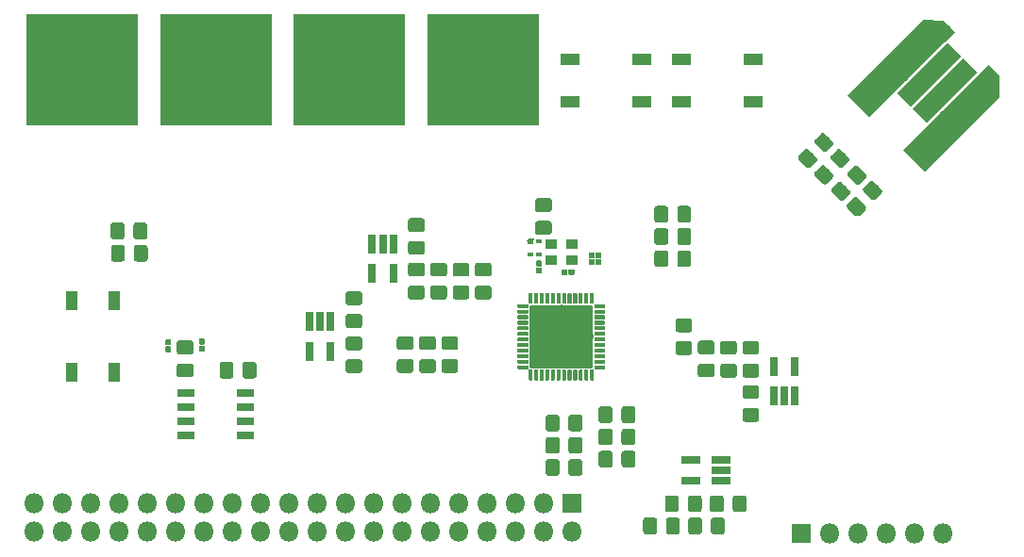
<source format=gts>
G04 #@! TF.GenerationSoftware,KiCad,Pcbnew,(5.0.0)*
G04 #@! TF.CreationDate,2018-11-02T20:35:23+08:00*
G04 #@! TF.ProjectId,tomu-fpga,746F6D752D667067612E6B696361645F,rev?*
G04 #@! TF.SameCoordinates,Original*
G04 #@! TF.FileFunction,Soldermask,Top*
G04 #@! TF.FilePolarity,Negative*
%FSLAX46Y46*%
G04 Gerber Fmt 4.6, Leading zero omitted, Abs format (unit mm)*
G04 Created by KiCad (PCBNEW (5.0.0)) date 11/02/18 20:35:23*
%MOMM*%
%LPD*%
G01*
G04 APERTURE LIST*
%ADD10R,1.801600X1.801600*%
%ADD11O,1.801600X1.801600*%
%ADD12C,2.750002*%
%ADD13C,0.100000*%
%ADD14C,1.750002*%
%ADD15C,0.945004*%
%ADD16C,1.300002*%
%ADD17R,1.740000X1.140000*%
%ADD18R,1.001600X0.901600*%
%ADD19C,1.251600*%
%ADD20R,0.501600X0.501600*%
%ADD21R,0.601600X0.401600*%
%ADD22R,0.601600X0.451600*%
%ADD23C,0.193876*%
%ADD24R,0.471600X0.231600*%
%ADD25C,5.701600*%
%ADD26C,0.351600*%
%ADD27C,0.501600*%
%ADD28R,1.601600X0.701600*%
%ADD29R,0.751600X1.661600*%
%ADD30R,1.661600X0.751600*%
%ADD31R,1.140000X1.740000*%
%ADD32R,10.101600X10.101600*%
G04 APERTURE END LIST*
D10*
G04 #@! TO.C,J3*
X95560000Y-77700000D03*
D11*
X98100000Y-77700000D03*
X100640000Y-77700000D03*
X103180000Y-77700000D03*
X105720000Y-77700000D03*
X108260000Y-77700000D03*
G04 #@! TD*
D12*
G04 #@! TO.C,U9*
X109000000Y-40850000D03*
D13*
G36*
X104668970Y-43236485D02*
X111386485Y-36518970D01*
X113331030Y-38463515D01*
X106613515Y-45181030D01*
X104668970Y-43236485D01*
X104668970Y-43236485D01*
G37*
D12*
X104050252Y-35900252D03*
D13*
G36*
X99719222Y-38286737D02*
X106436737Y-31569222D01*
X108381282Y-33513767D01*
X101663767Y-40231282D01*
X99719222Y-38286737D01*
X99719222Y-38286737D01*
G37*
D14*
X107020101Y-36465938D03*
D13*
G36*
X104135104Y-38113497D02*
X108667660Y-33580941D01*
X109905098Y-34818379D01*
X105372542Y-39350935D01*
X104135104Y-38113497D01*
X104135104Y-38113497D01*
G37*
D14*
X108434314Y-37880151D03*
D13*
G36*
X105549317Y-39527710D02*
X110081873Y-34995154D01*
X111319311Y-36232592D01*
X106786755Y-40765148D01*
X105549317Y-39527710D01*
X105549317Y-39527710D01*
G37*
D15*
X112818376Y-37031623D03*
D13*
G36*
X111386836Y-36519323D02*
X113277643Y-36571649D01*
X113278350Y-36572356D01*
X113330676Y-38463163D01*
X111386836Y-36519323D01*
X111386836Y-36519323D01*
G37*
D16*
X112330472Y-36543720D03*
D13*
G36*
X111384715Y-36517203D02*
X112303955Y-35597963D01*
X113276229Y-36570237D01*
X112356989Y-37489477D01*
X111384715Y-36517203D01*
X111384715Y-36517203D01*
G37*
D16*
X108363603Y-32576851D03*
D13*
G36*
X107417846Y-32550334D02*
X108337086Y-31631094D01*
X109309360Y-32603368D01*
X108390120Y-33522608D01*
X107417846Y-32550334D01*
X107417846Y-32550334D01*
G37*
D15*
X107868629Y-32081876D03*
D13*
G36*
X106437089Y-31569576D02*
X108327896Y-31621902D01*
X108328603Y-31622609D01*
X108380929Y-33513416D01*
X106437089Y-31569576D01*
X106437089Y-31569576D01*
G37*
G04 #@! TD*
D17*
G04 #@! TO.C,SW3*
X91200000Y-38900000D03*
X91200000Y-35100000D03*
X84800000Y-38900000D03*
X84800000Y-35100000D03*
G04 #@! TD*
D18*
G04 #@! TO.C,U7*
X74925000Y-53125000D03*
X74925000Y-51675000D03*
X73075000Y-51675000D03*
X73075000Y-53125000D03*
G04 #@! TD*
D13*
G04 #@! TO.C,C27*
G36*
X78355383Y-66250510D02*
X78381795Y-66254428D01*
X78407696Y-66260916D01*
X78432837Y-66269911D01*
X78456974Y-66281328D01*
X78479877Y-66295055D01*
X78501324Y-66310961D01*
X78521108Y-66328892D01*
X78539039Y-66348676D01*
X78554945Y-66370123D01*
X78568672Y-66393026D01*
X78580089Y-66417163D01*
X78589084Y-66442304D01*
X78595572Y-66468205D01*
X78599490Y-66494617D01*
X78600800Y-66521286D01*
X78600800Y-67478714D01*
X78599490Y-67505383D01*
X78595572Y-67531795D01*
X78589084Y-67557696D01*
X78580089Y-67582837D01*
X78568672Y-67606974D01*
X78554945Y-67629877D01*
X78539039Y-67651324D01*
X78521108Y-67671108D01*
X78501324Y-67689039D01*
X78479877Y-67704945D01*
X78456974Y-67718672D01*
X78432837Y-67730089D01*
X78407696Y-67739084D01*
X78381795Y-67745572D01*
X78355383Y-67749490D01*
X78328714Y-67750800D01*
X77621286Y-67750800D01*
X77594617Y-67749490D01*
X77568205Y-67745572D01*
X77542304Y-67739084D01*
X77517163Y-67730089D01*
X77493026Y-67718672D01*
X77470123Y-67704945D01*
X77448676Y-67689039D01*
X77428892Y-67671108D01*
X77410961Y-67651324D01*
X77395055Y-67629877D01*
X77381328Y-67606974D01*
X77369911Y-67582837D01*
X77360916Y-67557696D01*
X77354428Y-67531795D01*
X77350510Y-67505383D01*
X77349200Y-67478714D01*
X77349200Y-66521286D01*
X77350510Y-66494617D01*
X77354428Y-66468205D01*
X77360916Y-66442304D01*
X77369911Y-66417163D01*
X77381328Y-66393026D01*
X77395055Y-66370123D01*
X77410961Y-66348676D01*
X77428892Y-66328892D01*
X77448676Y-66310961D01*
X77470123Y-66295055D01*
X77493026Y-66281328D01*
X77517163Y-66269911D01*
X77542304Y-66260916D01*
X77568205Y-66254428D01*
X77594617Y-66250510D01*
X77621286Y-66249200D01*
X78328714Y-66249200D01*
X78355383Y-66250510D01*
X78355383Y-66250510D01*
G37*
D19*
X77975000Y-67000000D03*
D13*
G36*
X80405383Y-66250510D02*
X80431795Y-66254428D01*
X80457696Y-66260916D01*
X80482837Y-66269911D01*
X80506974Y-66281328D01*
X80529877Y-66295055D01*
X80551324Y-66310961D01*
X80571108Y-66328892D01*
X80589039Y-66348676D01*
X80604945Y-66370123D01*
X80618672Y-66393026D01*
X80630089Y-66417163D01*
X80639084Y-66442304D01*
X80645572Y-66468205D01*
X80649490Y-66494617D01*
X80650800Y-66521286D01*
X80650800Y-67478714D01*
X80649490Y-67505383D01*
X80645572Y-67531795D01*
X80639084Y-67557696D01*
X80630089Y-67582837D01*
X80618672Y-67606974D01*
X80604945Y-67629877D01*
X80589039Y-67651324D01*
X80571108Y-67671108D01*
X80551324Y-67689039D01*
X80529877Y-67704945D01*
X80506974Y-67718672D01*
X80482837Y-67730089D01*
X80457696Y-67739084D01*
X80431795Y-67745572D01*
X80405383Y-67749490D01*
X80378714Y-67750800D01*
X79671286Y-67750800D01*
X79644617Y-67749490D01*
X79618205Y-67745572D01*
X79592304Y-67739084D01*
X79567163Y-67730089D01*
X79543026Y-67718672D01*
X79520123Y-67704945D01*
X79498676Y-67689039D01*
X79478892Y-67671108D01*
X79460961Y-67651324D01*
X79445055Y-67629877D01*
X79431328Y-67606974D01*
X79419911Y-67582837D01*
X79410916Y-67557696D01*
X79404428Y-67531795D01*
X79400510Y-67505383D01*
X79399200Y-67478714D01*
X79399200Y-66521286D01*
X79400510Y-66494617D01*
X79404428Y-66468205D01*
X79410916Y-66442304D01*
X79419911Y-66417163D01*
X79431328Y-66393026D01*
X79445055Y-66370123D01*
X79460961Y-66348676D01*
X79478892Y-66328892D01*
X79498676Y-66310961D01*
X79520123Y-66295055D01*
X79543026Y-66281328D01*
X79567163Y-66269911D01*
X79592304Y-66260916D01*
X79618205Y-66254428D01*
X79644617Y-66250510D01*
X79671286Y-66249200D01*
X80378714Y-66249200D01*
X80405383Y-66250510D01*
X80405383Y-66250510D01*
G37*
D19*
X80025000Y-67000000D03*
G04 #@! TD*
D13*
G04 #@! TO.C,C26*
G36*
X85405383Y-50250510D02*
X85431795Y-50254428D01*
X85457696Y-50260916D01*
X85482837Y-50269911D01*
X85506974Y-50281328D01*
X85529877Y-50295055D01*
X85551324Y-50310961D01*
X85571108Y-50328892D01*
X85589039Y-50348676D01*
X85604945Y-50370123D01*
X85618672Y-50393026D01*
X85630089Y-50417163D01*
X85639084Y-50442304D01*
X85645572Y-50468205D01*
X85649490Y-50494617D01*
X85650800Y-50521286D01*
X85650800Y-51478714D01*
X85649490Y-51505383D01*
X85645572Y-51531795D01*
X85639084Y-51557696D01*
X85630089Y-51582837D01*
X85618672Y-51606974D01*
X85604945Y-51629877D01*
X85589039Y-51651324D01*
X85571108Y-51671108D01*
X85551324Y-51689039D01*
X85529877Y-51704945D01*
X85506974Y-51718672D01*
X85482837Y-51730089D01*
X85457696Y-51739084D01*
X85431795Y-51745572D01*
X85405383Y-51749490D01*
X85378714Y-51750800D01*
X84671286Y-51750800D01*
X84644617Y-51749490D01*
X84618205Y-51745572D01*
X84592304Y-51739084D01*
X84567163Y-51730089D01*
X84543026Y-51718672D01*
X84520123Y-51704945D01*
X84498676Y-51689039D01*
X84478892Y-51671108D01*
X84460961Y-51651324D01*
X84445055Y-51629877D01*
X84431328Y-51606974D01*
X84419911Y-51582837D01*
X84410916Y-51557696D01*
X84404428Y-51531795D01*
X84400510Y-51505383D01*
X84399200Y-51478714D01*
X84399200Y-50521286D01*
X84400510Y-50494617D01*
X84404428Y-50468205D01*
X84410916Y-50442304D01*
X84419911Y-50417163D01*
X84431328Y-50393026D01*
X84445055Y-50370123D01*
X84460961Y-50348676D01*
X84478892Y-50328892D01*
X84498676Y-50310961D01*
X84520123Y-50295055D01*
X84543026Y-50281328D01*
X84567163Y-50269911D01*
X84592304Y-50260916D01*
X84618205Y-50254428D01*
X84644617Y-50250510D01*
X84671286Y-50249200D01*
X85378714Y-50249200D01*
X85405383Y-50250510D01*
X85405383Y-50250510D01*
G37*
D19*
X85025000Y-51000000D03*
D13*
G36*
X83355383Y-50250510D02*
X83381795Y-50254428D01*
X83407696Y-50260916D01*
X83432837Y-50269911D01*
X83456974Y-50281328D01*
X83479877Y-50295055D01*
X83501324Y-50310961D01*
X83521108Y-50328892D01*
X83539039Y-50348676D01*
X83554945Y-50370123D01*
X83568672Y-50393026D01*
X83580089Y-50417163D01*
X83589084Y-50442304D01*
X83595572Y-50468205D01*
X83599490Y-50494617D01*
X83600800Y-50521286D01*
X83600800Y-51478714D01*
X83599490Y-51505383D01*
X83595572Y-51531795D01*
X83589084Y-51557696D01*
X83580089Y-51582837D01*
X83568672Y-51606974D01*
X83554945Y-51629877D01*
X83539039Y-51651324D01*
X83521108Y-51671108D01*
X83501324Y-51689039D01*
X83479877Y-51704945D01*
X83456974Y-51718672D01*
X83432837Y-51730089D01*
X83407696Y-51739084D01*
X83381795Y-51745572D01*
X83355383Y-51749490D01*
X83328714Y-51750800D01*
X82621286Y-51750800D01*
X82594617Y-51749490D01*
X82568205Y-51745572D01*
X82542304Y-51739084D01*
X82517163Y-51730089D01*
X82493026Y-51718672D01*
X82470123Y-51704945D01*
X82448676Y-51689039D01*
X82428892Y-51671108D01*
X82410961Y-51651324D01*
X82395055Y-51629877D01*
X82381328Y-51606974D01*
X82369911Y-51582837D01*
X82360916Y-51557696D01*
X82354428Y-51531795D01*
X82350510Y-51505383D01*
X82349200Y-51478714D01*
X82349200Y-50521286D01*
X82350510Y-50494617D01*
X82354428Y-50468205D01*
X82360916Y-50442304D01*
X82369911Y-50417163D01*
X82381328Y-50393026D01*
X82395055Y-50370123D01*
X82410961Y-50348676D01*
X82428892Y-50328892D01*
X82448676Y-50310961D01*
X82470123Y-50295055D01*
X82493026Y-50281328D01*
X82517163Y-50269911D01*
X82542304Y-50260916D01*
X82568205Y-50254428D01*
X82594617Y-50250510D01*
X82621286Y-50249200D01*
X83328714Y-50249200D01*
X83355383Y-50250510D01*
X83355383Y-50250510D01*
G37*
D19*
X82975000Y-51000000D03*
G04 #@! TD*
D13*
G04 #@! TO.C,C25*
G36*
X78355383Y-68250510D02*
X78381795Y-68254428D01*
X78407696Y-68260916D01*
X78432837Y-68269911D01*
X78456974Y-68281328D01*
X78479877Y-68295055D01*
X78501324Y-68310961D01*
X78521108Y-68328892D01*
X78539039Y-68348676D01*
X78554945Y-68370123D01*
X78568672Y-68393026D01*
X78580089Y-68417163D01*
X78589084Y-68442304D01*
X78595572Y-68468205D01*
X78599490Y-68494617D01*
X78600800Y-68521286D01*
X78600800Y-69478714D01*
X78599490Y-69505383D01*
X78595572Y-69531795D01*
X78589084Y-69557696D01*
X78580089Y-69582837D01*
X78568672Y-69606974D01*
X78554945Y-69629877D01*
X78539039Y-69651324D01*
X78521108Y-69671108D01*
X78501324Y-69689039D01*
X78479877Y-69704945D01*
X78456974Y-69718672D01*
X78432837Y-69730089D01*
X78407696Y-69739084D01*
X78381795Y-69745572D01*
X78355383Y-69749490D01*
X78328714Y-69750800D01*
X77621286Y-69750800D01*
X77594617Y-69749490D01*
X77568205Y-69745572D01*
X77542304Y-69739084D01*
X77517163Y-69730089D01*
X77493026Y-69718672D01*
X77470123Y-69704945D01*
X77448676Y-69689039D01*
X77428892Y-69671108D01*
X77410961Y-69651324D01*
X77395055Y-69629877D01*
X77381328Y-69606974D01*
X77369911Y-69582837D01*
X77360916Y-69557696D01*
X77354428Y-69531795D01*
X77350510Y-69505383D01*
X77349200Y-69478714D01*
X77349200Y-68521286D01*
X77350510Y-68494617D01*
X77354428Y-68468205D01*
X77360916Y-68442304D01*
X77369911Y-68417163D01*
X77381328Y-68393026D01*
X77395055Y-68370123D01*
X77410961Y-68348676D01*
X77428892Y-68328892D01*
X77448676Y-68310961D01*
X77470123Y-68295055D01*
X77493026Y-68281328D01*
X77517163Y-68269911D01*
X77542304Y-68260916D01*
X77568205Y-68254428D01*
X77594617Y-68250510D01*
X77621286Y-68249200D01*
X78328714Y-68249200D01*
X78355383Y-68250510D01*
X78355383Y-68250510D01*
G37*
D19*
X77975000Y-69000000D03*
D13*
G36*
X80405383Y-68250510D02*
X80431795Y-68254428D01*
X80457696Y-68260916D01*
X80482837Y-68269911D01*
X80506974Y-68281328D01*
X80529877Y-68295055D01*
X80551324Y-68310961D01*
X80571108Y-68328892D01*
X80589039Y-68348676D01*
X80604945Y-68370123D01*
X80618672Y-68393026D01*
X80630089Y-68417163D01*
X80639084Y-68442304D01*
X80645572Y-68468205D01*
X80649490Y-68494617D01*
X80650800Y-68521286D01*
X80650800Y-69478714D01*
X80649490Y-69505383D01*
X80645572Y-69531795D01*
X80639084Y-69557696D01*
X80630089Y-69582837D01*
X80618672Y-69606974D01*
X80604945Y-69629877D01*
X80589039Y-69651324D01*
X80571108Y-69671108D01*
X80551324Y-69689039D01*
X80529877Y-69704945D01*
X80506974Y-69718672D01*
X80482837Y-69730089D01*
X80457696Y-69739084D01*
X80431795Y-69745572D01*
X80405383Y-69749490D01*
X80378714Y-69750800D01*
X79671286Y-69750800D01*
X79644617Y-69749490D01*
X79618205Y-69745572D01*
X79592304Y-69739084D01*
X79567163Y-69730089D01*
X79543026Y-69718672D01*
X79520123Y-69704945D01*
X79498676Y-69689039D01*
X79478892Y-69671108D01*
X79460961Y-69651324D01*
X79445055Y-69629877D01*
X79431328Y-69606974D01*
X79419911Y-69582837D01*
X79410916Y-69557696D01*
X79404428Y-69531795D01*
X79400510Y-69505383D01*
X79399200Y-69478714D01*
X79399200Y-68521286D01*
X79400510Y-68494617D01*
X79404428Y-68468205D01*
X79410916Y-68442304D01*
X79419911Y-68417163D01*
X79431328Y-68393026D01*
X79445055Y-68370123D01*
X79460961Y-68348676D01*
X79478892Y-68328892D01*
X79498676Y-68310961D01*
X79520123Y-68295055D01*
X79543026Y-68281328D01*
X79567163Y-68269911D01*
X79592304Y-68260916D01*
X79618205Y-68254428D01*
X79644617Y-68250510D01*
X79671286Y-68249200D01*
X80378714Y-68249200D01*
X80405383Y-68250510D01*
X80405383Y-68250510D01*
G37*
D19*
X80025000Y-69000000D03*
G04 #@! TD*
D13*
G04 #@! TO.C,C24*
G36*
X85405383Y-48250510D02*
X85431795Y-48254428D01*
X85457696Y-48260916D01*
X85482837Y-48269911D01*
X85506974Y-48281328D01*
X85529877Y-48295055D01*
X85551324Y-48310961D01*
X85571108Y-48328892D01*
X85589039Y-48348676D01*
X85604945Y-48370123D01*
X85618672Y-48393026D01*
X85630089Y-48417163D01*
X85639084Y-48442304D01*
X85645572Y-48468205D01*
X85649490Y-48494617D01*
X85650800Y-48521286D01*
X85650800Y-49478714D01*
X85649490Y-49505383D01*
X85645572Y-49531795D01*
X85639084Y-49557696D01*
X85630089Y-49582837D01*
X85618672Y-49606974D01*
X85604945Y-49629877D01*
X85589039Y-49651324D01*
X85571108Y-49671108D01*
X85551324Y-49689039D01*
X85529877Y-49704945D01*
X85506974Y-49718672D01*
X85482837Y-49730089D01*
X85457696Y-49739084D01*
X85431795Y-49745572D01*
X85405383Y-49749490D01*
X85378714Y-49750800D01*
X84671286Y-49750800D01*
X84644617Y-49749490D01*
X84618205Y-49745572D01*
X84592304Y-49739084D01*
X84567163Y-49730089D01*
X84543026Y-49718672D01*
X84520123Y-49704945D01*
X84498676Y-49689039D01*
X84478892Y-49671108D01*
X84460961Y-49651324D01*
X84445055Y-49629877D01*
X84431328Y-49606974D01*
X84419911Y-49582837D01*
X84410916Y-49557696D01*
X84404428Y-49531795D01*
X84400510Y-49505383D01*
X84399200Y-49478714D01*
X84399200Y-48521286D01*
X84400510Y-48494617D01*
X84404428Y-48468205D01*
X84410916Y-48442304D01*
X84419911Y-48417163D01*
X84431328Y-48393026D01*
X84445055Y-48370123D01*
X84460961Y-48348676D01*
X84478892Y-48328892D01*
X84498676Y-48310961D01*
X84520123Y-48295055D01*
X84543026Y-48281328D01*
X84567163Y-48269911D01*
X84592304Y-48260916D01*
X84618205Y-48254428D01*
X84644617Y-48250510D01*
X84671286Y-48249200D01*
X85378714Y-48249200D01*
X85405383Y-48250510D01*
X85405383Y-48250510D01*
G37*
D19*
X85025000Y-49000000D03*
D13*
G36*
X83355383Y-48250510D02*
X83381795Y-48254428D01*
X83407696Y-48260916D01*
X83432837Y-48269911D01*
X83456974Y-48281328D01*
X83479877Y-48295055D01*
X83501324Y-48310961D01*
X83521108Y-48328892D01*
X83539039Y-48348676D01*
X83554945Y-48370123D01*
X83568672Y-48393026D01*
X83580089Y-48417163D01*
X83589084Y-48442304D01*
X83595572Y-48468205D01*
X83599490Y-48494617D01*
X83600800Y-48521286D01*
X83600800Y-49478714D01*
X83599490Y-49505383D01*
X83595572Y-49531795D01*
X83589084Y-49557696D01*
X83580089Y-49582837D01*
X83568672Y-49606974D01*
X83554945Y-49629877D01*
X83539039Y-49651324D01*
X83521108Y-49671108D01*
X83501324Y-49689039D01*
X83479877Y-49704945D01*
X83456974Y-49718672D01*
X83432837Y-49730089D01*
X83407696Y-49739084D01*
X83381795Y-49745572D01*
X83355383Y-49749490D01*
X83328714Y-49750800D01*
X82621286Y-49750800D01*
X82594617Y-49749490D01*
X82568205Y-49745572D01*
X82542304Y-49739084D01*
X82517163Y-49730089D01*
X82493026Y-49718672D01*
X82470123Y-49704945D01*
X82448676Y-49689039D01*
X82428892Y-49671108D01*
X82410961Y-49651324D01*
X82395055Y-49629877D01*
X82381328Y-49606974D01*
X82369911Y-49582837D01*
X82360916Y-49557696D01*
X82354428Y-49531795D01*
X82350510Y-49505383D01*
X82349200Y-49478714D01*
X82349200Y-48521286D01*
X82350510Y-48494617D01*
X82354428Y-48468205D01*
X82360916Y-48442304D01*
X82369911Y-48417163D01*
X82381328Y-48393026D01*
X82395055Y-48370123D01*
X82410961Y-48348676D01*
X82428892Y-48328892D01*
X82448676Y-48310961D01*
X82470123Y-48295055D01*
X82493026Y-48281328D01*
X82517163Y-48269911D01*
X82542304Y-48260916D01*
X82568205Y-48254428D01*
X82594617Y-48250510D01*
X82621286Y-48249200D01*
X83328714Y-48249200D01*
X83355383Y-48250510D01*
X83355383Y-48250510D01*
G37*
D19*
X82975000Y-49000000D03*
G04 #@! TD*
D13*
G04 #@! TO.C,C23*
G36*
X87505383Y-60350510D02*
X87531795Y-60354428D01*
X87557696Y-60360916D01*
X87582837Y-60369911D01*
X87606974Y-60381328D01*
X87629877Y-60395055D01*
X87651324Y-60410961D01*
X87671108Y-60428892D01*
X87689039Y-60448676D01*
X87704945Y-60470123D01*
X87718672Y-60493026D01*
X87730089Y-60517163D01*
X87739084Y-60542304D01*
X87745572Y-60568205D01*
X87749490Y-60594617D01*
X87750800Y-60621286D01*
X87750800Y-61328714D01*
X87749490Y-61355383D01*
X87745572Y-61381795D01*
X87739084Y-61407696D01*
X87730089Y-61432837D01*
X87718672Y-61456974D01*
X87704945Y-61479877D01*
X87689039Y-61501324D01*
X87671108Y-61521108D01*
X87651324Y-61539039D01*
X87629877Y-61554945D01*
X87606974Y-61568672D01*
X87582837Y-61580089D01*
X87557696Y-61589084D01*
X87531795Y-61595572D01*
X87505383Y-61599490D01*
X87478714Y-61600800D01*
X86521286Y-61600800D01*
X86494617Y-61599490D01*
X86468205Y-61595572D01*
X86442304Y-61589084D01*
X86417163Y-61580089D01*
X86393026Y-61568672D01*
X86370123Y-61554945D01*
X86348676Y-61539039D01*
X86328892Y-61521108D01*
X86310961Y-61501324D01*
X86295055Y-61479877D01*
X86281328Y-61456974D01*
X86269911Y-61432837D01*
X86260916Y-61407696D01*
X86254428Y-61381795D01*
X86250510Y-61355383D01*
X86249200Y-61328714D01*
X86249200Y-60621286D01*
X86250510Y-60594617D01*
X86254428Y-60568205D01*
X86260916Y-60542304D01*
X86269911Y-60517163D01*
X86281328Y-60493026D01*
X86295055Y-60470123D01*
X86310961Y-60448676D01*
X86328892Y-60428892D01*
X86348676Y-60410961D01*
X86370123Y-60395055D01*
X86393026Y-60381328D01*
X86417163Y-60369911D01*
X86442304Y-60360916D01*
X86468205Y-60354428D01*
X86494617Y-60350510D01*
X86521286Y-60349200D01*
X87478714Y-60349200D01*
X87505383Y-60350510D01*
X87505383Y-60350510D01*
G37*
D19*
X87000000Y-60975000D03*
D13*
G36*
X87505383Y-62400510D02*
X87531795Y-62404428D01*
X87557696Y-62410916D01*
X87582837Y-62419911D01*
X87606974Y-62431328D01*
X87629877Y-62445055D01*
X87651324Y-62460961D01*
X87671108Y-62478892D01*
X87689039Y-62498676D01*
X87704945Y-62520123D01*
X87718672Y-62543026D01*
X87730089Y-62567163D01*
X87739084Y-62592304D01*
X87745572Y-62618205D01*
X87749490Y-62644617D01*
X87750800Y-62671286D01*
X87750800Y-63378714D01*
X87749490Y-63405383D01*
X87745572Y-63431795D01*
X87739084Y-63457696D01*
X87730089Y-63482837D01*
X87718672Y-63506974D01*
X87704945Y-63529877D01*
X87689039Y-63551324D01*
X87671108Y-63571108D01*
X87651324Y-63589039D01*
X87629877Y-63604945D01*
X87606974Y-63618672D01*
X87582837Y-63630089D01*
X87557696Y-63639084D01*
X87531795Y-63645572D01*
X87505383Y-63649490D01*
X87478714Y-63650800D01*
X86521286Y-63650800D01*
X86494617Y-63649490D01*
X86468205Y-63645572D01*
X86442304Y-63639084D01*
X86417163Y-63630089D01*
X86393026Y-63618672D01*
X86370123Y-63604945D01*
X86348676Y-63589039D01*
X86328892Y-63571108D01*
X86310961Y-63551324D01*
X86295055Y-63529877D01*
X86281328Y-63506974D01*
X86269911Y-63482837D01*
X86260916Y-63457696D01*
X86254428Y-63431795D01*
X86250510Y-63405383D01*
X86249200Y-63378714D01*
X86249200Y-62671286D01*
X86250510Y-62644617D01*
X86254428Y-62618205D01*
X86260916Y-62592304D01*
X86269911Y-62567163D01*
X86281328Y-62543026D01*
X86295055Y-62520123D01*
X86310961Y-62498676D01*
X86328892Y-62478892D01*
X86348676Y-62460961D01*
X86370123Y-62445055D01*
X86393026Y-62431328D01*
X86417163Y-62419911D01*
X86442304Y-62410916D01*
X86468205Y-62404428D01*
X86494617Y-62400510D01*
X86521286Y-62399200D01*
X87478714Y-62399200D01*
X87505383Y-62400510D01*
X87505383Y-62400510D01*
G37*
D19*
X87000000Y-63025000D03*
G04 #@! TD*
D13*
G04 #@! TO.C,C22*
G36*
X89505383Y-60375510D02*
X89531795Y-60379428D01*
X89557696Y-60385916D01*
X89582837Y-60394911D01*
X89606974Y-60406328D01*
X89629877Y-60420055D01*
X89651324Y-60435961D01*
X89671108Y-60453892D01*
X89689039Y-60473676D01*
X89704945Y-60495123D01*
X89718672Y-60518026D01*
X89730089Y-60542163D01*
X89739084Y-60567304D01*
X89745572Y-60593205D01*
X89749490Y-60619617D01*
X89750800Y-60646286D01*
X89750800Y-61353714D01*
X89749490Y-61380383D01*
X89745572Y-61406795D01*
X89739084Y-61432696D01*
X89730089Y-61457837D01*
X89718672Y-61481974D01*
X89704945Y-61504877D01*
X89689039Y-61526324D01*
X89671108Y-61546108D01*
X89651324Y-61564039D01*
X89629877Y-61579945D01*
X89606974Y-61593672D01*
X89582837Y-61605089D01*
X89557696Y-61614084D01*
X89531795Y-61620572D01*
X89505383Y-61624490D01*
X89478714Y-61625800D01*
X88521286Y-61625800D01*
X88494617Y-61624490D01*
X88468205Y-61620572D01*
X88442304Y-61614084D01*
X88417163Y-61605089D01*
X88393026Y-61593672D01*
X88370123Y-61579945D01*
X88348676Y-61564039D01*
X88328892Y-61546108D01*
X88310961Y-61526324D01*
X88295055Y-61504877D01*
X88281328Y-61481974D01*
X88269911Y-61457837D01*
X88260916Y-61432696D01*
X88254428Y-61406795D01*
X88250510Y-61380383D01*
X88249200Y-61353714D01*
X88249200Y-60646286D01*
X88250510Y-60619617D01*
X88254428Y-60593205D01*
X88260916Y-60567304D01*
X88269911Y-60542163D01*
X88281328Y-60518026D01*
X88295055Y-60495123D01*
X88310961Y-60473676D01*
X88328892Y-60453892D01*
X88348676Y-60435961D01*
X88370123Y-60420055D01*
X88393026Y-60406328D01*
X88417163Y-60394911D01*
X88442304Y-60385916D01*
X88468205Y-60379428D01*
X88494617Y-60375510D01*
X88521286Y-60374200D01*
X89478714Y-60374200D01*
X89505383Y-60375510D01*
X89505383Y-60375510D01*
G37*
D19*
X89000000Y-61000000D03*
D13*
G36*
X89505383Y-62425510D02*
X89531795Y-62429428D01*
X89557696Y-62435916D01*
X89582837Y-62444911D01*
X89606974Y-62456328D01*
X89629877Y-62470055D01*
X89651324Y-62485961D01*
X89671108Y-62503892D01*
X89689039Y-62523676D01*
X89704945Y-62545123D01*
X89718672Y-62568026D01*
X89730089Y-62592163D01*
X89739084Y-62617304D01*
X89745572Y-62643205D01*
X89749490Y-62669617D01*
X89750800Y-62696286D01*
X89750800Y-63403714D01*
X89749490Y-63430383D01*
X89745572Y-63456795D01*
X89739084Y-63482696D01*
X89730089Y-63507837D01*
X89718672Y-63531974D01*
X89704945Y-63554877D01*
X89689039Y-63576324D01*
X89671108Y-63596108D01*
X89651324Y-63614039D01*
X89629877Y-63629945D01*
X89606974Y-63643672D01*
X89582837Y-63655089D01*
X89557696Y-63664084D01*
X89531795Y-63670572D01*
X89505383Y-63674490D01*
X89478714Y-63675800D01*
X88521286Y-63675800D01*
X88494617Y-63674490D01*
X88468205Y-63670572D01*
X88442304Y-63664084D01*
X88417163Y-63655089D01*
X88393026Y-63643672D01*
X88370123Y-63629945D01*
X88348676Y-63614039D01*
X88328892Y-63596108D01*
X88310961Y-63576324D01*
X88295055Y-63554877D01*
X88281328Y-63531974D01*
X88269911Y-63507837D01*
X88260916Y-63482696D01*
X88254428Y-63456795D01*
X88250510Y-63430383D01*
X88249200Y-63403714D01*
X88249200Y-62696286D01*
X88250510Y-62669617D01*
X88254428Y-62643205D01*
X88260916Y-62617304D01*
X88269911Y-62592163D01*
X88281328Y-62568026D01*
X88295055Y-62545123D01*
X88310961Y-62523676D01*
X88328892Y-62503892D01*
X88348676Y-62485961D01*
X88370123Y-62470055D01*
X88393026Y-62456328D01*
X88417163Y-62444911D01*
X88442304Y-62435916D01*
X88468205Y-62429428D01*
X88494617Y-62425510D01*
X88521286Y-62424200D01*
X89478714Y-62424200D01*
X89505383Y-62425510D01*
X89505383Y-62425510D01*
G37*
D19*
X89000000Y-63050000D03*
G04 #@! TD*
D13*
G04 #@! TO.C,C21*
G36*
X78355383Y-70250510D02*
X78381795Y-70254428D01*
X78407696Y-70260916D01*
X78432837Y-70269911D01*
X78456974Y-70281328D01*
X78479877Y-70295055D01*
X78501324Y-70310961D01*
X78521108Y-70328892D01*
X78539039Y-70348676D01*
X78554945Y-70370123D01*
X78568672Y-70393026D01*
X78580089Y-70417163D01*
X78589084Y-70442304D01*
X78595572Y-70468205D01*
X78599490Y-70494617D01*
X78600800Y-70521286D01*
X78600800Y-71478714D01*
X78599490Y-71505383D01*
X78595572Y-71531795D01*
X78589084Y-71557696D01*
X78580089Y-71582837D01*
X78568672Y-71606974D01*
X78554945Y-71629877D01*
X78539039Y-71651324D01*
X78521108Y-71671108D01*
X78501324Y-71689039D01*
X78479877Y-71704945D01*
X78456974Y-71718672D01*
X78432837Y-71730089D01*
X78407696Y-71739084D01*
X78381795Y-71745572D01*
X78355383Y-71749490D01*
X78328714Y-71750800D01*
X77621286Y-71750800D01*
X77594617Y-71749490D01*
X77568205Y-71745572D01*
X77542304Y-71739084D01*
X77517163Y-71730089D01*
X77493026Y-71718672D01*
X77470123Y-71704945D01*
X77448676Y-71689039D01*
X77428892Y-71671108D01*
X77410961Y-71651324D01*
X77395055Y-71629877D01*
X77381328Y-71606974D01*
X77369911Y-71582837D01*
X77360916Y-71557696D01*
X77354428Y-71531795D01*
X77350510Y-71505383D01*
X77349200Y-71478714D01*
X77349200Y-70521286D01*
X77350510Y-70494617D01*
X77354428Y-70468205D01*
X77360916Y-70442304D01*
X77369911Y-70417163D01*
X77381328Y-70393026D01*
X77395055Y-70370123D01*
X77410961Y-70348676D01*
X77428892Y-70328892D01*
X77448676Y-70310961D01*
X77470123Y-70295055D01*
X77493026Y-70281328D01*
X77517163Y-70269911D01*
X77542304Y-70260916D01*
X77568205Y-70254428D01*
X77594617Y-70250510D01*
X77621286Y-70249200D01*
X78328714Y-70249200D01*
X78355383Y-70250510D01*
X78355383Y-70250510D01*
G37*
D19*
X77975000Y-71000000D03*
D13*
G36*
X80405383Y-70250510D02*
X80431795Y-70254428D01*
X80457696Y-70260916D01*
X80482837Y-70269911D01*
X80506974Y-70281328D01*
X80529877Y-70295055D01*
X80551324Y-70310961D01*
X80571108Y-70328892D01*
X80589039Y-70348676D01*
X80604945Y-70370123D01*
X80618672Y-70393026D01*
X80630089Y-70417163D01*
X80639084Y-70442304D01*
X80645572Y-70468205D01*
X80649490Y-70494617D01*
X80650800Y-70521286D01*
X80650800Y-71478714D01*
X80649490Y-71505383D01*
X80645572Y-71531795D01*
X80639084Y-71557696D01*
X80630089Y-71582837D01*
X80618672Y-71606974D01*
X80604945Y-71629877D01*
X80589039Y-71651324D01*
X80571108Y-71671108D01*
X80551324Y-71689039D01*
X80529877Y-71704945D01*
X80506974Y-71718672D01*
X80482837Y-71730089D01*
X80457696Y-71739084D01*
X80431795Y-71745572D01*
X80405383Y-71749490D01*
X80378714Y-71750800D01*
X79671286Y-71750800D01*
X79644617Y-71749490D01*
X79618205Y-71745572D01*
X79592304Y-71739084D01*
X79567163Y-71730089D01*
X79543026Y-71718672D01*
X79520123Y-71704945D01*
X79498676Y-71689039D01*
X79478892Y-71671108D01*
X79460961Y-71651324D01*
X79445055Y-71629877D01*
X79431328Y-71606974D01*
X79419911Y-71582837D01*
X79410916Y-71557696D01*
X79404428Y-71531795D01*
X79400510Y-71505383D01*
X79399200Y-71478714D01*
X79399200Y-70521286D01*
X79400510Y-70494617D01*
X79404428Y-70468205D01*
X79410916Y-70442304D01*
X79419911Y-70417163D01*
X79431328Y-70393026D01*
X79445055Y-70370123D01*
X79460961Y-70348676D01*
X79478892Y-70328892D01*
X79498676Y-70310961D01*
X79520123Y-70295055D01*
X79543026Y-70281328D01*
X79567163Y-70269911D01*
X79592304Y-70260916D01*
X79618205Y-70254428D01*
X79644617Y-70250510D01*
X79671286Y-70249200D01*
X80378714Y-70249200D01*
X80405383Y-70250510D01*
X80405383Y-70250510D01*
G37*
D19*
X80025000Y-71000000D03*
G04 #@! TD*
D13*
G04 #@! TO.C,C20*
G36*
X64505383Y-59950510D02*
X64531795Y-59954428D01*
X64557696Y-59960916D01*
X64582837Y-59969911D01*
X64606974Y-59981328D01*
X64629877Y-59995055D01*
X64651324Y-60010961D01*
X64671108Y-60028892D01*
X64689039Y-60048676D01*
X64704945Y-60070123D01*
X64718672Y-60093026D01*
X64730089Y-60117163D01*
X64739084Y-60142304D01*
X64745572Y-60168205D01*
X64749490Y-60194617D01*
X64750800Y-60221286D01*
X64750800Y-60928714D01*
X64749490Y-60955383D01*
X64745572Y-60981795D01*
X64739084Y-61007696D01*
X64730089Y-61032837D01*
X64718672Y-61056974D01*
X64704945Y-61079877D01*
X64689039Y-61101324D01*
X64671108Y-61121108D01*
X64651324Y-61139039D01*
X64629877Y-61154945D01*
X64606974Y-61168672D01*
X64582837Y-61180089D01*
X64557696Y-61189084D01*
X64531795Y-61195572D01*
X64505383Y-61199490D01*
X64478714Y-61200800D01*
X63521286Y-61200800D01*
X63494617Y-61199490D01*
X63468205Y-61195572D01*
X63442304Y-61189084D01*
X63417163Y-61180089D01*
X63393026Y-61168672D01*
X63370123Y-61154945D01*
X63348676Y-61139039D01*
X63328892Y-61121108D01*
X63310961Y-61101324D01*
X63295055Y-61079877D01*
X63281328Y-61056974D01*
X63269911Y-61032837D01*
X63260916Y-61007696D01*
X63254428Y-60981795D01*
X63250510Y-60955383D01*
X63249200Y-60928714D01*
X63249200Y-60221286D01*
X63250510Y-60194617D01*
X63254428Y-60168205D01*
X63260916Y-60142304D01*
X63269911Y-60117163D01*
X63281328Y-60093026D01*
X63295055Y-60070123D01*
X63310961Y-60048676D01*
X63328892Y-60028892D01*
X63348676Y-60010961D01*
X63370123Y-59995055D01*
X63393026Y-59981328D01*
X63417163Y-59969911D01*
X63442304Y-59960916D01*
X63468205Y-59954428D01*
X63494617Y-59950510D01*
X63521286Y-59949200D01*
X64478714Y-59949200D01*
X64505383Y-59950510D01*
X64505383Y-59950510D01*
G37*
D19*
X64000000Y-60575000D03*
D13*
G36*
X64505383Y-62000510D02*
X64531795Y-62004428D01*
X64557696Y-62010916D01*
X64582837Y-62019911D01*
X64606974Y-62031328D01*
X64629877Y-62045055D01*
X64651324Y-62060961D01*
X64671108Y-62078892D01*
X64689039Y-62098676D01*
X64704945Y-62120123D01*
X64718672Y-62143026D01*
X64730089Y-62167163D01*
X64739084Y-62192304D01*
X64745572Y-62218205D01*
X64749490Y-62244617D01*
X64750800Y-62271286D01*
X64750800Y-62978714D01*
X64749490Y-63005383D01*
X64745572Y-63031795D01*
X64739084Y-63057696D01*
X64730089Y-63082837D01*
X64718672Y-63106974D01*
X64704945Y-63129877D01*
X64689039Y-63151324D01*
X64671108Y-63171108D01*
X64651324Y-63189039D01*
X64629877Y-63204945D01*
X64606974Y-63218672D01*
X64582837Y-63230089D01*
X64557696Y-63239084D01*
X64531795Y-63245572D01*
X64505383Y-63249490D01*
X64478714Y-63250800D01*
X63521286Y-63250800D01*
X63494617Y-63249490D01*
X63468205Y-63245572D01*
X63442304Y-63239084D01*
X63417163Y-63230089D01*
X63393026Y-63218672D01*
X63370123Y-63204945D01*
X63348676Y-63189039D01*
X63328892Y-63171108D01*
X63310961Y-63151324D01*
X63295055Y-63129877D01*
X63281328Y-63106974D01*
X63269911Y-63082837D01*
X63260916Y-63057696D01*
X63254428Y-63031795D01*
X63250510Y-63005383D01*
X63249200Y-62978714D01*
X63249200Y-62271286D01*
X63250510Y-62244617D01*
X63254428Y-62218205D01*
X63260916Y-62192304D01*
X63269911Y-62167163D01*
X63281328Y-62143026D01*
X63295055Y-62120123D01*
X63310961Y-62098676D01*
X63328892Y-62078892D01*
X63348676Y-62060961D01*
X63370123Y-62045055D01*
X63393026Y-62031328D01*
X63417163Y-62019911D01*
X63442304Y-62010916D01*
X63468205Y-62004428D01*
X63494617Y-62000510D01*
X63521286Y-61999200D01*
X64478714Y-61999200D01*
X64505383Y-62000510D01*
X64505383Y-62000510D01*
G37*
D19*
X64000000Y-62625000D03*
G04 #@! TD*
D13*
G04 #@! TO.C,C19*
G36*
X91505383Y-60375510D02*
X91531795Y-60379428D01*
X91557696Y-60385916D01*
X91582837Y-60394911D01*
X91606974Y-60406328D01*
X91629877Y-60420055D01*
X91651324Y-60435961D01*
X91671108Y-60453892D01*
X91689039Y-60473676D01*
X91704945Y-60495123D01*
X91718672Y-60518026D01*
X91730089Y-60542163D01*
X91739084Y-60567304D01*
X91745572Y-60593205D01*
X91749490Y-60619617D01*
X91750800Y-60646286D01*
X91750800Y-61353714D01*
X91749490Y-61380383D01*
X91745572Y-61406795D01*
X91739084Y-61432696D01*
X91730089Y-61457837D01*
X91718672Y-61481974D01*
X91704945Y-61504877D01*
X91689039Y-61526324D01*
X91671108Y-61546108D01*
X91651324Y-61564039D01*
X91629877Y-61579945D01*
X91606974Y-61593672D01*
X91582837Y-61605089D01*
X91557696Y-61614084D01*
X91531795Y-61620572D01*
X91505383Y-61624490D01*
X91478714Y-61625800D01*
X90521286Y-61625800D01*
X90494617Y-61624490D01*
X90468205Y-61620572D01*
X90442304Y-61614084D01*
X90417163Y-61605089D01*
X90393026Y-61593672D01*
X90370123Y-61579945D01*
X90348676Y-61564039D01*
X90328892Y-61546108D01*
X90310961Y-61526324D01*
X90295055Y-61504877D01*
X90281328Y-61481974D01*
X90269911Y-61457837D01*
X90260916Y-61432696D01*
X90254428Y-61406795D01*
X90250510Y-61380383D01*
X90249200Y-61353714D01*
X90249200Y-60646286D01*
X90250510Y-60619617D01*
X90254428Y-60593205D01*
X90260916Y-60567304D01*
X90269911Y-60542163D01*
X90281328Y-60518026D01*
X90295055Y-60495123D01*
X90310961Y-60473676D01*
X90328892Y-60453892D01*
X90348676Y-60435961D01*
X90370123Y-60420055D01*
X90393026Y-60406328D01*
X90417163Y-60394911D01*
X90442304Y-60385916D01*
X90468205Y-60379428D01*
X90494617Y-60375510D01*
X90521286Y-60374200D01*
X91478714Y-60374200D01*
X91505383Y-60375510D01*
X91505383Y-60375510D01*
G37*
D19*
X91000000Y-61000000D03*
D13*
G36*
X91505383Y-62425510D02*
X91531795Y-62429428D01*
X91557696Y-62435916D01*
X91582837Y-62444911D01*
X91606974Y-62456328D01*
X91629877Y-62470055D01*
X91651324Y-62485961D01*
X91671108Y-62503892D01*
X91689039Y-62523676D01*
X91704945Y-62545123D01*
X91718672Y-62568026D01*
X91730089Y-62592163D01*
X91739084Y-62617304D01*
X91745572Y-62643205D01*
X91749490Y-62669617D01*
X91750800Y-62696286D01*
X91750800Y-63403714D01*
X91749490Y-63430383D01*
X91745572Y-63456795D01*
X91739084Y-63482696D01*
X91730089Y-63507837D01*
X91718672Y-63531974D01*
X91704945Y-63554877D01*
X91689039Y-63576324D01*
X91671108Y-63596108D01*
X91651324Y-63614039D01*
X91629877Y-63629945D01*
X91606974Y-63643672D01*
X91582837Y-63655089D01*
X91557696Y-63664084D01*
X91531795Y-63670572D01*
X91505383Y-63674490D01*
X91478714Y-63675800D01*
X90521286Y-63675800D01*
X90494617Y-63674490D01*
X90468205Y-63670572D01*
X90442304Y-63664084D01*
X90417163Y-63655089D01*
X90393026Y-63643672D01*
X90370123Y-63629945D01*
X90348676Y-63614039D01*
X90328892Y-63596108D01*
X90310961Y-63576324D01*
X90295055Y-63554877D01*
X90281328Y-63531974D01*
X90269911Y-63507837D01*
X90260916Y-63482696D01*
X90254428Y-63456795D01*
X90250510Y-63430383D01*
X90249200Y-63403714D01*
X90249200Y-62696286D01*
X90250510Y-62669617D01*
X90254428Y-62643205D01*
X90260916Y-62617304D01*
X90269911Y-62592163D01*
X90281328Y-62568026D01*
X90295055Y-62545123D01*
X90310961Y-62523676D01*
X90328892Y-62503892D01*
X90348676Y-62485961D01*
X90370123Y-62470055D01*
X90393026Y-62456328D01*
X90417163Y-62444911D01*
X90442304Y-62435916D01*
X90468205Y-62429428D01*
X90494617Y-62425510D01*
X90521286Y-62424200D01*
X91478714Y-62424200D01*
X91505383Y-62425510D01*
X91505383Y-62425510D01*
G37*
D19*
X91000000Y-63050000D03*
G04 #@! TD*
D13*
G04 #@! TO.C,C18*
G36*
X62505383Y-59950510D02*
X62531795Y-59954428D01*
X62557696Y-59960916D01*
X62582837Y-59969911D01*
X62606974Y-59981328D01*
X62629877Y-59995055D01*
X62651324Y-60010961D01*
X62671108Y-60028892D01*
X62689039Y-60048676D01*
X62704945Y-60070123D01*
X62718672Y-60093026D01*
X62730089Y-60117163D01*
X62739084Y-60142304D01*
X62745572Y-60168205D01*
X62749490Y-60194617D01*
X62750800Y-60221286D01*
X62750800Y-60928714D01*
X62749490Y-60955383D01*
X62745572Y-60981795D01*
X62739084Y-61007696D01*
X62730089Y-61032837D01*
X62718672Y-61056974D01*
X62704945Y-61079877D01*
X62689039Y-61101324D01*
X62671108Y-61121108D01*
X62651324Y-61139039D01*
X62629877Y-61154945D01*
X62606974Y-61168672D01*
X62582837Y-61180089D01*
X62557696Y-61189084D01*
X62531795Y-61195572D01*
X62505383Y-61199490D01*
X62478714Y-61200800D01*
X61521286Y-61200800D01*
X61494617Y-61199490D01*
X61468205Y-61195572D01*
X61442304Y-61189084D01*
X61417163Y-61180089D01*
X61393026Y-61168672D01*
X61370123Y-61154945D01*
X61348676Y-61139039D01*
X61328892Y-61121108D01*
X61310961Y-61101324D01*
X61295055Y-61079877D01*
X61281328Y-61056974D01*
X61269911Y-61032837D01*
X61260916Y-61007696D01*
X61254428Y-60981795D01*
X61250510Y-60955383D01*
X61249200Y-60928714D01*
X61249200Y-60221286D01*
X61250510Y-60194617D01*
X61254428Y-60168205D01*
X61260916Y-60142304D01*
X61269911Y-60117163D01*
X61281328Y-60093026D01*
X61295055Y-60070123D01*
X61310961Y-60048676D01*
X61328892Y-60028892D01*
X61348676Y-60010961D01*
X61370123Y-59995055D01*
X61393026Y-59981328D01*
X61417163Y-59969911D01*
X61442304Y-59960916D01*
X61468205Y-59954428D01*
X61494617Y-59950510D01*
X61521286Y-59949200D01*
X62478714Y-59949200D01*
X62505383Y-59950510D01*
X62505383Y-59950510D01*
G37*
D19*
X62000000Y-60575000D03*
D13*
G36*
X62505383Y-62000510D02*
X62531795Y-62004428D01*
X62557696Y-62010916D01*
X62582837Y-62019911D01*
X62606974Y-62031328D01*
X62629877Y-62045055D01*
X62651324Y-62060961D01*
X62671108Y-62078892D01*
X62689039Y-62098676D01*
X62704945Y-62120123D01*
X62718672Y-62143026D01*
X62730089Y-62167163D01*
X62739084Y-62192304D01*
X62745572Y-62218205D01*
X62749490Y-62244617D01*
X62750800Y-62271286D01*
X62750800Y-62978714D01*
X62749490Y-63005383D01*
X62745572Y-63031795D01*
X62739084Y-63057696D01*
X62730089Y-63082837D01*
X62718672Y-63106974D01*
X62704945Y-63129877D01*
X62689039Y-63151324D01*
X62671108Y-63171108D01*
X62651324Y-63189039D01*
X62629877Y-63204945D01*
X62606974Y-63218672D01*
X62582837Y-63230089D01*
X62557696Y-63239084D01*
X62531795Y-63245572D01*
X62505383Y-63249490D01*
X62478714Y-63250800D01*
X61521286Y-63250800D01*
X61494617Y-63249490D01*
X61468205Y-63245572D01*
X61442304Y-63239084D01*
X61417163Y-63230089D01*
X61393026Y-63218672D01*
X61370123Y-63204945D01*
X61348676Y-63189039D01*
X61328892Y-63171108D01*
X61310961Y-63151324D01*
X61295055Y-63129877D01*
X61281328Y-63106974D01*
X61269911Y-63082837D01*
X61260916Y-63057696D01*
X61254428Y-63031795D01*
X61250510Y-63005383D01*
X61249200Y-62978714D01*
X61249200Y-62271286D01*
X61250510Y-62244617D01*
X61254428Y-62218205D01*
X61260916Y-62192304D01*
X61269911Y-62167163D01*
X61281328Y-62143026D01*
X61295055Y-62120123D01*
X61310961Y-62098676D01*
X61328892Y-62078892D01*
X61348676Y-62060961D01*
X61370123Y-62045055D01*
X61393026Y-62031328D01*
X61417163Y-62019911D01*
X61442304Y-62010916D01*
X61468205Y-62004428D01*
X61494617Y-62000510D01*
X61521286Y-61999200D01*
X62478714Y-61999200D01*
X62505383Y-62000510D01*
X62505383Y-62000510D01*
G37*
D19*
X62000000Y-62625000D03*
G04 #@! TD*
D13*
G04 #@! TO.C,C17*
G36*
X60505383Y-62000510D02*
X60531795Y-62004428D01*
X60557696Y-62010916D01*
X60582837Y-62019911D01*
X60606974Y-62031328D01*
X60629877Y-62045055D01*
X60651324Y-62060961D01*
X60671108Y-62078892D01*
X60689039Y-62098676D01*
X60704945Y-62120123D01*
X60718672Y-62143026D01*
X60730089Y-62167163D01*
X60739084Y-62192304D01*
X60745572Y-62218205D01*
X60749490Y-62244617D01*
X60750800Y-62271286D01*
X60750800Y-62978714D01*
X60749490Y-63005383D01*
X60745572Y-63031795D01*
X60739084Y-63057696D01*
X60730089Y-63082837D01*
X60718672Y-63106974D01*
X60704945Y-63129877D01*
X60689039Y-63151324D01*
X60671108Y-63171108D01*
X60651324Y-63189039D01*
X60629877Y-63204945D01*
X60606974Y-63218672D01*
X60582837Y-63230089D01*
X60557696Y-63239084D01*
X60531795Y-63245572D01*
X60505383Y-63249490D01*
X60478714Y-63250800D01*
X59521286Y-63250800D01*
X59494617Y-63249490D01*
X59468205Y-63245572D01*
X59442304Y-63239084D01*
X59417163Y-63230089D01*
X59393026Y-63218672D01*
X59370123Y-63204945D01*
X59348676Y-63189039D01*
X59328892Y-63171108D01*
X59310961Y-63151324D01*
X59295055Y-63129877D01*
X59281328Y-63106974D01*
X59269911Y-63082837D01*
X59260916Y-63057696D01*
X59254428Y-63031795D01*
X59250510Y-63005383D01*
X59249200Y-62978714D01*
X59249200Y-62271286D01*
X59250510Y-62244617D01*
X59254428Y-62218205D01*
X59260916Y-62192304D01*
X59269911Y-62167163D01*
X59281328Y-62143026D01*
X59295055Y-62120123D01*
X59310961Y-62098676D01*
X59328892Y-62078892D01*
X59348676Y-62060961D01*
X59370123Y-62045055D01*
X59393026Y-62031328D01*
X59417163Y-62019911D01*
X59442304Y-62010916D01*
X59468205Y-62004428D01*
X59494617Y-62000510D01*
X59521286Y-61999200D01*
X60478714Y-61999200D01*
X60505383Y-62000510D01*
X60505383Y-62000510D01*
G37*
D19*
X60000000Y-62625000D03*
D13*
G36*
X60505383Y-59950510D02*
X60531795Y-59954428D01*
X60557696Y-59960916D01*
X60582837Y-59969911D01*
X60606974Y-59981328D01*
X60629877Y-59995055D01*
X60651324Y-60010961D01*
X60671108Y-60028892D01*
X60689039Y-60048676D01*
X60704945Y-60070123D01*
X60718672Y-60093026D01*
X60730089Y-60117163D01*
X60739084Y-60142304D01*
X60745572Y-60168205D01*
X60749490Y-60194617D01*
X60750800Y-60221286D01*
X60750800Y-60928714D01*
X60749490Y-60955383D01*
X60745572Y-60981795D01*
X60739084Y-61007696D01*
X60730089Y-61032837D01*
X60718672Y-61056974D01*
X60704945Y-61079877D01*
X60689039Y-61101324D01*
X60671108Y-61121108D01*
X60651324Y-61139039D01*
X60629877Y-61154945D01*
X60606974Y-61168672D01*
X60582837Y-61180089D01*
X60557696Y-61189084D01*
X60531795Y-61195572D01*
X60505383Y-61199490D01*
X60478714Y-61200800D01*
X59521286Y-61200800D01*
X59494617Y-61199490D01*
X59468205Y-61195572D01*
X59442304Y-61189084D01*
X59417163Y-61180089D01*
X59393026Y-61168672D01*
X59370123Y-61154945D01*
X59348676Y-61139039D01*
X59328892Y-61121108D01*
X59310961Y-61101324D01*
X59295055Y-61079877D01*
X59281328Y-61056974D01*
X59269911Y-61032837D01*
X59260916Y-61007696D01*
X59254428Y-60981795D01*
X59250510Y-60955383D01*
X59249200Y-60928714D01*
X59249200Y-60221286D01*
X59250510Y-60194617D01*
X59254428Y-60168205D01*
X59260916Y-60142304D01*
X59269911Y-60117163D01*
X59281328Y-60093026D01*
X59295055Y-60070123D01*
X59310961Y-60048676D01*
X59328892Y-60028892D01*
X59348676Y-60010961D01*
X59370123Y-59995055D01*
X59393026Y-59981328D01*
X59417163Y-59969911D01*
X59442304Y-59960916D01*
X59468205Y-59954428D01*
X59494617Y-59950510D01*
X59521286Y-59949200D01*
X60478714Y-59949200D01*
X60505383Y-59950510D01*
X60505383Y-59950510D01*
G37*
D19*
X60000000Y-60575000D03*
G04 #@! TD*
D13*
G04 #@! TO.C,C16*
G36*
X91505383Y-64350510D02*
X91531795Y-64354428D01*
X91557696Y-64360916D01*
X91582837Y-64369911D01*
X91606974Y-64381328D01*
X91629877Y-64395055D01*
X91651324Y-64410961D01*
X91671108Y-64428892D01*
X91689039Y-64448676D01*
X91704945Y-64470123D01*
X91718672Y-64493026D01*
X91730089Y-64517163D01*
X91739084Y-64542304D01*
X91745572Y-64568205D01*
X91749490Y-64594617D01*
X91750800Y-64621286D01*
X91750800Y-65328714D01*
X91749490Y-65355383D01*
X91745572Y-65381795D01*
X91739084Y-65407696D01*
X91730089Y-65432837D01*
X91718672Y-65456974D01*
X91704945Y-65479877D01*
X91689039Y-65501324D01*
X91671108Y-65521108D01*
X91651324Y-65539039D01*
X91629877Y-65554945D01*
X91606974Y-65568672D01*
X91582837Y-65580089D01*
X91557696Y-65589084D01*
X91531795Y-65595572D01*
X91505383Y-65599490D01*
X91478714Y-65600800D01*
X90521286Y-65600800D01*
X90494617Y-65599490D01*
X90468205Y-65595572D01*
X90442304Y-65589084D01*
X90417163Y-65580089D01*
X90393026Y-65568672D01*
X90370123Y-65554945D01*
X90348676Y-65539039D01*
X90328892Y-65521108D01*
X90310961Y-65501324D01*
X90295055Y-65479877D01*
X90281328Y-65456974D01*
X90269911Y-65432837D01*
X90260916Y-65407696D01*
X90254428Y-65381795D01*
X90250510Y-65355383D01*
X90249200Y-65328714D01*
X90249200Y-64621286D01*
X90250510Y-64594617D01*
X90254428Y-64568205D01*
X90260916Y-64542304D01*
X90269911Y-64517163D01*
X90281328Y-64493026D01*
X90295055Y-64470123D01*
X90310961Y-64448676D01*
X90328892Y-64428892D01*
X90348676Y-64410961D01*
X90370123Y-64395055D01*
X90393026Y-64381328D01*
X90417163Y-64369911D01*
X90442304Y-64360916D01*
X90468205Y-64354428D01*
X90494617Y-64350510D01*
X90521286Y-64349200D01*
X91478714Y-64349200D01*
X91505383Y-64350510D01*
X91505383Y-64350510D01*
G37*
D19*
X91000000Y-64975000D03*
D13*
G36*
X91505383Y-66400510D02*
X91531795Y-66404428D01*
X91557696Y-66410916D01*
X91582837Y-66419911D01*
X91606974Y-66431328D01*
X91629877Y-66445055D01*
X91651324Y-66460961D01*
X91671108Y-66478892D01*
X91689039Y-66498676D01*
X91704945Y-66520123D01*
X91718672Y-66543026D01*
X91730089Y-66567163D01*
X91739084Y-66592304D01*
X91745572Y-66618205D01*
X91749490Y-66644617D01*
X91750800Y-66671286D01*
X91750800Y-67378714D01*
X91749490Y-67405383D01*
X91745572Y-67431795D01*
X91739084Y-67457696D01*
X91730089Y-67482837D01*
X91718672Y-67506974D01*
X91704945Y-67529877D01*
X91689039Y-67551324D01*
X91671108Y-67571108D01*
X91651324Y-67589039D01*
X91629877Y-67604945D01*
X91606974Y-67618672D01*
X91582837Y-67630089D01*
X91557696Y-67639084D01*
X91531795Y-67645572D01*
X91505383Y-67649490D01*
X91478714Y-67650800D01*
X90521286Y-67650800D01*
X90494617Y-67649490D01*
X90468205Y-67645572D01*
X90442304Y-67639084D01*
X90417163Y-67630089D01*
X90393026Y-67618672D01*
X90370123Y-67604945D01*
X90348676Y-67589039D01*
X90328892Y-67571108D01*
X90310961Y-67551324D01*
X90295055Y-67529877D01*
X90281328Y-67506974D01*
X90269911Y-67482837D01*
X90260916Y-67457696D01*
X90254428Y-67431795D01*
X90250510Y-67405383D01*
X90249200Y-67378714D01*
X90249200Y-66671286D01*
X90250510Y-66644617D01*
X90254428Y-66618205D01*
X90260916Y-66592304D01*
X90269911Y-66567163D01*
X90281328Y-66543026D01*
X90295055Y-66520123D01*
X90310961Y-66498676D01*
X90328892Y-66478892D01*
X90348676Y-66460961D01*
X90370123Y-66445055D01*
X90393026Y-66431328D01*
X90417163Y-66419911D01*
X90442304Y-66410916D01*
X90468205Y-66404428D01*
X90494617Y-66400510D01*
X90521286Y-66399200D01*
X91478714Y-66399200D01*
X91505383Y-66400510D01*
X91505383Y-66400510D01*
G37*
D19*
X91000000Y-67025000D03*
G04 #@! TD*
D13*
G04 #@! TO.C,C14*
G36*
X65505383Y-55400510D02*
X65531795Y-55404428D01*
X65557696Y-55410916D01*
X65582837Y-55419911D01*
X65606974Y-55431328D01*
X65629877Y-55445055D01*
X65651324Y-55460961D01*
X65671108Y-55478892D01*
X65689039Y-55498676D01*
X65704945Y-55520123D01*
X65718672Y-55543026D01*
X65730089Y-55567163D01*
X65739084Y-55592304D01*
X65745572Y-55618205D01*
X65749490Y-55644617D01*
X65750800Y-55671286D01*
X65750800Y-56378714D01*
X65749490Y-56405383D01*
X65745572Y-56431795D01*
X65739084Y-56457696D01*
X65730089Y-56482837D01*
X65718672Y-56506974D01*
X65704945Y-56529877D01*
X65689039Y-56551324D01*
X65671108Y-56571108D01*
X65651324Y-56589039D01*
X65629877Y-56604945D01*
X65606974Y-56618672D01*
X65582837Y-56630089D01*
X65557696Y-56639084D01*
X65531795Y-56645572D01*
X65505383Y-56649490D01*
X65478714Y-56650800D01*
X64521286Y-56650800D01*
X64494617Y-56649490D01*
X64468205Y-56645572D01*
X64442304Y-56639084D01*
X64417163Y-56630089D01*
X64393026Y-56618672D01*
X64370123Y-56604945D01*
X64348676Y-56589039D01*
X64328892Y-56571108D01*
X64310961Y-56551324D01*
X64295055Y-56529877D01*
X64281328Y-56506974D01*
X64269911Y-56482837D01*
X64260916Y-56457696D01*
X64254428Y-56431795D01*
X64250510Y-56405383D01*
X64249200Y-56378714D01*
X64249200Y-55671286D01*
X64250510Y-55644617D01*
X64254428Y-55618205D01*
X64260916Y-55592304D01*
X64269911Y-55567163D01*
X64281328Y-55543026D01*
X64295055Y-55520123D01*
X64310961Y-55498676D01*
X64328892Y-55478892D01*
X64348676Y-55460961D01*
X64370123Y-55445055D01*
X64393026Y-55431328D01*
X64417163Y-55419911D01*
X64442304Y-55410916D01*
X64468205Y-55404428D01*
X64494617Y-55400510D01*
X64521286Y-55399200D01*
X65478714Y-55399200D01*
X65505383Y-55400510D01*
X65505383Y-55400510D01*
G37*
D19*
X65000000Y-56025000D03*
D13*
G36*
X65505383Y-53350510D02*
X65531795Y-53354428D01*
X65557696Y-53360916D01*
X65582837Y-53369911D01*
X65606974Y-53381328D01*
X65629877Y-53395055D01*
X65651324Y-53410961D01*
X65671108Y-53428892D01*
X65689039Y-53448676D01*
X65704945Y-53470123D01*
X65718672Y-53493026D01*
X65730089Y-53517163D01*
X65739084Y-53542304D01*
X65745572Y-53568205D01*
X65749490Y-53594617D01*
X65750800Y-53621286D01*
X65750800Y-54328714D01*
X65749490Y-54355383D01*
X65745572Y-54381795D01*
X65739084Y-54407696D01*
X65730089Y-54432837D01*
X65718672Y-54456974D01*
X65704945Y-54479877D01*
X65689039Y-54501324D01*
X65671108Y-54521108D01*
X65651324Y-54539039D01*
X65629877Y-54554945D01*
X65606974Y-54568672D01*
X65582837Y-54580089D01*
X65557696Y-54589084D01*
X65531795Y-54595572D01*
X65505383Y-54599490D01*
X65478714Y-54600800D01*
X64521286Y-54600800D01*
X64494617Y-54599490D01*
X64468205Y-54595572D01*
X64442304Y-54589084D01*
X64417163Y-54580089D01*
X64393026Y-54568672D01*
X64370123Y-54554945D01*
X64348676Y-54539039D01*
X64328892Y-54521108D01*
X64310961Y-54501324D01*
X64295055Y-54479877D01*
X64281328Y-54456974D01*
X64269911Y-54432837D01*
X64260916Y-54407696D01*
X64254428Y-54381795D01*
X64250510Y-54355383D01*
X64249200Y-54328714D01*
X64249200Y-53621286D01*
X64250510Y-53594617D01*
X64254428Y-53568205D01*
X64260916Y-53542304D01*
X64269911Y-53517163D01*
X64281328Y-53493026D01*
X64295055Y-53470123D01*
X64310961Y-53448676D01*
X64328892Y-53428892D01*
X64348676Y-53410961D01*
X64370123Y-53395055D01*
X64393026Y-53381328D01*
X64417163Y-53369911D01*
X64442304Y-53360916D01*
X64468205Y-53354428D01*
X64494617Y-53350510D01*
X64521286Y-53349200D01*
X65478714Y-53349200D01*
X65505383Y-53350510D01*
X65505383Y-53350510D01*
G37*
D19*
X65000000Y-53975000D03*
G04 #@! TD*
D13*
G04 #@! TO.C,C15*
G36*
X67505383Y-53350510D02*
X67531795Y-53354428D01*
X67557696Y-53360916D01*
X67582837Y-53369911D01*
X67606974Y-53381328D01*
X67629877Y-53395055D01*
X67651324Y-53410961D01*
X67671108Y-53428892D01*
X67689039Y-53448676D01*
X67704945Y-53470123D01*
X67718672Y-53493026D01*
X67730089Y-53517163D01*
X67739084Y-53542304D01*
X67745572Y-53568205D01*
X67749490Y-53594617D01*
X67750800Y-53621286D01*
X67750800Y-54328714D01*
X67749490Y-54355383D01*
X67745572Y-54381795D01*
X67739084Y-54407696D01*
X67730089Y-54432837D01*
X67718672Y-54456974D01*
X67704945Y-54479877D01*
X67689039Y-54501324D01*
X67671108Y-54521108D01*
X67651324Y-54539039D01*
X67629877Y-54554945D01*
X67606974Y-54568672D01*
X67582837Y-54580089D01*
X67557696Y-54589084D01*
X67531795Y-54595572D01*
X67505383Y-54599490D01*
X67478714Y-54600800D01*
X66521286Y-54600800D01*
X66494617Y-54599490D01*
X66468205Y-54595572D01*
X66442304Y-54589084D01*
X66417163Y-54580089D01*
X66393026Y-54568672D01*
X66370123Y-54554945D01*
X66348676Y-54539039D01*
X66328892Y-54521108D01*
X66310961Y-54501324D01*
X66295055Y-54479877D01*
X66281328Y-54456974D01*
X66269911Y-54432837D01*
X66260916Y-54407696D01*
X66254428Y-54381795D01*
X66250510Y-54355383D01*
X66249200Y-54328714D01*
X66249200Y-53621286D01*
X66250510Y-53594617D01*
X66254428Y-53568205D01*
X66260916Y-53542304D01*
X66269911Y-53517163D01*
X66281328Y-53493026D01*
X66295055Y-53470123D01*
X66310961Y-53448676D01*
X66328892Y-53428892D01*
X66348676Y-53410961D01*
X66370123Y-53395055D01*
X66393026Y-53381328D01*
X66417163Y-53369911D01*
X66442304Y-53360916D01*
X66468205Y-53354428D01*
X66494617Y-53350510D01*
X66521286Y-53349200D01*
X67478714Y-53349200D01*
X67505383Y-53350510D01*
X67505383Y-53350510D01*
G37*
D19*
X67000000Y-53975000D03*
D13*
G36*
X67505383Y-55400510D02*
X67531795Y-55404428D01*
X67557696Y-55410916D01*
X67582837Y-55419911D01*
X67606974Y-55431328D01*
X67629877Y-55445055D01*
X67651324Y-55460961D01*
X67671108Y-55478892D01*
X67689039Y-55498676D01*
X67704945Y-55520123D01*
X67718672Y-55543026D01*
X67730089Y-55567163D01*
X67739084Y-55592304D01*
X67745572Y-55618205D01*
X67749490Y-55644617D01*
X67750800Y-55671286D01*
X67750800Y-56378714D01*
X67749490Y-56405383D01*
X67745572Y-56431795D01*
X67739084Y-56457696D01*
X67730089Y-56482837D01*
X67718672Y-56506974D01*
X67704945Y-56529877D01*
X67689039Y-56551324D01*
X67671108Y-56571108D01*
X67651324Y-56589039D01*
X67629877Y-56604945D01*
X67606974Y-56618672D01*
X67582837Y-56630089D01*
X67557696Y-56639084D01*
X67531795Y-56645572D01*
X67505383Y-56649490D01*
X67478714Y-56650800D01*
X66521286Y-56650800D01*
X66494617Y-56649490D01*
X66468205Y-56645572D01*
X66442304Y-56639084D01*
X66417163Y-56630089D01*
X66393026Y-56618672D01*
X66370123Y-56604945D01*
X66348676Y-56589039D01*
X66328892Y-56571108D01*
X66310961Y-56551324D01*
X66295055Y-56529877D01*
X66281328Y-56506974D01*
X66269911Y-56482837D01*
X66260916Y-56457696D01*
X66254428Y-56431795D01*
X66250510Y-56405383D01*
X66249200Y-56378714D01*
X66249200Y-55671286D01*
X66250510Y-55644617D01*
X66254428Y-55618205D01*
X66260916Y-55592304D01*
X66269911Y-55567163D01*
X66281328Y-55543026D01*
X66295055Y-55520123D01*
X66310961Y-55498676D01*
X66328892Y-55478892D01*
X66348676Y-55460961D01*
X66370123Y-55445055D01*
X66393026Y-55431328D01*
X66417163Y-55419911D01*
X66442304Y-55410916D01*
X66468205Y-55404428D01*
X66494617Y-55400510D01*
X66521286Y-55399200D01*
X67478714Y-55399200D01*
X67505383Y-55400510D01*
X67505383Y-55400510D01*
G37*
D19*
X67000000Y-56025000D03*
G04 #@! TD*
D13*
G04 #@! TO.C,C13*
G36*
X63505383Y-55400510D02*
X63531795Y-55404428D01*
X63557696Y-55410916D01*
X63582837Y-55419911D01*
X63606974Y-55431328D01*
X63629877Y-55445055D01*
X63651324Y-55460961D01*
X63671108Y-55478892D01*
X63689039Y-55498676D01*
X63704945Y-55520123D01*
X63718672Y-55543026D01*
X63730089Y-55567163D01*
X63739084Y-55592304D01*
X63745572Y-55618205D01*
X63749490Y-55644617D01*
X63750800Y-55671286D01*
X63750800Y-56378714D01*
X63749490Y-56405383D01*
X63745572Y-56431795D01*
X63739084Y-56457696D01*
X63730089Y-56482837D01*
X63718672Y-56506974D01*
X63704945Y-56529877D01*
X63689039Y-56551324D01*
X63671108Y-56571108D01*
X63651324Y-56589039D01*
X63629877Y-56604945D01*
X63606974Y-56618672D01*
X63582837Y-56630089D01*
X63557696Y-56639084D01*
X63531795Y-56645572D01*
X63505383Y-56649490D01*
X63478714Y-56650800D01*
X62521286Y-56650800D01*
X62494617Y-56649490D01*
X62468205Y-56645572D01*
X62442304Y-56639084D01*
X62417163Y-56630089D01*
X62393026Y-56618672D01*
X62370123Y-56604945D01*
X62348676Y-56589039D01*
X62328892Y-56571108D01*
X62310961Y-56551324D01*
X62295055Y-56529877D01*
X62281328Y-56506974D01*
X62269911Y-56482837D01*
X62260916Y-56457696D01*
X62254428Y-56431795D01*
X62250510Y-56405383D01*
X62249200Y-56378714D01*
X62249200Y-55671286D01*
X62250510Y-55644617D01*
X62254428Y-55618205D01*
X62260916Y-55592304D01*
X62269911Y-55567163D01*
X62281328Y-55543026D01*
X62295055Y-55520123D01*
X62310961Y-55498676D01*
X62328892Y-55478892D01*
X62348676Y-55460961D01*
X62370123Y-55445055D01*
X62393026Y-55431328D01*
X62417163Y-55419911D01*
X62442304Y-55410916D01*
X62468205Y-55404428D01*
X62494617Y-55400510D01*
X62521286Y-55399200D01*
X63478714Y-55399200D01*
X63505383Y-55400510D01*
X63505383Y-55400510D01*
G37*
D19*
X63000000Y-56025000D03*
D13*
G36*
X63505383Y-53350510D02*
X63531795Y-53354428D01*
X63557696Y-53360916D01*
X63582837Y-53369911D01*
X63606974Y-53381328D01*
X63629877Y-53395055D01*
X63651324Y-53410961D01*
X63671108Y-53428892D01*
X63689039Y-53448676D01*
X63704945Y-53470123D01*
X63718672Y-53493026D01*
X63730089Y-53517163D01*
X63739084Y-53542304D01*
X63745572Y-53568205D01*
X63749490Y-53594617D01*
X63750800Y-53621286D01*
X63750800Y-54328714D01*
X63749490Y-54355383D01*
X63745572Y-54381795D01*
X63739084Y-54407696D01*
X63730089Y-54432837D01*
X63718672Y-54456974D01*
X63704945Y-54479877D01*
X63689039Y-54501324D01*
X63671108Y-54521108D01*
X63651324Y-54539039D01*
X63629877Y-54554945D01*
X63606974Y-54568672D01*
X63582837Y-54580089D01*
X63557696Y-54589084D01*
X63531795Y-54595572D01*
X63505383Y-54599490D01*
X63478714Y-54600800D01*
X62521286Y-54600800D01*
X62494617Y-54599490D01*
X62468205Y-54595572D01*
X62442304Y-54589084D01*
X62417163Y-54580089D01*
X62393026Y-54568672D01*
X62370123Y-54554945D01*
X62348676Y-54539039D01*
X62328892Y-54521108D01*
X62310961Y-54501324D01*
X62295055Y-54479877D01*
X62281328Y-54456974D01*
X62269911Y-54432837D01*
X62260916Y-54407696D01*
X62254428Y-54381795D01*
X62250510Y-54355383D01*
X62249200Y-54328714D01*
X62249200Y-53621286D01*
X62250510Y-53594617D01*
X62254428Y-53568205D01*
X62260916Y-53542304D01*
X62269911Y-53517163D01*
X62281328Y-53493026D01*
X62295055Y-53470123D01*
X62310961Y-53448676D01*
X62328892Y-53428892D01*
X62348676Y-53410961D01*
X62370123Y-53395055D01*
X62393026Y-53381328D01*
X62417163Y-53369911D01*
X62442304Y-53360916D01*
X62468205Y-53354428D01*
X62494617Y-53350510D01*
X62521286Y-53349200D01*
X63478714Y-53349200D01*
X63505383Y-53350510D01*
X63505383Y-53350510D01*
G37*
D19*
X63000000Y-53975000D03*
G04 #@! TD*
D13*
G04 #@! TO.C,C11*
G36*
X72905383Y-49600510D02*
X72931795Y-49604428D01*
X72957696Y-49610916D01*
X72982837Y-49619911D01*
X73006974Y-49631328D01*
X73029877Y-49645055D01*
X73051324Y-49660961D01*
X73071108Y-49678892D01*
X73089039Y-49698676D01*
X73104945Y-49720123D01*
X73118672Y-49743026D01*
X73130089Y-49767163D01*
X73139084Y-49792304D01*
X73145572Y-49818205D01*
X73149490Y-49844617D01*
X73150800Y-49871286D01*
X73150800Y-50578714D01*
X73149490Y-50605383D01*
X73145572Y-50631795D01*
X73139084Y-50657696D01*
X73130089Y-50682837D01*
X73118672Y-50706974D01*
X73104945Y-50729877D01*
X73089039Y-50751324D01*
X73071108Y-50771108D01*
X73051324Y-50789039D01*
X73029877Y-50804945D01*
X73006974Y-50818672D01*
X72982837Y-50830089D01*
X72957696Y-50839084D01*
X72931795Y-50845572D01*
X72905383Y-50849490D01*
X72878714Y-50850800D01*
X71921286Y-50850800D01*
X71894617Y-50849490D01*
X71868205Y-50845572D01*
X71842304Y-50839084D01*
X71817163Y-50830089D01*
X71793026Y-50818672D01*
X71770123Y-50804945D01*
X71748676Y-50789039D01*
X71728892Y-50771108D01*
X71710961Y-50751324D01*
X71695055Y-50729877D01*
X71681328Y-50706974D01*
X71669911Y-50682837D01*
X71660916Y-50657696D01*
X71654428Y-50631795D01*
X71650510Y-50605383D01*
X71649200Y-50578714D01*
X71649200Y-49871286D01*
X71650510Y-49844617D01*
X71654428Y-49818205D01*
X71660916Y-49792304D01*
X71669911Y-49767163D01*
X71681328Y-49743026D01*
X71695055Y-49720123D01*
X71710961Y-49698676D01*
X71728892Y-49678892D01*
X71748676Y-49660961D01*
X71770123Y-49645055D01*
X71793026Y-49631328D01*
X71817163Y-49619911D01*
X71842304Y-49610916D01*
X71868205Y-49604428D01*
X71894617Y-49600510D01*
X71921286Y-49599200D01*
X72878714Y-49599200D01*
X72905383Y-49600510D01*
X72905383Y-49600510D01*
G37*
D19*
X72400000Y-50225000D03*
D13*
G36*
X72905383Y-47550510D02*
X72931795Y-47554428D01*
X72957696Y-47560916D01*
X72982837Y-47569911D01*
X73006974Y-47581328D01*
X73029877Y-47595055D01*
X73051324Y-47610961D01*
X73071108Y-47628892D01*
X73089039Y-47648676D01*
X73104945Y-47670123D01*
X73118672Y-47693026D01*
X73130089Y-47717163D01*
X73139084Y-47742304D01*
X73145572Y-47768205D01*
X73149490Y-47794617D01*
X73150800Y-47821286D01*
X73150800Y-48528714D01*
X73149490Y-48555383D01*
X73145572Y-48581795D01*
X73139084Y-48607696D01*
X73130089Y-48632837D01*
X73118672Y-48656974D01*
X73104945Y-48679877D01*
X73089039Y-48701324D01*
X73071108Y-48721108D01*
X73051324Y-48739039D01*
X73029877Y-48754945D01*
X73006974Y-48768672D01*
X72982837Y-48780089D01*
X72957696Y-48789084D01*
X72931795Y-48795572D01*
X72905383Y-48799490D01*
X72878714Y-48800800D01*
X71921286Y-48800800D01*
X71894617Y-48799490D01*
X71868205Y-48795572D01*
X71842304Y-48789084D01*
X71817163Y-48780089D01*
X71793026Y-48768672D01*
X71770123Y-48754945D01*
X71748676Y-48739039D01*
X71728892Y-48721108D01*
X71710961Y-48701324D01*
X71695055Y-48679877D01*
X71681328Y-48656974D01*
X71669911Y-48632837D01*
X71660916Y-48607696D01*
X71654428Y-48581795D01*
X71650510Y-48555383D01*
X71649200Y-48528714D01*
X71649200Y-47821286D01*
X71650510Y-47794617D01*
X71654428Y-47768205D01*
X71660916Y-47742304D01*
X71669911Y-47717163D01*
X71681328Y-47693026D01*
X71695055Y-47670123D01*
X71710961Y-47648676D01*
X71728892Y-47628892D01*
X71748676Y-47610961D01*
X71770123Y-47595055D01*
X71793026Y-47581328D01*
X71817163Y-47569911D01*
X71842304Y-47560916D01*
X71868205Y-47554428D01*
X71894617Y-47550510D01*
X71921286Y-47549200D01*
X72878714Y-47549200D01*
X72905383Y-47550510D01*
X72905383Y-47550510D01*
G37*
D19*
X72400000Y-48175000D03*
G04 #@! TD*
D13*
G04 #@! TO.C,C10*
G36*
X84305383Y-74250510D02*
X84331795Y-74254428D01*
X84357696Y-74260916D01*
X84382837Y-74269911D01*
X84406974Y-74281328D01*
X84429877Y-74295055D01*
X84451324Y-74310961D01*
X84471108Y-74328892D01*
X84489039Y-74348676D01*
X84504945Y-74370123D01*
X84518672Y-74393026D01*
X84530089Y-74417163D01*
X84539084Y-74442304D01*
X84545572Y-74468205D01*
X84549490Y-74494617D01*
X84550800Y-74521286D01*
X84550800Y-75478714D01*
X84549490Y-75505383D01*
X84545572Y-75531795D01*
X84539084Y-75557696D01*
X84530089Y-75582837D01*
X84518672Y-75606974D01*
X84504945Y-75629877D01*
X84489039Y-75651324D01*
X84471108Y-75671108D01*
X84451324Y-75689039D01*
X84429877Y-75704945D01*
X84406974Y-75718672D01*
X84382837Y-75730089D01*
X84357696Y-75739084D01*
X84331795Y-75745572D01*
X84305383Y-75749490D01*
X84278714Y-75750800D01*
X83571286Y-75750800D01*
X83544617Y-75749490D01*
X83518205Y-75745572D01*
X83492304Y-75739084D01*
X83467163Y-75730089D01*
X83443026Y-75718672D01*
X83420123Y-75704945D01*
X83398676Y-75689039D01*
X83378892Y-75671108D01*
X83360961Y-75651324D01*
X83345055Y-75629877D01*
X83331328Y-75606974D01*
X83319911Y-75582837D01*
X83310916Y-75557696D01*
X83304428Y-75531795D01*
X83300510Y-75505383D01*
X83299200Y-75478714D01*
X83299200Y-74521286D01*
X83300510Y-74494617D01*
X83304428Y-74468205D01*
X83310916Y-74442304D01*
X83319911Y-74417163D01*
X83331328Y-74393026D01*
X83345055Y-74370123D01*
X83360961Y-74348676D01*
X83378892Y-74328892D01*
X83398676Y-74310961D01*
X83420123Y-74295055D01*
X83443026Y-74281328D01*
X83467163Y-74269911D01*
X83492304Y-74260916D01*
X83518205Y-74254428D01*
X83544617Y-74250510D01*
X83571286Y-74249200D01*
X84278714Y-74249200D01*
X84305383Y-74250510D01*
X84305383Y-74250510D01*
G37*
D19*
X83925000Y-75000000D03*
D13*
G36*
X86355383Y-74250510D02*
X86381795Y-74254428D01*
X86407696Y-74260916D01*
X86432837Y-74269911D01*
X86456974Y-74281328D01*
X86479877Y-74295055D01*
X86501324Y-74310961D01*
X86521108Y-74328892D01*
X86539039Y-74348676D01*
X86554945Y-74370123D01*
X86568672Y-74393026D01*
X86580089Y-74417163D01*
X86589084Y-74442304D01*
X86595572Y-74468205D01*
X86599490Y-74494617D01*
X86600800Y-74521286D01*
X86600800Y-75478714D01*
X86599490Y-75505383D01*
X86595572Y-75531795D01*
X86589084Y-75557696D01*
X86580089Y-75582837D01*
X86568672Y-75606974D01*
X86554945Y-75629877D01*
X86539039Y-75651324D01*
X86521108Y-75671108D01*
X86501324Y-75689039D01*
X86479877Y-75704945D01*
X86456974Y-75718672D01*
X86432837Y-75730089D01*
X86407696Y-75739084D01*
X86381795Y-75745572D01*
X86355383Y-75749490D01*
X86328714Y-75750800D01*
X85621286Y-75750800D01*
X85594617Y-75749490D01*
X85568205Y-75745572D01*
X85542304Y-75739084D01*
X85517163Y-75730089D01*
X85493026Y-75718672D01*
X85470123Y-75704945D01*
X85448676Y-75689039D01*
X85428892Y-75671108D01*
X85410961Y-75651324D01*
X85395055Y-75629877D01*
X85381328Y-75606974D01*
X85369911Y-75582837D01*
X85360916Y-75557696D01*
X85354428Y-75531795D01*
X85350510Y-75505383D01*
X85349200Y-75478714D01*
X85349200Y-74521286D01*
X85350510Y-74494617D01*
X85354428Y-74468205D01*
X85360916Y-74442304D01*
X85369911Y-74417163D01*
X85381328Y-74393026D01*
X85395055Y-74370123D01*
X85410961Y-74348676D01*
X85428892Y-74328892D01*
X85448676Y-74310961D01*
X85470123Y-74295055D01*
X85493026Y-74281328D01*
X85517163Y-74269911D01*
X85542304Y-74260916D01*
X85568205Y-74254428D01*
X85594617Y-74250510D01*
X85621286Y-74249200D01*
X86328714Y-74249200D01*
X86355383Y-74250510D01*
X86355383Y-74250510D01*
G37*
D19*
X85975000Y-75000000D03*
G04 #@! TD*
D13*
G04 #@! TO.C,C9*
G36*
X61505383Y-53350510D02*
X61531795Y-53354428D01*
X61557696Y-53360916D01*
X61582837Y-53369911D01*
X61606974Y-53381328D01*
X61629877Y-53395055D01*
X61651324Y-53410961D01*
X61671108Y-53428892D01*
X61689039Y-53448676D01*
X61704945Y-53470123D01*
X61718672Y-53493026D01*
X61730089Y-53517163D01*
X61739084Y-53542304D01*
X61745572Y-53568205D01*
X61749490Y-53594617D01*
X61750800Y-53621286D01*
X61750800Y-54328714D01*
X61749490Y-54355383D01*
X61745572Y-54381795D01*
X61739084Y-54407696D01*
X61730089Y-54432837D01*
X61718672Y-54456974D01*
X61704945Y-54479877D01*
X61689039Y-54501324D01*
X61671108Y-54521108D01*
X61651324Y-54539039D01*
X61629877Y-54554945D01*
X61606974Y-54568672D01*
X61582837Y-54580089D01*
X61557696Y-54589084D01*
X61531795Y-54595572D01*
X61505383Y-54599490D01*
X61478714Y-54600800D01*
X60521286Y-54600800D01*
X60494617Y-54599490D01*
X60468205Y-54595572D01*
X60442304Y-54589084D01*
X60417163Y-54580089D01*
X60393026Y-54568672D01*
X60370123Y-54554945D01*
X60348676Y-54539039D01*
X60328892Y-54521108D01*
X60310961Y-54501324D01*
X60295055Y-54479877D01*
X60281328Y-54456974D01*
X60269911Y-54432837D01*
X60260916Y-54407696D01*
X60254428Y-54381795D01*
X60250510Y-54355383D01*
X60249200Y-54328714D01*
X60249200Y-53621286D01*
X60250510Y-53594617D01*
X60254428Y-53568205D01*
X60260916Y-53542304D01*
X60269911Y-53517163D01*
X60281328Y-53493026D01*
X60295055Y-53470123D01*
X60310961Y-53448676D01*
X60328892Y-53428892D01*
X60348676Y-53410961D01*
X60370123Y-53395055D01*
X60393026Y-53381328D01*
X60417163Y-53369911D01*
X60442304Y-53360916D01*
X60468205Y-53354428D01*
X60494617Y-53350510D01*
X60521286Y-53349200D01*
X61478714Y-53349200D01*
X61505383Y-53350510D01*
X61505383Y-53350510D01*
G37*
D19*
X61000000Y-53975000D03*
D13*
G36*
X61505383Y-55400510D02*
X61531795Y-55404428D01*
X61557696Y-55410916D01*
X61582837Y-55419911D01*
X61606974Y-55431328D01*
X61629877Y-55445055D01*
X61651324Y-55460961D01*
X61671108Y-55478892D01*
X61689039Y-55498676D01*
X61704945Y-55520123D01*
X61718672Y-55543026D01*
X61730089Y-55567163D01*
X61739084Y-55592304D01*
X61745572Y-55618205D01*
X61749490Y-55644617D01*
X61750800Y-55671286D01*
X61750800Y-56378714D01*
X61749490Y-56405383D01*
X61745572Y-56431795D01*
X61739084Y-56457696D01*
X61730089Y-56482837D01*
X61718672Y-56506974D01*
X61704945Y-56529877D01*
X61689039Y-56551324D01*
X61671108Y-56571108D01*
X61651324Y-56589039D01*
X61629877Y-56604945D01*
X61606974Y-56618672D01*
X61582837Y-56630089D01*
X61557696Y-56639084D01*
X61531795Y-56645572D01*
X61505383Y-56649490D01*
X61478714Y-56650800D01*
X60521286Y-56650800D01*
X60494617Y-56649490D01*
X60468205Y-56645572D01*
X60442304Y-56639084D01*
X60417163Y-56630089D01*
X60393026Y-56618672D01*
X60370123Y-56604945D01*
X60348676Y-56589039D01*
X60328892Y-56571108D01*
X60310961Y-56551324D01*
X60295055Y-56529877D01*
X60281328Y-56506974D01*
X60269911Y-56482837D01*
X60260916Y-56457696D01*
X60254428Y-56431795D01*
X60250510Y-56405383D01*
X60249200Y-56378714D01*
X60249200Y-55671286D01*
X60250510Y-55644617D01*
X60254428Y-55618205D01*
X60260916Y-55592304D01*
X60269911Y-55567163D01*
X60281328Y-55543026D01*
X60295055Y-55520123D01*
X60310961Y-55498676D01*
X60328892Y-55478892D01*
X60348676Y-55460961D01*
X60370123Y-55445055D01*
X60393026Y-55431328D01*
X60417163Y-55419911D01*
X60442304Y-55410916D01*
X60468205Y-55404428D01*
X60494617Y-55400510D01*
X60521286Y-55399200D01*
X61478714Y-55399200D01*
X61505383Y-55400510D01*
X61505383Y-55400510D01*
G37*
D19*
X61000000Y-56025000D03*
G04 #@! TD*
D13*
G04 #@! TO.C,C8*
G36*
X55905383Y-62025510D02*
X55931795Y-62029428D01*
X55957696Y-62035916D01*
X55982837Y-62044911D01*
X56006974Y-62056328D01*
X56029877Y-62070055D01*
X56051324Y-62085961D01*
X56071108Y-62103892D01*
X56089039Y-62123676D01*
X56104945Y-62145123D01*
X56118672Y-62168026D01*
X56130089Y-62192163D01*
X56139084Y-62217304D01*
X56145572Y-62243205D01*
X56149490Y-62269617D01*
X56150800Y-62296286D01*
X56150800Y-63003714D01*
X56149490Y-63030383D01*
X56145572Y-63056795D01*
X56139084Y-63082696D01*
X56130089Y-63107837D01*
X56118672Y-63131974D01*
X56104945Y-63154877D01*
X56089039Y-63176324D01*
X56071108Y-63196108D01*
X56051324Y-63214039D01*
X56029877Y-63229945D01*
X56006974Y-63243672D01*
X55982837Y-63255089D01*
X55957696Y-63264084D01*
X55931795Y-63270572D01*
X55905383Y-63274490D01*
X55878714Y-63275800D01*
X54921286Y-63275800D01*
X54894617Y-63274490D01*
X54868205Y-63270572D01*
X54842304Y-63264084D01*
X54817163Y-63255089D01*
X54793026Y-63243672D01*
X54770123Y-63229945D01*
X54748676Y-63214039D01*
X54728892Y-63196108D01*
X54710961Y-63176324D01*
X54695055Y-63154877D01*
X54681328Y-63131974D01*
X54669911Y-63107837D01*
X54660916Y-63082696D01*
X54654428Y-63056795D01*
X54650510Y-63030383D01*
X54649200Y-63003714D01*
X54649200Y-62296286D01*
X54650510Y-62269617D01*
X54654428Y-62243205D01*
X54660916Y-62217304D01*
X54669911Y-62192163D01*
X54681328Y-62168026D01*
X54695055Y-62145123D01*
X54710961Y-62123676D01*
X54728892Y-62103892D01*
X54748676Y-62085961D01*
X54770123Y-62070055D01*
X54793026Y-62056328D01*
X54817163Y-62044911D01*
X54842304Y-62035916D01*
X54868205Y-62029428D01*
X54894617Y-62025510D01*
X54921286Y-62024200D01*
X55878714Y-62024200D01*
X55905383Y-62025510D01*
X55905383Y-62025510D01*
G37*
D19*
X55400000Y-62650000D03*
D13*
G36*
X55905383Y-59975510D02*
X55931795Y-59979428D01*
X55957696Y-59985916D01*
X55982837Y-59994911D01*
X56006974Y-60006328D01*
X56029877Y-60020055D01*
X56051324Y-60035961D01*
X56071108Y-60053892D01*
X56089039Y-60073676D01*
X56104945Y-60095123D01*
X56118672Y-60118026D01*
X56130089Y-60142163D01*
X56139084Y-60167304D01*
X56145572Y-60193205D01*
X56149490Y-60219617D01*
X56150800Y-60246286D01*
X56150800Y-60953714D01*
X56149490Y-60980383D01*
X56145572Y-61006795D01*
X56139084Y-61032696D01*
X56130089Y-61057837D01*
X56118672Y-61081974D01*
X56104945Y-61104877D01*
X56089039Y-61126324D01*
X56071108Y-61146108D01*
X56051324Y-61164039D01*
X56029877Y-61179945D01*
X56006974Y-61193672D01*
X55982837Y-61205089D01*
X55957696Y-61214084D01*
X55931795Y-61220572D01*
X55905383Y-61224490D01*
X55878714Y-61225800D01*
X54921286Y-61225800D01*
X54894617Y-61224490D01*
X54868205Y-61220572D01*
X54842304Y-61214084D01*
X54817163Y-61205089D01*
X54793026Y-61193672D01*
X54770123Y-61179945D01*
X54748676Y-61164039D01*
X54728892Y-61146108D01*
X54710961Y-61126324D01*
X54695055Y-61104877D01*
X54681328Y-61081974D01*
X54669911Y-61057837D01*
X54660916Y-61032696D01*
X54654428Y-61006795D01*
X54650510Y-60980383D01*
X54649200Y-60953714D01*
X54649200Y-60246286D01*
X54650510Y-60219617D01*
X54654428Y-60193205D01*
X54660916Y-60167304D01*
X54669911Y-60142163D01*
X54681328Y-60118026D01*
X54695055Y-60095123D01*
X54710961Y-60073676D01*
X54728892Y-60053892D01*
X54748676Y-60035961D01*
X54770123Y-60020055D01*
X54793026Y-60006328D01*
X54817163Y-59994911D01*
X54842304Y-59985916D01*
X54868205Y-59979428D01*
X54894617Y-59975510D01*
X54921286Y-59974200D01*
X55878714Y-59974200D01*
X55905383Y-59975510D01*
X55905383Y-59975510D01*
G37*
D19*
X55400000Y-60600000D03*
G04 #@! TD*
D13*
G04 #@! TO.C,C7*
G36*
X73605383Y-71000510D02*
X73631795Y-71004428D01*
X73657696Y-71010916D01*
X73682837Y-71019911D01*
X73706974Y-71031328D01*
X73729877Y-71045055D01*
X73751324Y-71060961D01*
X73771108Y-71078892D01*
X73789039Y-71098676D01*
X73804945Y-71120123D01*
X73818672Y-71143026D01*
X73830089Y-71167163D01*
X73839084Y-71192304D01*
X73845572Y-71218205D01*
X73849490Y-71244617D01*
X73850800Y-71271286D01*
X73850800Y-72228714D01*
X73849490Y-72255383D01*
X73845572Y-72281795D01*
X73839084Y-72307696D01*
X73830089Y-72332837D01*
X73818672Y-72356974D01*
X73804945Y-72379877D01*
X73789039Y-72401324D01*
X73771108Y-72421108D01*
X73751324Y-72439039D01*
X73729877Y-72454945D01*
X73706974Y-72468672D01*
X73682837Y-72480089D01*
X73657696Y-72489084D01*
X73631795Y-72495572D01*
X73605383Y-72499490D01*
X73578714Y-72500800D01*
X72871286Y-72500800D01*
X72844617Y-72499490D01*
X72818205Y-72495572D01*
X72792304Y-72489084D01*
X72767163Y-72480089D01*
X72743026Y-72468672D01*
X72720123Y-72454945D01*
X72698676Y-72439039D01*
X72678892Y-72421108D01*
X72660961Y-72401324D01*
X72645055Y-72379877D01*
X72631328Y-72356974D01*
X72619911Y-72332837D01*
X72610916Y-72307696D01*
X72604428Y-72281795D01*
X72600510Y-72255383D01*
X72599200Y-72228714D01*
X72599200Y-71271286D01*
X72600510Y-71244617D01*
X72604428Y-71218205D01*
X72610916Y-71192304D01*
X72619911Y-71167163D01*
X72631328Y-71143026D01*
X72645055Y-71120123D01*
X72660961Y-71098676D01*
X72678892Y-71078892D01*
X72698676Y-71060961D01*
X72720123Y-71045055D01*
X72743026Y-71031328D01*
X72767163Y-71019911D01*
X72792304Y-71010916D01*
X72818205Y-71004428D01*
X72844617Y-71000510D01*
X72871286Y-70999200D01*
X73578714Y-70999200D01*
X73605383Y-71000510D01*
X73605383Y-71000510D01*
G37*
D19*
X73225000Y-71750000D03*
D13*
G36*
X75655383Y-71000510D02*
X75681795Y-71004428D01*
X75707696Y-71010916D01*
X75732837Y-71019911D01*
X75756974Y-71031328D01*
X75779877Y-71045055D01*
X75801324Y-71060961D01*
X75821108Y-71078892D01*
X75839039Y-71098676D01*
X75854945Y-71120123D01*
X75868672Y-71143026D01*
X75880089Y-71167163D01*
X75889084Y-71192304D01*
X75895572Y-71218205D01*
X75899490Y-71244617D01*
X75900800Y-71271286D01*
X75900800Y-72228714D01*
X75899490Y-72255383D01*
X75895572Y-72281795D01*
X75889084Y-72307696D01*
X75880089Y-72332837D01*
X75868672Y-72356974D01*
X75854945Y-72379877D01*
X75839039Y-72401324D01*
X75821108Y-72421108D01*
X75801324Y-72439039D01*
X75779877Y-72454945D01*
X75756974Y-72468672D01*
X75732837Y-72480089D01*
X75707696Y-72489084D01*
X75681795Y-72495572D01*
X75655383Y-72499490D01*
X75628714Y-72500800D01*
X74921286Y-72500800D01*
X74894617Y-72499490D01*
X74868205Y-72495572D01*
X74842304Y-72489084D01*
X74817163Y-72480089D01*
X74793026Y-72468672D01*
X74770123Y-72454945D01*
X74748676Y-72439039D01*
X74728892Y-72421108D01*
X74710961Y-72401324D01*
X74695055Y-72379877D01*
X74681328Y-72356974D01*
X74669911Y-72332837D01*
X74660916Y-72307696D01*
X74654428Y-72281795D01*
X74650510Y-72255383D01*
X74649200Y-72228714D01*
X74649200Y-71271286D01*
X74650510Y-71244617D01*
X74654428Y-71218205D01*
X74660916Y-71192304D01*
X74669911Y-71167163D01*
X74681328Y-71143026D01*
X74695055Y-71120123D01*
X74710961Y-71098676D01*
X74728892Y-71078892D01*
X74748676Y-71060961D01*
X74770123Y-71045055D01*
X74793026Y-71031328D01*
X74817163Y-71019911D01*
X74842304Y-71010916D01*
X74868205Y-71004428D01*
X74894617Y-71000510D01*
X74921286Y-70999200D01*
X75628714Y-70999200D01*
X75655383Y-71000510D01*
X75655383Y-71000510D01*
G37*
D19*
X75275000Y-71750000D03*
G04 #@! TD*
D13*
G04 #@! TO.C,C6*
G36*
X75655383Y-69000510D02*
X75681795Y-69004428D01*
X75707696Y-69010916D01*
X75732837Y-69019911D01*
X75756974Y-69031328D01*
X75779877Y-69045055D01*
X75801324Y-69060961D01*
X75821108Y-69078892D01*
X75839039Y-69098676D01*
X75854945Y-69120123D01*
X75868672Y-69143026D01*
X75880089Y-69167163D01*
X75889084Y-69192304D01*
X75895572Y-69218205D01*
X75899490Y-69244617D01*
X75900800Y-69271286D01*
X75900800Y-70228714D01*
X75899490Y-70255383D01*
X75895572Y-70281795D01*
X75889084Y-70307696D01*
X75880089Y-70332837D01*
X75868672Y-70356974D01*
X75854945Y-70379877D01*
X75839039Y-70401324D01*
X75821108Y-70421108D01*
X75801324Y-70439039D01*
X75779877Y-70454945D01*
X75756974Y-70468672D01*
X75732837Y-70480089D01*
X75707696Y-70489084D01*
X75681795Y-70495572D01*
X75655383Y-70499490D01*
X75628714Y-70500800D01*
X74921286Y-70500800D01*
X74894617Y-70499490D01*
X74868205Y-70495572D01*
X74842304Y-70489084D01*
X74817163Y-70480089D01*
X74793026Y-70468672D01*
X74770123Y-70454945D01*
X74748676Y-70439039D01*
X74728892Y-70421108D01*
X74710961Y-70401324D01*
X74695055Y-70379877D01*
X74681328Y-70356974D01*
X74669911Y-70332837D01*
X74660916Y-70307696D01*
X74654428Y-70281795D01*
X74650510Y-70255383D01*
X74649200Y-70228714D01*
X74649200Y-69271286D01*
X74650510Y-69244617D01*
X74654428Y-69218205D01*
X74660916Y-69192304D01*
X74669911Y-69167163D01*
X74681328Y-69143026D01*
X74695055Y-69120123D01*
X74710961Y-69098676D01*
X74728892Y-69078892D01*
X74748676Y-69060961D01*
X74770123Y-69045055D01*
X74793026Y-69031328D01*
X74817163Y-69019911D01*
X74842304Y-69010916D01*
X74868205Y-69004428D01*
X74894617Y-69000510D01*
X74921286Y-68999200D01*
X75628714Y-68999200D01*
X75655383Y-69000510D01*
X75655383Y-69000510D01*
G37*
D19*
X75275000Y-69750000D03*
D13*
G36*
X73605383Y-69000510D02*
X73631795Y-69004428D01*
X73657696Y-69010916D01*
X73682837Y-69019911D01*
X73706974Y-69031328D01*
X73729877Y-69045055D01*
X73751324Y-69060961D01*
X73771108Y-69078892D01*
X73789039Y-69098676D01*
X73804945Y-69120123D01*
X73818672Y-69143026D01*
X73830089Y-69167163D01*
X73839084Y-69192304D01*
X73845572Y-69218205D01*
X73849490Y-69244617D01*
X73850800Y-69271286D01*
X73850800Y-70228714D01*
X73849490Y-70255383D01*
X73845572Y-70281795D01*
X73839084Y-70307696D01*
X73830089Y-70332837D01*
X73818672Y-70356974D01*
X73804945Y-70379877D01*
X73789039Y-70401324D01*
X73771108Y-70421108D01*
X73751324Y-70439039D01*
X73729877Y-70454945D01*
X73706974Y-70468672D01*
X73682837Y-70480089D01*
X73657696Y-70489084D01*
X73631795Y-70495572D01*
X73605383Y-70499490D01*
X73578714Y-70500800D01*
X72871286Y-70500800D01*
X72844617Y-70499490D01*
X72818205Y-70495572D01*
X72792304Y-70489084D01*
X72767163Y-70480089D01*
X72743026Y-70468672D01*
X72720123Y-70454945D01*
X72698676Y-70439039D01*
X72678892Y-70421108D01*
X72660961Y-70401324D01*
X72645055Y-70379877D01*
X72631328Y-70356974D01*
X72619911Y-70332837D01*
X72610916Y-70307696D01*
X72604428Y-70281795D01*
X72600510Y-70255383D01*
X72599200Y-70228714D01*
X72599200Y-69271286D01*
X72600510Y-69244617D01*
X72604428Y-69218205D01*
X72610916Y-69192304D01*
X72619911Y-69167163D01*
X72631328Y-69143026D01*
X72645055Y-69120123D01*
X72660961Y-69098676D01*
X72678892Y-69078892D01*
X72698676Y-69060961D01*
X72720123Y-69045055D01*
X72743026Y-69031328D01*
X72767163Y-69019911D01*
X72792304Y-69010916D01*
X72818205Y-69004428D01*
X72844617Y-69000510D01*
X72871286Y-68999200D01*
X73578714Y-68999200D01*
X73605383Y-69000510D01*
X73605383Y-69000510D01*
G37*
D19*
X73225000Y-69750000D03*
G04 #@! TD*
D13*
G04 #@! TO.C,C5*
G36*
X73605383Y-67000510D02*
X73631795Y-67004428D01*
X73657696Y-67010916D01*
X73682837Y-67019911D01*
X73706974Y-67031328D01*
X73729877Y-67045055D01*
X73751324Y-67060961D01*
X73771108Y-67078892D01*
X73789039Y-67098676D01*
X73804945Y-67120123D01*
X73818672Y-67143026D01*
X73830089Y-67167163D01*
X73839084Y-67192304D01*
X73845572Y-67218205D01*
X73849490Y-67244617D01*
X73850800Y-67271286D01*
X73850800Y-68228714D01*
X73849490Y-68255383D01*
X73845572Y-68281795D01*
X73839084Y-68307696D01*
X73830089Y-68332837D01*
X73818672Y-68356974D01*
X73804945Y-68379877D01*
X73789039Y-68401324D01*
X73771108Y-68421108D01*
X73751324Y-68439039D01*
X73729877Y-68454945D01*
X73706974Y-68468672D01*
X73682837Y-68480089D01*
X73657696Y-68489084D01*
X73631795Y-68495572D01*
X73605383Y-68499490D01*
X73578714Y-68500800D01*
X72871286Y-68500800D01*
X72844617Y-68499490D01*
X72818205Y-68495572D01*
X72792304Y-68489084D01*
X72767163Y-68480089D01*
X72743026Y-68468672D01*
X72720123Y-68454945D01*
X72698676Y-68439039D01*
X72678892Y-68421108D01*
X72660961Y-68401324D01*
X72645055Y-68379877D01*
X72631328Y-68356974D01*
X72619911Y-68332837D01*
X72610916Y-68307696D01*
X72604428Y-68281795D01*
X72600510Y-68255383D01*
X72599200Y-68228714D01*
X72599200Y-67271286D01*
X72600510Y-67244617D01*
X72604428Y-67218205D01*
X72610916Y-67192304D01*
X72619911Y-67167163D01*
X72631328Y-67143026D01*
X72645055Y-67120123D01*
X72660961Y-67098676D01*
X72678892Y-67078892D01*
X72698676Y-67060961D01*
X72720123Y-67045055D01*
X72743026Y-67031328D01*
X72767163Y-67019911D01*
X72792304Y-67010916D01*
X72818205Y-67004428D01*
X72844617Y-67000510D01*
X72871286Y-66999200D01*
X73578714Y-66999200D01*
X73605383Y-67000510D01*
X73605383Y-67000510D01*
G37*
D19*
X73225000Y-67750000D03*
D13*
G36*
X75655383Y-67000510D02*
X75681795Y-67004428D01*
X75707696Y-67010916D01*
X75732837Y-67019911D01*
X75756974Y-67031328D01*
X75779877Y-67045055D01*
X75801324Y-67060961D01*
X75821108Y-67078892D01*
X75839039Y-67098676D01*
X75854945Y-67120123D01*
X75868672Y-67143026D01*
X75880089Y-67167163D01*
X75889084Y-67192304D01*
X75895572Y-67218205D01*
X75899490Y-67244617D01*
X75900800Y-67271286D01*
X75900800Y-68228714D01*
X75899490Y-68255383D01*
X75895572Y-68281795D01*
X75889084Y-68307696D01*
X75880089Y-68332837D01*
X75868672Y-68356974D01*
X75854945Y-68379877D01*
X75839039Y-68401324D01*
X75821108Y-68421108D01*
X75801324Y-68439039D01*
X75779877Y-68454945D01*
X75756974Y-68468672D01*
X75732837Y-68480089D01*
X75707696Y-68489084D01*
X75681795Y-68495572D01*
X75655383Y-68499490D01*
X75628714Y-68500800D01*
X74921286Y-68500800D01*
X74894617Y-68499490D01*
X74868205Y-68495572D01*
X74842304Y-68489084D01*
X74817163Y-68480089D01*
X74793026Y-68468672D01*
X74770123Y-68454945D01*
X74748676Y-68439039D01*
X74728892Y-68421108D01*
X74710961Y-68401324D01*
X74695055Y-68379877D01*
X74681328Y-68356974D01*
X74669911Y-68332837D01*
X74660916Y-68307696D01*
X74654428Y-68281795D01*
X74650510Y-68255383D01*
X74649200Y-68228714D01*
X74649200Y-67271286D01*
X74650510Y-67244617D01*
X74654428Y-67218205D01*
X74660916Y-67192304D01*
X74669911Y-67167163D01*
X74681328Y-67143026D01*
X74695055Y-67120123D01*
X74710961Y-67098676D01*
X74728892Y-67078892D01*
X74748676Y-67060961D01*
X74770123Y-67045055D01*
X74793026Y-67031328D01*
X74817163Y-67019911D01*
X74842304Y-67010916D01*
X74868205Y-67004428D01*
X74894617Y-67000510D01*
X74921286Y-66999200D01*
X75628714Y-66999200D01*
X75655383Y-67000510D01*
X75655383Y-67000510D01*
G37*
D19*
X75275000Y-67750000D03*
G04 #@! TD*
D13*
G04 #@! TO.C,C4*
G36*
X46405383Y-62250510D02*
X46431795Y-62254428D01*
X46457696Y-62260916D01*
X46482837Y-62269911D01*
X46506974Y-62281328D01*
X46529877Y-62295055D01*
X46551324Y-62310961D01*
X46571108Y-62328892D01*
X46589039Y-62348676D01*
X46604945Y-62370123D01*
X46618672Y-62393026D01*
X46630089Y-62417163D01*
X46639084Y-62442304D01*
X46645572Y-62468205D01*
X46649490Y-62494617D01*
X46650800Y-62521286D01*
X46650800Y-63478714D01*
X46649490Y-63505383D01*
X46645572Y-63531795D01*
X46639084Y-63557696D01*
X46630089Y-63582837D01*
X46618672Y-63606974D01*
X46604945Y-63629877D01*
X46589039Y-63651324D01*
X46571108Y-63671108D01*
X46551324Y-63689039D01*
X46529877Y-63704945D01*
X46506974Y-63718672D01*
X46482837Y-63730089D01*
X46457696Y-63739084D01*
X46431795Y-63745572D01*
X46405383Y-63749490D01*
X46378714Y-63750800D01*
X45671286Y-63750800D01*
X45644617Y-63749490D01*
X45618205Y-63745572D01*
X45592304Y-63739084D01*
X45567163Y-63730089D01*
X45543026Y-63718672D01*
X45520123Y-63704945D01*
X45498676Y-63689039D01*
X45478892Y-63671108D01*
X45460961Y-63651324D01*
X45445055Y-63629877D01*
X45431328Y-63606974D01*
X45419911Y-63582837D01*
X45410916Y-63557696D01*
X45404428Y-63531795D01*
X45400510Y-63505383D01*
X45399200Y-63478714D01*
X45399200Y-62521286D01*
X45400510Y-62494617D01*
X45404428Y-62468205D01*
X45410916Y-62442304D01*
X45419911Y-62417163D01*
X45431328Y-62393026D01*
X45445055Y-62370123D01*
X45460961Y-62348676D01*
X45478892Y-62328892D01*
X45498676Y-62310961D01*
X45520123Y-62295055D01*
X45543026Y-62281328D01*
X45567163Y-62269911D01*
X45592304Y-62260916D01*
X45618205Y-62254428D01*
X45644617Y-62250510D01*
X45671286Y-62249200D01*
X46378714Y-62249200D01*
X46405383Y-62250510D01*
X46405383Y-62250510D01*
G37*
D19*
X46025000Y-63000000D03*
D13*
G36*
X44355383Y-62250510D02*
X44381795Y-62254428D01*
X44407696Y-62260916D01*
X44432837Y-62269911D01*
X44456974Y-62281328D01*
X44479877Y-62295055D01*
X44501324Y-62310961D01*
X44521108Y-62328892D01*
X44539039Y-62348676D01*
X44554945Y-62370123D01*
X44568672Y-62393026D01*
X44580089Y-62417163D01*
X44589084Y-62442304D01*
X44595572Y-62468205D01*
X44599490Y-62494617D01*
X44600800Y-62521286D01*
X44600800Y-63478714D01*
X44599490Y-63505383D01*
X44595572Y-63531795D01*
X44589084Y-63557696D01*
X44580089Y-63582837D01*
X44568672Y-63606974D01*
X44554945Y-63629877D01*
X44539039Y-63651324D01*
X44521108Y-63671108D01*
X44501324Y-63689039D01*
X44479877Y-63704945D01*
X44456974Y-63718672D01*
X44432837Y-63730089D01*
X44407696Y-63739084D01*
X44381795Y-63745572D01*
X44355383Y-63749490D01*
X44328714Y-63750800D01*
X43621286Y-63750800D01*
X43594617Y-63749490D01*
X43568205Y-63745572D01*
X43542304Y-63739084D01*
X43517163Y-63730089D01*
X43493026Y-63718672D01*
X43470123Y-63704945D01*
X43448676Y-63689039D01*
X43428892Y-63671108D01*
X43410961Y-63651324D01*
X43395055Y-63629877D01*
X43381328Y-63606974D01*
X43369911Y-63582837D01*
X43360916Y-63557696D01*
X43354428Y-63531795D01*
X43350510Y-63505383D01*
X43349200Y-63478714D01*
X43349200Y-62521286D01*
X43350510Y-62494617D01*
X43354428Y-62468205D01*
X43360916Y-62442304D01*
X43369911Y-62417163D01*
X43381328Y-62393026D01*
X43395055Y-62370123D01*
X43410961Y-62348676D01*
X43428892Y-62328892D01*
X43448676Y-62310961D01*
X43470123Y-62295055D01*
X43493026Y-62281328D01*
X43517163Y-62269911D01*
X43542304Y-62260916D01*
X43568205Y-62254428D01*
X43594617Y-62250510D01*
X43621286Y-62249200D01*
X44328714Y-62249200D01*
X44355383Y-62250510D01*
X44355383Y-62250510D01*
G37*
D19*
X43975000Y-63000000D03*
G04 #@! TD*
D13*
G04 #@! TO.C,C3*
G36*
X88330383Y-74250510D02*
X88356795Y-74254428D01*
X88382696Y-74260916D01*
X88407837Y-74269911D01*
X88431974Y-74281328D01*
X88454877Y-74295055D01*
X88476324Y-74310961D01*
X88496108Y-74328892D01*
X88514039Y-74348676D01*
X88529945Y-74370123D01*
X88543672Y-74393026D01*
X88555089Y-74417163D01*
X88564084Y-74442304D01*
X88570572Y-74468205D01*
X88574490Y-74494617D01*
X88575800Y-74521286D01*
X88575800Y-75478714D01*
X88574490Y-75505383D01*
X88570572Y-75531795D01*
X88564084Y-75557696D01*
X88555089Y-75582837D01*
X88543672Y-75606974D01*
X88529945Y-75629877D01*
X88514039Y-75651324D01*
X88496108Y-75671108D01*
X88476324Y-75689039D01*
X88454877Y-75704945D01*
X88431974Y-75718672D01*
X88407837Y-75730089D01*
X88382696Y-75739084D01*
X88356795Y-75745572D01*
X88330383Y-75749490D01*
X88303714Y-75750800D01*
X87596286Y-75750800D01*
X87569617Y-75749490D01*
X87543205Y-75745572D01*
X87517304Y-75739084D01*
X87492163Y-75730089D01*
X87468026Y-75718672D01*
X87445123Y-75704945D01*
X87423676Y-75689039D01*
X87403892Y-75671108D01*
X87385961Y-75651324D01*
X87370055Y-75629877D01*
X87356328Y-75606974D01*
X87344911Y-75582837D01*
X87335916Y-75557696D01*
X87329428Y-75531795D01*
X87325510Y-75505383D01*
X87324200Y-75478714D01*
X87324200Y-74521286D01*
X87325510Y-74494617D01*
X87329428Y-74468205D01*
X87335916Y-74442304D01*
X87344911Y-74417163D01*
X87356328Y-74393026D01*
X87370055Y-74370123D01*
X87385961Y-74348676D01*
X87403892Y-74328892D01*
X87423676Y-74310961D01*
X87445123Y-74295055D01*
X87468026Y-74281328D01*
X87492163Y-74269911D01*
X87517304Y-74260916D01*
X87543205Y-74254428D01*
X87569617Y-74250510D01*
X87596286Y-74249200D01*
X88303714Y-74249200D01*
X88330383Y-74250510D01*
X88330383Y-74250510D01*
G37*
D19*
X87950000Y-75000000D03*
D13*
G36*
X90380383Y-74250510D02*
X90406795Y-74254428D01*
X90432696Y-74260916D01*
X90457837Y-74269911D01*
X90481974Y-74281328D01*
X90504877Y-74295055D01*
X90526324Y-74310961D01*
X90546108Y-74328892D01*
X90564039Y-74348676D01*
X90579945Y-74370123D01*
X90593672Y-74393026D01*
X90605089Y-74417163D01*
X90614084Y-74442304D01*
X90620572Y-74468205D01*
X90624490Y-74494617D01*
X90625800Y-74521286D01*
X90625800Y-75478714D01*
X90624490Y-75505383D01*
X90620572Y-75531795D01*
X90614084Y-75557696D01*
X90605089Y-75582837D01*
X90593672Y-75606974D01*
X90579945Y-75629877D01*
X90564039Y-75651324D01*
X90546108Y-75671108D01*
X90526324Y-75689039D01*
X90504877Y-75704945D01*
X90481974Y-75718672D01*
X90457837Y-75730089D01*
X90432696Y-75739084D01*
X90406795Y-75745572D01*
X90380383Y-75749490D01*
X90353714Y-75750800D01*
X89646286Y-75750800D01*
X89619617Y-75749490D01*
X89593205Y-75745572D01*
X89567304Y-75739084D01*
X89542163Y-75730089D01*
X89518026Y-75718672D01*
X89495123Y-75704945D01*
X89473676Y-75689039D01*
X89453892Y-75671108D01*
X89435961Y-75651324D01*
X89420055Y-75629877D01*
X89406328Y-75606974D01*
X89394911Y-75582837D01*
X89385916Y-75557696D01*
X89379428Y-75531795D01*
X89375510Y-75505383D01*
X89374200Y-75478714D01*
X89374200Y-74521286D01*
X89375510Y-74494617D01*
X89379428Y-74468205D01*
X89385916Y-74442304D01*
X89394911Y-74417163D01*
X89406328Y-74393026D01*
X89420055Y-74370123D01*
X89435961Y-74348676D01*
X89453892Y-74328892D01*
X89473676Y-74310961D01*
X89495123Y-74295055D01*
X89518026Y-74281328D01*
X89542163Y-74269911D01*
X89567304Y-74260916D01*
X89593205Y-74254428D01*
X89619617Y-74250510D01*
X89646286Y-74249200D01*
X90353714Y-74249200D01*
X90380383Y-74250510D01*
X90380383Y-74250510D01*
G37*
D19*
X90000000Y-75000000D03*
G04 #@! TD*
D13*
G04 #@! TO.C,C2*
G36*
X61505383Y-49350510D02*
X61531795Y-49354428D01*
X61557696Y-49360916D01*
X61582837Y-49369911D01*
X61606974Y-49381328D01*
X61629877Y-49395055D01*
X61651324Y-49410961D01*
X61671108Y-49428892D01*
X61689039Y-49448676D01*
X61704945Y-49470123D01*
X61718672Y-49493026D01*
X61730089Y-49517163D01*
X61739084Y-49542304D01*
X61745572Y-49568205D01*
X61749490Y-49594617D01*
X61750800Y-49621286D01*
X61750800Y-50328714D01*
X61749490Y-50355383D01*
X61745572Y-50381795D01*
X61739084Y-50407696D01*
X61730089Y-50432837D01*
X61718672Y-50456974D01*
X61704945Y-50479877D01*
X61689039Y-50501324D01*
X61671108Y-50521108D01*
X61651324Y-50539039D01*
X61629877Y-50554945D01*
X61606974Y-50568672D01*
X61582837Y-50580089D01*
X61557696Y-50589084D01*
X61531795Y-50595572D01*
X61505383Y-50599490D01*
X61478714Y-50600800D01*
X60521286Y-50600800D01*
X60494617Y-50599490D01*
X60468205Y-50595572D01*
X60442304Y-50589084D01*
X60417163Y-50580089D01*
X60393026Y-50568672D01*
X60370123Y-50554945D01*
X60348676Y-50539039D01*
X60328892Y-50521108D01*
X60310961Y-50501324D01*
X60295055Y-50479877D01*
X60281328Y-50456974D01*
X60269911Y-50432837D01*
X60260916Y-50407696D01*
X60254428Y-50381795D01*
X60250510Y-50355383D01*
X60249200Y-50328714D01*
X60249200Y-49621286D01*
X60250510Y-49594617D01*
X60254428Y-49568205D01*
X60260916Y-49542304D01*
X60269911Y-49517163D01*
X60281328Y-49493026D01*
X60295055Y-49470123D01*
X60310961Y-49448676D01*
X60328892Y-49428892D01*
X60348676Y-49410961D01*
X60370123Y-49395055D01*
X60393026Y-49381328D01*
X60417163Y-49369911D01*
X60442304Y-49360916D01*
X60468205Y-49354428D01*
X60494617Y-49350510D01*
X60521286Y-49349200D01*
X61478714Y-49349200D01*
X61505383Y-49350510D01*
X61505383Y-49350510D01*
G37*
D19*
X61000000Y-49975000D03*
D13*
G36*
X61505383Y-51400510D02*
X61531795Y-51404428D01*
X61557696Y-51410916D01*
X61582837Y-51419911D01*
X61606974Y-51431328D01*
X61629877Y-51445055D01*
X61651324Y-51460961D01*
X61671108Y-51478892D01*
X61689039Y-51498676D01*
X61704945Y-51520123D01*
X61718672Y-51543026D01*
X61730089Y-51567163D01*
X61739084Y-51592304D01*
X61745572Y-51618205D01*
X61749490Y-51644617D01*
X61750800Y-51671286D01*
X61750800Y-52378714D01*
X61749490Y-52405383D01*
X61745572Y-52431795D01*
X61739084Y-52457696D01*
X61730089Y-52482837D01*
X61718672Y-52506974D01*
X61704945Y-52529877D01*
X61689039Y-52551324D01*
X61671108Y-52571108D01*
X61651324Y-52589039D01*
X61629877Y-52604945D01*
X61606974Y-52618672D01*
X61582837Y-52630089D01*
X61557696Y-52639084D01*
X61531795Y-52645572D01*
X61505383Y-52649490D01*
X61478714Y-52650800D01*
X60521286Y-52650800D01*
X60494617Y-52649490D01*
X60468205Y-52645572D01*
X60442304Y-52639084D01*
X60417163Y-52630089D01*
X60393026Y-52618672D01*
X60370123Y-52604945D01*
X60348676Y-52589039D01*
X60328892Y-52571108D01*
X60310961Y-52551324D01*
X60295055Y-52529877D01*
X60281328Y-52506974D01*
X60269911Y-52482837D01*
X60260916Y-52457696D01*
X60254428Y-52431795D01*
X60250510Y-52405383D01*
X60249200Y-52378714D01*
X60249200Y-51671286D01*
X60250510Y-51644617D01*
X60254428Y-51618205D01*
X60260916Y-51592304D01*
X60269911Y-51567163D01*
X60281328Y-51543026D01*
X60295055Y-51520123D01*
X60310961Y-51498676D01*
X60328892Y-51478892D01*
X60348676Y-51460961D01*
X60370123Y-51445055D01*
X60393026Y-51431328D01*
X60417163Y-51419911D01*
X60442304Y-51410916D01*
X60468205Y-51404428D01*
X60494617Y-51400510D01*
X60521286Y-51399200D01*
X61478714Y-51399200D01*
X61505383Y-51400510D01*
X61505383Y-51400510D01*
G37*
D19*
X61000000Y-52025000D03*
G04 #@! TD*
D13*
G04 #@! TO.C,C1*
G36*
X55905383Y-57975510D02*
X55931795Y-57979428D01*
X55957696Y-57985916D01*
X55982837Y-57994911D01*
X56006974Y-58006328D01*
X56029877Y-58020055D01*
X56051324Y-58035961D01*
X56071108Y-58053892D01*
X56089039Y-58073676D01*
X56104945Y-58095123D01*
X56118672Y-58118026D01*
X56130089Y-58142163D01*
X56139084Y-58167304D01*
X56145572Y-58193205D01*
X56149490Y-58219617D01*
X56150800Y-58246286D01*
X56150800Y-58953714D01*
X56149490Y-58980383D01*
X56145572Y-59006795D01*
X56139084Y-59032696D01*
X56130089Y-59057837D01*
X56118672Y-59081974D01*
X56104945Y-59104877D01*
X56089039Y-59126324D01*
X56071108Y-59146108D01*
X56051324Y-59164039D01*
X56029877Y-59179945D01*
X56006974Y-59193672D01*
X55982837Y-59205089D01*
X55957696Y-59214084D01*
X55931795Y-59220572D01*
X55905383Y-59224490D01*
X55878714Y-59225800D01*
X54921286Y-59225800D01*
X54894617Y-59224490D01*
X54868205Y-59220572D01*
X54842304Y-59214084D01*
X54817163Y-59205089D01*
X54793026Y-59193672D01*
X54770123Y-59179945D01*
X54748676Y-59164039D01*
X54728892Y-59146108D01*
X54710961Y-59126324D01*
X54695055Y-59104877D01*
X54681328Y-59081974D01*
X54669911Y-59057837D01*
X54660916Y-59032696D01*
X54654428Y-59006795D01*
X54650510Y-58980383D01*
X54649200Y-58953714D01*
X54649200Y-58246286D01*
X54650510Y-58219617D01*
X54654428Y-58193205D01*
X54660916Y-58167304D01*
X54669911Y-58142163D01*
X54681328Y-58118026D01*
X54695055Y-58095123D01*
X54710961Y-58073676D01*
X54728892Y-58053892D01*
X54748676Y-58035961D01*
X54770123Y-58020055D01*
X54793026Y-58006328D01*
X54817163Y-57994911D01*
X54842304Y-57985916D01*
X54868205Y-57979428D01*
X54894617Y-57975510D01*
X54921286Y-57974200D01*
X55878714Y-57974200D01*
X55905383Y-57975510D01*
X55905383Y-57975510D01*
G37*
D19*
X55400000Y-58600000D03*
D13*
G36*
X55905383Y-55925510D02*
X55931795Y-55929428D01*
X55957696Y-55935916D01*
X55982837Y-55944911D01*
X56006974Y-55956328D01*
X56029877Y-55970055D01*
X56051324Y-55985961D01*
X56071108Y-56003892D01*
X56089039Y-56023676D01*
X56104945Y-56045123D01*
X56118672Y-56068026D01*
X56130089Y-56092163D01*
X56139084Y-56117304D01*
X56145572Y-56143205D01*
X56149490Y-56169617D01*
X56150800Y-56196286D01*
X56150800Y-56903714D01*
X56149490Y-56930383D01*
X56145572Y-56956795D01*
X56139084Y-56982696D01*
X56130089Y-57007837D01*
X56118672Y-57031974D01*
X56104945Y-57054877D01*
X56089039Y-57076324D01*
X56071108Y-57096108D01*
X56051324Y-57114039D01*
X56029877Y-57129945D01*
X56006974Y-57143672D01*
X55982837Y-57155089D01*
X55957696Y-57164084D01*
X55931795Y-57170572D01*
X55905383Y-57174490D01*
X55878714Y-57175800D01*
X54921286Y-57175800D01*
X54894617Y-57174490D01*
X54868205Y-57170572D01*
X54842304Y-57164084D01*
X54817163Y-57155089D01*
X54793026Y-57143672D01*
X54770123Y-57129945D01*
X54748676Y-57114039D01*
X54728892Y-57096108D01*
X54710961Y-57076324D01*
X54695055Y-57054877D01*
X54681328Y-57031974D01*
X54669911Y-57007837D01*
X54660916Y-56982696D01*
X54654428Y-56956795D01*
X54650510Y-56930383D01*
X54649200Y-56903714D01*
X54649200Y-56196286D01*
X54650510Y-56169617D01*
X54654428Y-56143205D01*
X54660916Y-56117304D01*
X54669911Y-56092163D01*
X54681328Y-56068026D01*
X54695055Y-56045123D01*
X54710961Y-56023676D01*
X54728892Y-56003892D01*
X54748676Y-55985961D01*
X54770123Y-55970055D01*
X54793026Y-55956328D01*
X54817163Y-55944911D01*
X54842304Y-55935916D01*
X54868205Y-55929428D01*
X54894617Y-55925510D01*
X54921286Y-55924200D01*
X55878714Y-55924200D01*
X55905383Y-55925510D01*
X55905383Y-55925510D01*
G37*
D19*
X55400000Y-56550000D03*
G04 #@! TD*
D13*
G04 #@! TO.C,C28*
G36*
X83355383Y-52250510D02*
X83381795Y-52254428D01*
X83407696Y-52260916D01*
X83432837Y-52269911D01*
X83456974Y-52281328D01*
X83479877Y-52295055D01*
X83501324Y-52310961D01*
X83521108Y-52328892D01*
X83539039Y-52348676D01*
X83554945Y-52370123D01*
X83568672Y-52393026D01*
X83580089Y-52417163D01*
X83589084Y-52442304D01*
X83595572Y-52468205D01*
X83599490Y-52494617D01*
X83600800Y-52521286D01*
X83600800Y-53478714D01*
X83599490Y-53505383D01*
X83595572Y-53531795D01*
X83589084Y-53557696D01*
X83580089Y-53582837D01*
X83568672Y-53606974D01*
X83554945Y-53629877D01*
X83539039Y-53651324D01*
X83521108Y-53671108D01*
X83501324Y-53689039D01*
X83479877Y-53704945D01*
X83456974Y-53718672D01*
X83432837Y-53730089D01*
X83407696Y-53739084D01*
X83381795Y-53745572D01*
X83355383Y-53749490D01*
X83328714Y-53750800D01*
X82621286Y-53750800D01*
X82594617Y-53749490D01*
X82568205Y-53745572D01*
X82542304Y-53739084D01*
X82517163Y-53730089D01*
X82493026Y-53718672D01*
X82470123Y-53704945D01*
X82448676Y-53689039D01*
X82428892Y-53671108D01*
X82410961Y-53651324D01*
X82395055Y-53629877D01*
X82381328Y-53606974D01*
X82369911Y-53582837D01*
X82360916Y-53557696D01*
X82354428Y-53531795D01*
X82350510Y-53505383D01*
X82349200Y-53478714D01*
X82349200Y-52521286D01*
X82350510Y-52494617D01*
X82354428Y-52468205D01*
X82360916Y-52442304D01*
X82369911Y-52417163D01*
X82381328Y-52393026D01*
X82395055Y-52370123D01*
X82410961Y-52348676D01*
X82428892Y-52328892D01*
X82448676Y-52310961D01*
X82470123Y-52295055D01*
X82493026Y-52281328D01*
X82517163Y-52269911D01*
X82542304Y-52260916D01*
X82568205Y-52254428D01*
X82594617Y-52250510D01*
X82621286Y-52249200D01*
X83328714Y-52249200D01*
X83355383Y-52250510D01*
X83355383Y-52250510D01*
G37*
D19*
X82975000Y-53000000D03*
D13*
G36*
X85405383Y-52250510D02*
X85431795Y-52254428D01*
X85457696Y-52260916D01*
X85482837Y-52269911D01*
X85506974Y-52281328D01*
X85529877Y-52295055D01*
X85551324Y-52310961D01*
X85571108Y-52328892D01*
X85589039Y-52348676D01*
X85604945Y-52370123D01*
X85618672Y-52393026D01*
X85630089Y-52417163D01*
X85639084Y-52442304D01*
X85645572Y-52468205D01*
X85649490Y-52494617D01*
X85650800Y-52521286D01*
X85650800Y-53478714D01*
X85649490Y-53505383D01*
X85645572Y-53531795D01*
X85639084Y-53557696D01*
X85630089Y-53582837D01*
X85618672Y-53606974D01*
X85604945Y-53629877D01*
X85589039Y-53651324D01*
X85571108Y-53671108D01*
X85551324Y-53689039D01*
X85529877Y-53704945D01*
X85506974Y-53718672D01*
X85482837Y-53730089D01*
X85457696Y-53739084D01*
X85431795Y-53745572D01*
X85405383Y-53749490D01*
X85378714Y-53750800D01*
X84671286Y-53750800D01*
X84644617Y-53749490D01*
X84618205Y-53745572D01*
X84592304Y-53739084D01*
X84567163Y-53730089D01*
X84543026Y-53718672D01*
X84520123Y-53704945D01*
X84498676Y-53689039D01*
X84478892Y-53671108D01*
X84460961Y-53651324D01*
X84445055Y-53629877D01*
X84431328Y-53606974D01*
X84419911Y-53582837D01*
X84410916Y-53557696D01*
X84404428Y-53531795D01*
X84400510Y-53505383D01*
X84399200Y-53478714D01*
X84399200Y-52521286D01*
X84400510Y-52494617D01*
X84404428Y-52468205D01*
X84410916Y-52442304D01*
X84419911Y-52417163D01*
X84431328Y-52393026D01*
X84445055Y-52370123D01*
X84460961Y-52348676D01*
X84478892Y-52328892D01*
X84498676Y-52310961D01*
X84520123Y-52295055D01*
X84543026Y-52281328D01*
X84567163Y-52269911D01*
X84592304Y-52260916D01*
X84618205Y-52254428D01*
X84644617Y-52250510D01*
X84671286Y-52249200D01*
X85378714Y-52249200D01*
X85405383Y-52250510D01*
X85405383Y-52250510D01*
G37*
D19*
X85025000Y-53000000D03*
G04 #@! TD*
D20*
G04 #@! TO.C,U10*
X76700000Y-53300000D03*
X76700000Y-52700000D03*
X77300000Y-53300000D03*
X77300000Y-52700000D03*
G04 #@! TD*
D13*
G04 #@! TO.C,D1*
G36*
X84405383Y-76250510D02*
X84431795Y-76254428D01*
X84457696Y-76260916D01*
X84482837Y-76269911D01*
X84506974Y-76281328D01*
X84529877Y-76295055D01*
X84551324Y-76310961D01*
X84571108Y-76328892D01*
X84589039Y-76348676D01*
X84604945Y-76370123D01*
X84618672Y-76393026D01*
X84630089Y-76417163D01*
X84639084Y-76442304D01*
X84645572Y-76468205D01*
X84649490Y-76494617D01*
X84650800Y-76521286D01*
X84650800Y-77478714D01*
X84649490Y-77505383D01*
X84645572Y-77531795D01*
X84639084Y-77557696D01*
X84630089Y-77582837D01*
X84618672Y-77606974D01*
X84604945Y-77629877D01*
X84589039Y-77651324D01*
X84571108Y-77671108D01*
X84551324Y-77689039D01*
X84529877Y-77704945D01*
X84506974Y-77718672D01*
X84482837Y-77730089D01*
X84457696Y-77739084D01*
X84431795Y-77745572D01*
X84405383Y-77749490D01*
X84378714Y-77750800D01*
X83671286Y-77750800D01*
X83644617Y-77749490D01*
X83618205Y-77745572D01*
X83592304Y-77739084D01*
X83567163Y-77730089D01*
X83543026Y-77718672D01*
X83520123Y-77704945D01*
X83498676Y-77689039D01*
X83478892Y-77671108D01*
X83460961Y-77651324D01*
X83445055Y-77629877D01*
X83431328Y-77606974D01*
X83419911Y-77582837D01*
X83410916Y-77557696D01*
X83404428Y-77531795D01*
X83400510Y-77505383D01*
X83399200Y-77478714D01*
X83399200Y-76521286D01*
X83400510Y-76494617D01*
X83404428Y-76468205D01*
X83410916Y-76442304D01*
X83419911Y-76417163D01*
X83431328Y-76393026D01*
X83445055Y-76370123D01*
X83460961Y-76348676D01*
X83478892Y-76328892D01*
X83498676Y-76310961D01*
X83520123Y-76295055D01*
X83543026Y-76281328D01*
X83567163Y-76269911D01*
X83592304Y-76260916D01*
X83618205Y-76254428D01*
X83644617Y-76250510D01*
X83671286Y-76249200D01*
X84378714Y-76249200D01*
X84405383Y-76250510D01*
X84405383Y-76250510D01*
G37*
D19*
X84025000Y-77000000D03*
D13*
G36*
X82355383Y-76250510D02*
X82381795Y-76254428D01*
X82407696Y-76260916D01*
X82432837Y-76269911D01*
X82456974Y-76281328D01*
X82479877Y-76295055D01*
X82501324Y-76310961D01*
X82521108Y-76328892D01*
X82539039Y-76348676D01*
X82554945Y-76370123D01*
X82568672Y-76393026D01*
X82580089Y-76417163D01*
X82589084Y-76442304D01*
X82595572Y-76468205D01*
X82599490Y-76494617D01*
X82600800Y-76521286D01*
X82600800Y-77478714D01*
X82599490Y-77505383D01*
X82595572Y-77531795D01*
X82589084Y-77557696D01*
X82580089Y-77582837D01*
X82568672Y-77606974D01*
X82554945Y-77629877D01*
X82539039Y-77651324D01*
X82521108Y-77671108D01*
X82501324Y-77689039D01*
X82479877Y-77704945D01*
X82456974Y-77718672D01*
X82432837Y-77730089D01*
X82407696Y-77739084D01*
X82381795Y-77745572D01*
X82355383Y-77749490D01*
X82328714Y-77750800D01*
X81621286Y-77750800D01*
X81594617Y-77749490D01*
X81568205Y-77745572D01*
X81542304Y-77739084D01*
X81517163Y-77730089D01*
X81493026Y-77718672D01*
X81470123Y-77704945D01*
X81448676Y-77689039D01*
X81428892Y-77671108D01*
X81410961Y-77651324D01*
X81395055Y-77629877D01*
X81381328Y-77606974D01*
X81369911Y-77582837D01*
X81360916Y-77557696D01*
X81354428Y-77531795D01*
X81350510Y-77505383D01*
X81349200Y-77478714D01*
X81349200Y-76521286D01*
X81350510Y-76494617D01*
X81354428Y-76468205D01*
X81360916Y-76442304D01*
X81369911Y-76417163D01*
X81381328Y-76393026D01*
X81395055Y-76370123D01*
X81410961Y-76348676D01*
X81428892Y-76328892D01*
X81448676Y-76310961D01*
X81470123Y-76295055D01*
X81493026Y-76281328D01*
X81517163Y-76269911D01*
X81542304Y-76260916D01*
X81568205Y-76254428D01*
X81594617Y-76250510D01*
X81621286Y-76249200D01*
X82328714Y-76249200D01*
X82355383Y-76250510D01*
X82355383Y-76250510D01*
G37*
D19*
X81975000Y-77000000D03*
G04 #@! TD*
D21*
G04 #@! TO.C,U6*
X71225000Y-51510000D03*
D22*
X71225000Y-52600000D03*
X71975000Y-52600000D03*
X71975000Y-51400000D03*
D23*
X71040000Y-51359000D03*
D13*
G36*
X71155800Y-51610475D02*
X70924200Y-51380657D01*
X70924200Y-51337343D01*
X71155800Y-51107525D01*
X71155800Y-51610475D01*
X71155800Y-51610475D01*
G37*
D24*
X71290000Y-51295000D03*
G04 #@! TD*
D10*
G04 #@! TO.C,J1*
X75000000Y-75000000D03*
D11*
X75000000Y-77540000D03*
X72460000Y-75000000D03*
X72460000Y-77540000D03*
X69920000Y-75000000D03*
X69920000Y-77540000D03*
X67380000Y-75000000D03*
X67380000Y-77540000D03*
X64840000Y-75000000D03*
X64840000Y-77540000D03*
X62300000Y-75000000D03*
X62300000Y-77540000D03*
X59760000Y-75000000D03*
X59760000Y-77540000D03*
X57220000Y-75000000D03*
X57220000Y-77540000D03*
X54680000Y-75000000D03*
X54680000Y-77540000D03*
X52140000Y-75000000D03*
X52140000Y-77540000D03*
X49600000Y-75000000D03*
X49600000Y-77540000D03*
X47060000Y-75000000D03*
X47060000Y-77540000D03*
X44520000Y-75000000D03*
X44520000Y-77540000D03*
X41980000Y-75000000D03*
X41980000Y-77540000D03*
X39440000Y-75000000D03*
X39440000Y-77540000D03*
X36900000Y-75000000D03*
X36900000Y-77540000D03*
X34360000Y-75000000D03*
X34360000Y-77540000D03*
X31820000Y-75000000D03*
X31820000Y-77540000D03*
X29280000Y-75000000D03*
X29280000Y-77540000D03*
X26740000Y-75000000D03*
X26740000Y-77540000D03*
G04 #@! TD*
D13*
G04 #@! TO.C,U5*
G36*
X76621213Y-57150426D02*
X76645922Y-57154091D01*
X76670152Y-57160160D01*
X76693671Y-57168575D01*
X76716251Y-57179255D01*
X76737677Y-57192097D01*
X76757740Y-57206977D01*
X76776248Y-57223752D01*
X76793023Y-57242260D01*
X76807903Y-57262323D01*
X76820745Y-57283749D01*
X76831425Y-57306329D01*
X76839840Y-57329848D01*
X76845909Y-57354078D01*
X76849574Y-57378787D01*
X76850800Y-57403736D01*
X76850800Y-62596264D01*
X76849574Y-62621213D01*
X76845909Y-62645922D01*
X76839840Y-62670152D01*
X76831425Y-62693671D01*
X76820745Y-62716251D01*
X76807903Y-62737677D01*
X76793023Y-62757740D01*
X76776248Y-62776248D01*
X76757740Y-62793023D01*
X76737677Y-62807903D01*
X76716251Y-62820745D01*
X76693671Y-62831425D01*
X76670152Y-62839840D01*
X76645922Y-62845909D01*
X76621213Y-62849574D01*
X76596264Y-62850800D01*
X71403736Y-62850800D01*
X71378787Y-62849574D01*
X71354078Y-62845909D01*
X71329848Y-62839840D01*
X71306329Y-62831425D01*
X71283749Y-62820745D01*
X71262323Y-62807903D01*
X71242260Y-62793023D01*
X71223752Y-62776248D01*
X71206977Y-62757740D01*
X71192097Y-62737677D01*
X71179255Y-62716251D01*
X71168575Y-62693671D01*
X71160160Y-62670152D01*
X71154091Y-62645922D01*
X71150426Y-62621213D01*
X71149200Y-62596264D01*
X71149200Y-57403736D01*
X71150426Y-57378787D01*
X71154091Y-57354078D01*
X71160160Y-57329848D01*
X71168575Y-57306329D01*
X71179255Y-57283749D01*
X71192097Y-57262323D01*
X71206977Y-57242260D01*
X71223752Y-57223752D01*
X71242260Y-57206977D01*
X71262323Y-57192097D01*
X71283749Y-57179255D01*
X71306329Y-57168575D01*
X71329848Y-57160160D01*
X71354078Y-57154091D01*
X71378787Y-57150426D01*
X71403736Y-57149200D01*
X76596264Y-57149200D01*
X76621213Y-57150426D01*
X76621213Y-57150426D01*
G37*
D25*
X74000000Y-60000000D03*
D13*
G36*
X70971516Y-57074623D02*
X70980048Y-57075889D01*
X70988416Y-57077985D01*
X70996538Y-57080891D01*
X71004336Y-57084579D01*
X71011735Y-57089014D01*
X71018663Y-57094152D01*
X71025055Y-57099945D01*
X71030848Y-57106337D01*
X71035986Y-57113265D01*
X71040421Y-57120664D01*
X71044109Y-57128462D01*
X71047015Y-57136584D01*
X71049111Y-57144952D01*
X71050377Y-57153484D01*
X71050800Y-57162100D01*
X71050800Y-57337900D01*
X71050377Y-57346516D01*
X71049111Y-57355048D01*
X71047015Y-57363416D01*
X71044109Y-57371538D01*
X71040421Y-57379336D01*
X71035986Y-57386735D01*
X71030848Y-57393663D01*
X71025055Y-57400055D01*
X71018663Y-57405848D01*
X71011735Y-57410986D01*
X71004336Y-57415421D01*
X70996538Y-57419109D01*
X70988416Y-57422015D01*
X70980048Y-57424111D01*
X70971516Y-57425377D01*
X70962900Y-57425800D01*
X70162100Y-57425800D01*
X70153484Y-57425377D01*
X70144952Y-57424111D01*
X70136584Y-57422015D01*
X70128462Y-57419109D01*
X70120664Y-57415421D01*
X70113265Y-57410986D01*
X70106337Y-57405848D01*
X70099945Y-57400055D01*
X70094152Y-57393663D01*
X70089014Y-57386735D01*
X70084579Y-57379336D01*
X70080891Y-57371538D01*
X70077985Y-57363416D01*
X70075889Y-57355048D01*
X70074623Y-57346516D01*
X70074200Y-57337900D01*
X70074200Y-57162100D01*
X70074623Y-57153484D01*
X70075889Y-57144952D01*
X70077985Y-57136584D01*
X70080891Y-57128462D01*
X70084579Y-57120664D01*
X70089014Y-57113265D01*
X70094152Y-57106337D01*
X70099945Y-57099945D01*
X70106337Y-57094152D01*
X70113265Y-57089014D01*
X70120664Y-57084579D01*
X70128462Y-57080891D01*
X70136584Y-57077985D01*
X70144952Y-57075889D01*
X70153484Y-57074623D01*
X70162100Y-57074200D01*
X70962900Y-57074200D01*
X70971516Y-57074623D01*
X70971516Y-57074623D01*
G37*
D26*
X70562500Y-57250000D03*
D13*
G36*
X70971516Y-57574623D02*
X70980048Y-57575889D01*
X70988416Y-57577985D01*
X70996538Y-57580891D01*
X71004336Y-57584579D01*
X71011735Y-57589014D01*
X71018663Y-57594152D01*
X71025055Y-57599945D01*
X71030848Y-57606337D01*
X71035986Y-57613265D01*
X71040421Y-57620664D01*
X71044109Y-57628462D01*
X71047015Y-57636584D01*
X71049111Y-57644952D01*
X71050377Y-57653484D01*
X71050800Y-57662100D01*
X71050800Y-57837900D01*
X71050377Y-57846516D01*
X71049111Y-57855048D01*
X71047015Y-57863416D01*
X71044109Y-57871538D01*
X71040421Y-57879336D01*
X71035986Y-57886735D01*
X71030848Y-57893663D01*
X71025055Y-57900055D01*
X71018663Y-57905848D01*
X71011735Y-57910986D01*
X71004336Y-57915421D01*
X70996538Y-57919109D01*
X70988416Y-57922015D01*
X70980048Y-57924111D01*
X70971516Y-57925377D01*
X70962900Y-57925800D01*
X70162100Y-57925800D01*
X70153484Y-57925377D01*
X70144952Y-57924111D01*
X70136584Y-57922015D01*
X70128462Y-57919109D01*
X70120664Y-57915421D01*
X70113265Y-57910986D01*
X70106337Y-57905848D01*
X70099945Y-57900055D01*
X70094152Y-57893663D01*
X70089014Y-57886735D01*
X70084579Y-57879336D01*
X70080891Y-57871538D01*
X70077985Y-57863416D01*
X70075889Y-57855048D01*
X70074623Y-57846516D01*
X70074200Y-57837900D01*
X70074200Y-57662100D01*
X70074623Y-57653484D01*
X70075889Y-57644952D01*
X70077985Y-57636584D01*
X70080891Y-57628462D01*
X70084579Y-57620664D01*
X70089014Y-57613265D01*
X70094152Y-57606337D01*
X70099945Y-57599945D01*
X70106337Y-57594152D01*
X70113265Y-57589014D01*
X70120664Y-57584579D01*
X70128462Y-57580891D01*
X70136584Y-57577985D01*
X70144952Y-57575889D01*
X70153484Y-57574623D01*
X70162100Y-57574200D01*
X70962900Y-57574200D01*
X70971516Y-57574623D01*
X70971516Y-57574623D01*
G37*
D26*
X70562500Y-57750000D03*
D13*
G36*
X70971516Y-58074623D02*
X70980048Y-58075889D01*
X70988416Y-58077985D01*
X70996538Y-58080891D01*
X71004336Y-58084579D01*
X71011735Y-58089014D01*
X71018663Y-58094152D01*
X71025055Y-58099945D01*
X71030848Y-58106337D01*
X71035986Y-58113265D01*
X71040421Y-58120664D01*
X71044109Y-58128462D01*
X71047015Y-58136584D01*
X71049111Y-58144952D01*
X71050377Y-58153484D01*
X71050800Y-58162100D01*
X71050800Y-58337900D01*
X71050377Y-58346516D01*
X71049111Y-58355048D01*
X71047015Y-58363416D01*
X71044109Y-58371538D01*
X71040421Y-58379336D01*
X71035986Y-58386735D01*
X71030848Y-58393663D01*
X71025055Y-58400055D01*
X71018663Y-58405848D01*
X71011735Y-58410986D01*
X71004336Y-58415421D01*
X70996538Y-58419109D01*
X70988416Y-58422015D01*
X70980048Y-58424111D01*
X70971516Y-58425377D01*
X70962900Y-58425800D01*
X70162100Y-58425800D01*
X70153484Y-58425377D01*
X70144952Y-58424111D01*
X70136584Y-58422015D01*
X70128462Y-58419109D01*
X70120664Y-58415421D01*
X70113265Y-58410986D01*
X70106337Y-58405848D01*
X70099945Y-58400055D01*
X70094152Y-58393663D01*
X70089014Y-58386735D01*
X70084579Y-58379336D01*
X70080891Y-58371538D01*
X70077985Y-58363416D01*
X70075889Y-58355048D01*
X70074623Y-58346516D01*
X70074200Y-58337900D01*
X70074200Y-58162100D01*
X70074623Y-58153484D01*
X70075889Y-58144952D01*
X70077985Y-58136584D01*
X70080891Y-58128462D01*
X70084579Y-58120664D01*
X70089014Y-58113265D01*
X70094152Y-58106337D01*
X70099945Y-58099945D01*
X70106337Y-58094152D01*
X70113265Y-58089014D01*
X70120664Y-58084579D01*
X70128462Y-58080891D01*
X70136584Y-58077985D01*
X70144952Y-58075889D01*
X70153484Y-58074623D01*
X70162100Y-58074200D01*
X70962900Y-58074200D01*
X70971516Y-58074623D01*
X70971516Y-58074623D01*
G37*
D26*
X70562500Y-58250000D03*
D13*
G36*
X70971516Y-58574623D02*
X70980048Y-58575889D01*
X70988416Y-58577985D01*
X70996538Y-58580891D01*
X71004336Y-58584579D01*
X71011735Y-58589014D01*
X71018663Y-58594152D01*
X71025055Y-58599945D01*
X71030848Y-58606337D01*
X71035986Y-58613265D01*
X71040421Y-58620664D01*
X71044109Y-58628462D01*
X71047015Y-58636584D01*
X71049111Y-58644952D01*
X71050377Y-58653484D01*
X71050800Y-58662100D01*
X71050800Y-58837900D01*
X71050377Y-58846516D01*
X71049111Y-58855048D01*
X71047015Y-58863416D01*
X71044109Y-58871538D01*
X71040421Y-58879336D01*
X71035986Y-58886735D01*
X71030848Y-58893663D01*
X71025055Y-58900055D01*
X71018663Y-58905848D01*
X71011735Y-58910986D01*
X71004336Y-58915421D01*
X70996538Y-58919109D01*
X70988416Y-58922015D01*
X70980048Y-58924111D01*
X70971516Y-58925377D01*
X70962900Y-58925800D01*
X70162100Y-58925800D01*
X70153484Y-58925377D01*
X70144952Y-58924111D01*
X70136584Y-58922015D01*
X70128462Y-58919109D01*
X70120664Y-58915421D01*
X70113265Y-58910986D01*
X70106337Y-58905848D01*
X70099945Y-58900055D01*
X70094152Y-58893663D01*
X70089014Y-58886735D01*
X70084579Y-58879336D01*
X70080891Y-58871538D01*
X70077985Y-58863416D01*
X70075889Y-58855048D01*
X70074623Y-58846516D01*
X70074200Y-58837900D01*
X70074200Y-58662100D01*
X70074623Y-58653484D01*
X70075889Y-58644952D01*
X70077985Y-58636584D01*
X70080891Y-58628462D01*
X70084579Y-58620664D01*
X70089014Y-58613265D01*
X70094152Y-58606337D01*
X70099945Y-58599945D01*
X70106337Y-58594152D01*
X70113265Y-58589014D01*
X70120664Y-58584579D01*
X70128462Y-58580891D01*
X70136584Y-58577985D01*
X70144952Y-58575889D01*
X70153484Y-58574623D01*
X70162100Y-58574200D01*
X70962900Y-58574200D01*
X70971516Y-58574623D01*
X70971516Y-58574623D01*
G37*
D26*
X70562500Y-58750000D03*
D13*
G36*
X70971516Y-59074623D02*
X70980048Y-59075889D01*
X70988416Y-59077985D01*
X70996538Y-59080891D01*
X71004336Y-59084579D01*
X71011735Y-59089014D01*
X71018663Y-59094152D01*
X71025055Y-59099945D01*
X71030848Y-59106337D01*
X71035986Y-59113265D01*
X71040421Y-59120664D01*
X71044109Y-59128462D01*
X71047015Y-59136584D01*
X71049111Y-59144952D01*
X71050377Y-59153484D01*
X71050800Y-59162100D01*
X71050800Y-59337900D01*
X71050377Y-59346516D01*
X71049111Y-59355048D01*
X71047015Y-59363416D01*
X71044109Y-59371538D01*
X71040421Y-59379336D01*
X71035986Y-59386735D01*
X71030848Y-59393663D01*
X71025055Y-59400055D01*
X71018663Y-59405848D01*
X71011735Y-59410986D01*
X71004336Y-59415421D01*
X70996538Y-59419109D01*
X70988416Y-59422015D01*
X70980048Y-59424111D01*
X70971516Y-59425377D01*
X70962900Y-59425800D01*
X70162100Y-59425800D01*
X70153484Y-59425377D01*
X70144952Y-59424111D01*
X70136584Y-59422015D01*
X70128462Y-59419109D01*
X70120664Y-59415421D01*
X70113265Y-59410986D01*
X70106337Y-59405848D01*
X70099945Y-59400055D01*
X70094152Y-59393663D01*
X70089014Y-59386735D01*
X70084579Y-59379336D01*
X70080891Y-59371538D01*
X70077985Y-59363416D01*
X70075889Y-59355048D01*
X70074623Y-59346516D01*
X70074200Y-59337900D01*
X70074200Y-59162100D01*
X70074623Y-59153484D01*
X70075889Y-59144952D01*
X70077985Y-59136584D01*
X70080891Y-59128462D01*
X70084579Y-59120664D01*
X70089014Y-59113265D01*
X70094152Y-59106337D01*
X70099945Y-59099945D01*
X70106337Y-59094152D01*
X70113265Y-59089014D01*
X70120664Y-59084579D01*
X70128462Y-59080891D01*
X70136584Y-59077985D01*
X70144952Y-59075889D01*
X70153484Y-59074623D01*
X70162100Y-59074200D01*
X70962900Y-59074200D01*
X70971516Y-59074623D01*
X70971516Y-59074623D01*
G37*
D26*
X70562500Y-59250000D03*
D13*
G36*
X70971516Y-59574623D02*
X70980048Y-59575889D01*
X70988416Y-59577985D01*
X70996538Y-59580891D01*
X71004336Y-59584579D01*
X71011735Y-59589014D01*
X71018663Y-59594152D01*
X71025055Y-59599945D01*
X71030848Y-59606337D01*
X71035986Y-59613265D01*
X71040421Y-59620664D01*
X71044109Y-59628462D01*
X71047015Y-59636584D01*
X71049111Y-59644952D01*
X71050377Y-59653484D01*
X71050800Y-59662100D01*
X71050800Y-59837900D01*
X71050377Y-59846516D01*
X71049111Y-59855048D01*
X71047015Y-59863416D01*
X71044109Y-59871538D01*
X71040421Y-59879336D01*
X71035986Y-59886735D01*
X71030848Y-59893663D01*
X71025055Y-59900055D01*
X71018663Y-59905848D01*
X71011735Y-59910986D01*
X71004336Y-59915421D01*
X70996538Y-59919109D01*
X70988416Y-59922015D01*
X70980048Y-59924111D01*
X70971516Y-59925377D01*
X70962900Y-59925800D01*
X70162100Y-59925800D01*
X70153484Y-59925377D01*
X70144952Y-59924111D01*
X70136584Y-59922015D01*
X70128462Y-59919109D01*
X70120664Y-59915421D01*
X70113265Y-59910986D01*
X70106337Y-59905848D01*
X70099945Y-59900055D01*
X70094152Y-59893663D01*
X70089014Y-59886735D01*
X70084579Y-59879336D01*
X70080891Y-59871538D01*
X70077985Y-59863416D01*
X70075889Y-59855048D01*
X70074623Y-59846516D01*
X70074200Y-59837900D01*
X70074200Y-59662100D01*
X70074623Y-59653484D01*
X70075889Y-59644952D01*
X70077985Y-59636584D01*
X70080891Y-59628462D01*
X70084579Y-59620664D01*
X70089014Y-59613265D01*
X70094152Y-59606337D01*
X70099945Y-59599945D01*
X70106337Y-59594152D01*
X70113265Y-59589014D01*
X70120664Y-59584579D01*
X70128462Y-59580891D01*
X70136584Y-59577985D01*
X70144952Y-59575889D01*
X70153484Y-59574623D01*
X70162100Y-59574200D01*
X70962900Y-59574200D01*
X70971516Y-59574623D01*
X70971516Y-59574623D01*
G37*
D26*
X70562500Y-59750000D03*
D13*
G36*
X70971516Y-60074623D02*
X70980048Y-60075889D01*
X70988416Y-60077985D01*
X70996538Y-60080891D01*
X71004336Y-60084579D01*
X71011735Y-60089014D01*
X71018663Y-60094152D01*
X71025055Y-60099945D01*
X71030848Y-60106337D01*
X71035986Y-60113265D01*
X71040421Y-60120664D01*
X71044109Y-60128462D01*
X71047015Y-60136584D01*
X71049111Y-60144952D01*
X71050377Y-60153484D01*
X71050800Y-60162100D01*
X71050800Y-60337900D01*
X71050377Y-60346516D01*
X71049111Y-60355048D01*
X71047015Y-60363416D01*
X71044109Y-60371538D01*
X71040421Y-60379336D01*
X71035986Y-60386735D01*
X71030848Y-60393663D01*
X71025055Y-60400055D01*
X71018663Y-60405848D01*
X71011735Y-60410986D01*
X71004336Y-60415421D01*
X70996538Y-60419109D01*
X70988416Y-60422015D01*
X70980048Y-60424111D01*
X70971516Y-60425377D01*
X70962900Y-60425800D01*
X70162100Y-60425800D01*
X70153484Y-60425377D01*
X70144952Y-60424111D01*
X70136584Y-60422015D01*
X70128462Y-60419109D01*
X70120664Y-60415421D01*
X70113265Y-60410986D01*
X70106337Y-60405848D01*
X70099945Y-60400055D01*
X70094152Y-60393663D01*
X70089014Y-60386735D01*
X70084579Y-60379336D01*
X70080891Y-60371538D01*
X70077985Y-60363416D01*
X70075889Y-60355048D01*
X70074623Y-60346516D01*
X70074200Y-60337900D01*
X70074200Y-60162100D01*
X70074623Y-60153484D01*
X70075889Y-60144952D01*
X70077985Y-60136584D01*
X70080891Y-60128462D01*
X70084579Y-60120664D01*
X70089014Y-60113265D01*
X70094152Y-60106337D01*
X70099945Y-60099945D01*
X70106337Y-60094152D01*
X70113265Y-60089014D01*
X70120664Y-60084579D01*
X70128462Y-60080891D01*
X70136584Y-60077985D01*
X70144952Y-60075889D01*
X70153484Y-60074623D01*
X70162100Y-60074200D01*
X70962900Y-60074200D01*
X70971516Y-60074623D01*
X70971516Y-60074623D01*
G37*
D26*
X70562500Y-60250000D03*
D13*
G36*
X70971516Y-60574623D02*
X70980048Y-60575889D01*
X70988416Y-60577985D01*
X70996538Y-60580891D01*
X71004336Y-60584579D01*
X71011735Y-60589014D01*
X71018663Y-60594152D01*
X71025055Y-60599945D01*
X71030848Y-60606337D01*
X71035986Y-60613265D01*
X71040421Y-60620664D01*
X71044109Y-60628462D01*
X71047015Y-60636584D01*
X71049111Y-60644952D01*
X71050377Y-60653484D01*
X71050800Y-60662100D01*
X71050800Y-60837900D01*
X71050377Y-60846516D01*
X71049111Y-60855048D01*
X71047015Y-60863416D01*
X71044109Y-60871538D01*
X71040421Y-60879336D01*
X71035986Y-60886735D01*
X71030848Y-60893663D01*
X71025055Y-60900055D01*
X71018663Y-60905848D01*
X71011735Y-60910986D01*
X71004336Y-60915421D01*
X70996538Y-60919109D01*
X70988416Y-60922015D01*
X70980048Y-60924111D01*
X70971516Y-60925377D01*
X70962900Y-60925800D01*
X70162100Y-60925800D01*
X70153484Y-60925377D01*
X70144952Y-60924111D01*
X70136584Y-60922015D01*
X70128462Y-60919109D01*
X70120664Y-60915421D01*
X70113265Y-60910986D01*
X70106337Y-60905848D01*
X70099945Y-60900055D01*
X70094152Y-60893663D01*
X70089014Y-60886735D01*
X70084579Y-60879336D01*
X70080891Y-60871538D01*
X70077985Y-60863416D01*
X70075889Y-60855048D01*
X70074623Y-60846516D01*
X70074200Y-60837900D01*
X70074200Y-60662100D01*
X70074623Y-60653484D01*
X70075889Y-60644952D01*
X70077985Y-60636584D01*
X70080891Y-60628462D01*
X70084579Y-60620664D01*
X70089014Y-60613265D01*
X70094152Y-60606337D01*
X70099945Y-60599945D01*
X70106337Y-60594152D01*
X70113265Y-60589014D01*
X70120664Y-60584579D01*
X70128462Y-60580891D01*
X70136584Y-60577985D01*
X70144952Y-60575889D01*
X70153484Y-60574623D01*
X70162100Y-60574200D01*
X70962900Y-60574200D01*
X70971516Y-60574623D01*
X70971516Y-60574623D01*
G37*
D26*
X70562500Y-60750000D03*
D13*
G36*
X70971516Y-61074623D02*
X70980048Y-61075889D01*
X70988416Y-61077985D01*
X70996538Y-61080891D01*
X71004336Y-61084579D01*
X71011735Y-61089014D01*
X71018663Y-61094152D01*
X71025055Y-61099945D01*
X71030848Y-61106337D01*
X71035986Y-61113265D01*
X71040421Y-61120664D01*
X71044109Y-61128462D01*
X71047015Y-61136584D01*
X71049111Y-61144952D01*
X71050377Y-61153484D01*
X71050800Y-61162100D01*
X71050800Y-61337900D01*
X71050377Y-61346516D01*
X71049111Y-61355048D01*
X71047015Y-61363416D01*
X71044109Y-61371538D01*
X71040421Y-61379336D01*
X71035986Y-61386735D01*
X71030848Y-61393663D01*
X71025055Y-61400055D01*
X71018663Y-61405848D01*
X71011735Y-61410986D01*
X71004336Y-61415421D01*
X70996538Y-61419109D01*
X70988416Y-61422015D01*
X70980048Y-61424111D01*
X70971516Y-61425377D01*
X70962900Y-61425800D01*
X70162100Y-61425800D01*
X70153484Y-61425377D01*
X70144952Y-61424111D01*
X70136584Y-61422015D01*
X70128462Y-61419109D01*
X70120664Y-61415421D01*
X70113265Y-61410986D01*
X70106337Y-61405848D01*
X70099945Y-61400055D01*
X70094152Y-61393663D01*
X70089014Y-61386735D01*
X70084579Y-61379336D01*
X70080891Y-61371538D01*
X70077985Y-61363416D01*
X70075889Y-61355048D01*
X70074623Y-61346516D01*
X70074200Y-61337900D01*
X70074200Y-61162100D01*
X70074623Y-61153484D01*
X70075889Y-61144952D01*
X70077985Y-61136584D01*
X70080891Y-61128462D01*
X70084579Y-61120664D01*
X70089014Y-61113265D01*
X70094152Y-61106337D01*
X70099945Y-61099945D01*
X70106337Y-61094152D01*
X70113265Y-61089014D01*
X70120664Y-61084579D01*
X70128462Y-61080891D01*
X70136584Y-61077985D01*
X70144952Y-61075889D01*
X70153484Y-61074623D01*
X70162100Y-61074200D01*
X70962900Y-61074200D01*
X70971516Y-61074623D01*
X70971516Y-61074623D01*
G37*
D26*
X70562500Y-61250000D03*
D13*
G36*
X70971516Y-61574623D02*
X70980048Y-61575889D01*
X70988416Y-61577985D01*
X70996538Y-61580891D01*
X71004336Y-61584579D01*
X71011735Y-61589014D01*
X71018663Y-61594152D01*
X71025055Y-61599945D01*
X71030848Y-61606337D01*
X71035986Y-61613265D01*
X71040421Y-61620664D01*
X71044109Y-61628462D01*
X71047015Y-61636584D01*
X71049111Y-61644952D01*
X71050377Y-61653484D01*
X71050800Y-61662100D01*
X71050800Y-61837900D01*
X71050377Y-61846516D01*
X71049111Y-61855048D01*
X71047015Y-61863416D01*
X71044109Y-61871538D01*
X71040421Y-61879336D01*
X71035986Y-61886735D01*
X71030848Y-61893663D01*
X71025055Y-61900055D01*
X71018663Y-61905848D01*
X71011735Y-61910986D01*
X71004336Y-61915421D01*
X70996538Y-61919109D01*
X70988416Y-61922015D01*
X70980048Y-61924111D01*
X70971516Y-61925377D01*
X70962900Y-61925800D01*
X70162100Y-61925800D01*
X70153484Y-61925377D01*
X70144952Y-61924111D01*
X70136584Y-61922015D01*
X70128462Y-61919109D01*
X70120664Y-61915421D01*
X70113265Y-61910986D01*
X70106337Y-61905848D01*
X70099945Y-61900055D01*
X70094152Y-61893663D01*
X70089014Y-61886735D01*
X70084579Y-61879336D01*
X70080891Y-61871538D01*
X70077985Y-61863416D01*
X70075889Y-61855048D01*
X70074623Y-61846516D01*
X70074200Y-61837900D01*
X70074200Y-61662100D01*
X70074623Y-61653484D01*
X70075889Y-61644952D01*
X70077985Y-61636584D01*
X70080891Y-61628462D01*
X70084579Y-61620664D01*
X70089014Y-61613265D01*
X70094152Y-61606337D01*
X70099945Y-61599945D01*
X70106337Y-61594152D01*
X70113265Y-61589014D01*
X70120664Y-61584579D01*
X70128462Y-61580891D01*
X70136584Y-61577985D01*
X70144952Y-61575889D01*
X70153484Y-61574623D01*
X70162100Y-61574200D01*
X70962900Y-61574200D01*
X70971516Y-61574623D01*
X70971516Y-61574623D01*
G37*
D26*
X70562500Y-61750000D03*
D13*
G36*
X70971516Y-62074623D02*
X70980048Y-62075889D01*
X70988416Y-62077985D01*
X70996538Y-62080891D01*
X71004336Y-62084579D01*
X71011735Y-62089014D01*
X71018663Y-62094152D01*
X71025055Y-62099945D01*
X71030848Y-62106337D01*
X71035986Y-62113265D01*
X71040421Y-62120664D01*
X71044109Y-62128462D01*
X71047015Y-62136584D01*
X71049111Y-62144952D01*
X71050377Y-62153484D01*
X71050800Y-62162100D01*
X71050800Y-62337900D01*
X71050377Y-62346516D01*
X71049111Y-62355048D01*
X71047015Y-62363416D01*
X71044109Y-62371538D01*
X71040421Y-62379336D01*
X71035986Y-62386735D01*
X71030848Y-62393663D01*
X71025055Y-62400055D01*
X71018663Y-62405848D01*
X71011735Y-62410986D01*
X71004336Y-62415421D01*
X70996538Y-62419109D01*
X70988416Y-62422015D01*
X70980048Y-62424111D01*
X70971516Y-62425377D01*
X70962900Y-62425800D01*
X70162100Y-62425800D01*
X70153484Y-62425377D01*
X70144952Y-62424111D01*
X70136584Y-62422015D01*
X70128462Y-62419109D01*
X70120664Y-62415421D01*
X70113265Y-62410986D01*
X70106337Y-62405848D01*
X70099945Y-62400055D01*
X70094152Y-62393663D01*
X70089014Y-62386735D01*
X70084579Y-62379336D01*
X70080891Y-62371538D01*
X70077985Y-62363416D01*
X70075889Y-62355048D01*
X70074623Y-62346516D01*
X70074200Y-62337900D01*
X70074200Y-62162100D01*
X70074623Y-62153484D01*
X70075889Y-62144952D01*
X70077985Y-62136584D01*
X70080891Y-62128462D01*
X70084579Y-62120664D01*
X70089014Y-62113265D01*
X70094152Y-62106337D01*
X70099945Y-62099945D01*
X70106337Y-62094152D01*
X70113265Y-62089014D01*
X70120664Y-62084579D01*
X70128462Y-62080891D01*
X70136584Y-62077985D01*
X70144952Y-62075889D01*
X70153484Y-62074623D01*
X70162100Y-62074200D01*
X70962900Y-62074200D01*
X70971516Y-62074623D01*
X70971516Y-62074623D01*
G37*
D26*
X70562500Y-62250000D03*
D13*
G36*
X70971516Y-62574623D02*
X70980048Y-62575889D01*
X70988416Y-62577985D01*
X70996538Y-62580891D01*
X71004336Y-62584579D01*
X71011735Y-62589014D01*
X71018663Y-62594152D01*
X71025055Y-62599945D01*
X71030848Y-62606337D01*
X71035986Y-62613265D01*
X71040421Y-62620664D01*
X71044109Y-62628462D01*
X71047015Y-62636584D01*
X71049111Y-62644952D01*
X71050377Y-62653484D01*
X71050800Y-62662100D01*
X71050800Y-62837900D01*
X71050377Y-62846516D01*
X71049111Y-62855048D01*
X71047015Y-62863416D01*
X71044109Y-62871538D01*
X71040421Y-62879336D01*
X71035986Y-62886735D01*
X71030848Y-62893663D01*
X71025055Y-62900055D01*
X71018663Y-62905848D01*
X71011735Y-62910986D01*
X71004336Y-62915421D01*
X70996538Y-62919109D01*
X70988416Y-62922015D01*
X70980048Y-62924111D01*
X70971516Y-62925377D01*
X70962900Y-62925800D01*
X70162100Y-62925800D01*
X70153484Y-62925377D01*
X70144952Y-62924111D01*
X70136584Y-62922015D01*
X70128462Y-62919109D01*
X70120664Y-62915421D01*
X70113265Y-62910986D01*
X70106337Y-62905848D01*
X70099945Y-62900055D01*
X70094152Y-62893663D01*
X70089014Y-62886735D01*
X70084579Y-62879336D01*
X70080891Y-62871538D01*
X70077985Y-62863416D01*
X70075889Y-62855048D01*
X70074623Y-62846516D01*
X70074200Y-62837900D01*
X70074200Y-62662100D01*
X70074623Y-62653484D01*
X70075889Y-62644952D01*
X70077985Y-62636584D01*
X70080891Y-62628462D01*
X70084579Y-62620664D01*
X70089014Y-62613265D01*
X70094152Y-62606337D01*
X70099945Y-62599945D01*
X70106337Y-62594152D01*
X70113265Y-62589014D01*
X70120664Y-62584579D01*
X70128462Y-62580891D01*
X70136584Y-62577985D01*
X70144952Y-62575889D01*
X70153484Y-62574623D01*
X70162100Y-62574200D01*
X70962900Y-62574200D01*
X70971516Y-62574623D01*
X70971516Y-62574623D01*
G37*
D26*
X70562500Y-62750000D03*
D13*
G36*
X71346516Y-62949623D02*
X71355048Y-62950889D01*
X71363416Y-62952985D01*
X71371538Y-62955891D01*
X71379336Y-62959579D01*
X71386735Y-62964014D01*
X71393663Y-62969152D01*
X71400055Y-62974945D01*
X71405848Y-62981337D01*
X71410986Y-62988265D01*
X71415421Y-62995664D01*
X71419109Y-63003462D01*
X71422015Y-63011584D01*
X71424111Y-63019952D01*
X71425377Y-63028484D01*
X71425800Y-63037100D01*
X71425800Y-63837900D01*
X71425377Y-63846516D01*
X71424111Y-63855048D01*
X71422015Y-63863416D01*
X71419109Y-63871538D01*
X71415421Y-63879336D01*
X71410986Y-63886735D01*
X71405848Y-63893663D01*
X71400055Y-63900055D01*
X71393663Y-63905848D01*
X71386735Y-63910986D01*
X71379336Y-63915421D01*
X71371538Y-63919109D01*
X71363416Y-63922015D01*
X71355048Y-63924111D01*
X71346516Y-63925377D01*
X71337900Y-63925800D01*
X71162100Y-63925800D01*
X71153484Y-63925377D01*
X71144952Y-63924111D01*
X71136584Y-63922015D01*
X71128462Y-63919109D01*
X71120664Y-63915421D01*
X71113265Y-63910986D01*
X71106337Y-63905848D01*
X71099945Y-63900055D01*
X71094152Y-63893663D01*
X71089014Y-63886735D01*
X71084579Y-63879336D01*
X71080891Y-63871538D01*
X71077985Y-63863416D01*
X71075889Y-63855048D01*
X71074623Y-63846516D01*
X71074200Y-63837900D01*
X71074200Y-63037100D01*
X71074623Y-63028484D01*
X71075889Y-63019952D01*
X71077985Y-63011584D01*
X71080891Y-63003462D01*
X71084579Y-62995664D01*
X71089014Y-62988265D01*
X71094152Y-62981337D01*
X71099945Y-62974945D01*
X71106337Y-62969152D01*
X71113265Y-62964014D01*
X71120664Y-62959579D01*
X71128462Y-62955891D01*
X71136584Y-62952985D01*
X71144952Y-62950889D01*
X71153484Y-62949623D01*
X71162100Y-62949200D01*
X71337900Y-62949200D01*
X71346516Y-62949623D01*
X71346516Y-62949623D01*
G37*
D26*
X71250000Y-63437500D03*
D13*
G36*
X71846516Y-62949623D02*
X71855048Y-62950889D01*
X71863416Y-62952985D01*
X71871538Y-62955891D01*
X71879336Y-62959579D01*
X71886735Y-62964014D01*
X71893663Y-62969152D01*
X71900055Y-62974945D01*
X71905848Y-62981337D01*
X71910986Y-62988265D01*
X71915421Y-62995664D01*
X71919109Y-63003462D01*
X71922015Y-63011584D01*
X71924111Y-63019952D01*
X71925377Y-63028484D01*
X71925800Y-63037100D01*
X71925800Y-63837900D01*
X71925377Y-63846516D01*
X71924111Y-63855048D01*
X71922015Y-63863416D01*
X71919109Y-63871538D01*
X71915421Y-63879336D01*
X71910986Y-63886735D01*
X71905848Y-63893663D01*
X71900055Y-63900055D01*
X71893663Y-63905848D01*
X71886735Y-63910986D01*
X71879336Y-63915421D01*
X71871538Y-63919109D01*
X71863416Y-63922015D01*
X71855048Y-63924111D01*
X71846516Y-63925377D01*
X71837900Y-63925800D01*
X71662100Y-63925800D01*
X71653484Y-63925377D01*
X71644952Y-63924111D01*
X71636584Y-63922015D01*
X71628462Y-63919109D01*
X71620664Y-63915421D01*
X71613265Y-63910986D01*
X71606337Y-63905848D01*
X71599945Y-63900055D01*
X71594152Y-63893663D01*
X71589014Y-63886735D01*
X71584579Y-63879336D01*
X71580891Y-63871538D01*
X71577985Y-63863416D01*
X71575889Y-63855048D01*
X71574623Y-63846516D01*
X71574200Y-63837900D01*
X71574200Y-63037100D01*
X71574623Y-63028484D01*
X71575889Y-63019952D01*
X71577985Y-63011584D01*
X71580891Y-63003462D01*
X71584579Y-62995664D01*
X71589014Y-62988265D01*
X71594152Y-62981337D01*
X71599945Y-62974945D01*
X71606337Y-62969152D01*
X71613265Y-62964014D01*
X71620664Y-62959579D01*
X71628462Y-62955891D01*
X71636584Y-62952985D01*
X71644952Y-62950889D01*
X71653484Y-62949623D01*
X71662100Y-62949200D01*
X71837900Y-62949200D01*
X71846516Y-62949623D01*
X71846516Y-62949623D01*
G37*
D26*
X71750000Y-63437500D03*
D13*
G36*
X72346516Y-62949623D02*
X72355048Y-62950889D01*
X72363416Y-62952985D01*
X72371538Y-62955891D01*
X72379336Y-62959579D01*
X72386735Y-62964014D01*
X72393663Y-62969152D01*
X72400055Y-62974945D01*
X72405848Y-62981337D01*
X72410986Y-62988265D01*
X72415421Y-62995664D01*
X72419109Y-63003462D01*
X72422015Y-63011584D01*
X72424111Y-63019952D01*
X72425377Y-63028484D01*
X72425800Y-63037100D01*
X72425800Y-63837900D01*
X72425377Y-63846516D01*
X72424111Y-63855048D01*
X72422015Y-63863416D01*
X72419109Y-63871538D01*
X72415421Y-63879336D01*
X72410986Y-63886735D01*
X72405848Y-63893663D01*
X72400055Y-63900055D01*
X72393663Y-63905848D01*
X72386735Y-63910986D01*
X72379336Y-63915421D01*
X72371538Y-63919109D01*
X72363416Y-63922015D01*
X72355048Y-63924111D01*
X72346516Y-63925377D01*
X72337900Y-63925800D01*
X72162100Y-63925800D01*
X72153484Y-63925377D01*
X72144952Y-63924111D01*
X72136584Y-63922015D01*
X72128462Y-63919109D01*
X72120664Y-63915421D01*
X72113265Y-63910986D01*
X72106337Y-63905848D01*
X72099945Y-63900055D01*
X72094152Y-63893663D01*
X72089014Y-63886735D01*
X72084579Y-63879336D01*
X72080891Y-63871538D01*
X72077985Y-63863416D01*
X72075889Y-63855048D01*
X72074623Y-63846516D01*
X72074200Y-63837900D01*
X72074200Y-63037100D01*
X72074623Y-63028484D01*
X72075889Y-63019952D01*
X72077985Y-63011584D01*
X72080891Y-63003462D01*
X72084579Y-62995664D01*
X72089014Y-62988265D01*
X72094152Y-62981337D01*
X72099945Y-62974945D01*
X72106337Y-62969152D01*
X72113265Y-62964014D01*
X72120664Y-62959579D01*
X72128462Y-62955891D01*
X72136584Y-62952985D01*
X72144952Y-62950889D01*
X72153484Y-62949623D01*
X72162100Y-62949200D01*
X72337900Y-62949200D01*
X72346516Y-62949623D01*
X72346516Y-62949623D01*
G37*
D26*
X72250000Y-63437500D03*
D13*
G36*
X72846516Y-62949623D02*
X72855048Y-62950889D01*
X72863416Y-62952985D01*
X72871538Y-62955891D01*
X72879336Y-62959579D01*
X72886735Y-62964014D01*
X72893663Y-62969152D01*
X72900055Y-62974945D01*
X72905848Y-62981337D01*
X72910986Y-62988265D01*
X72915421Y-62995664D01*
X72919109Y-63003462D01*
X72922015Y-63011584D01*
X72924111Y-63019952D01*
X72925377Y-63028484D01*
X72925800Y-63037100D01*
X72925800Y-63837900D01*
X72925377Y-63846516D01*
X72924111Y-63855048D01*
X72922015Y-63863416D01*
X72919109Y-63871538D01*
X72915421Y-63879336D01*
X72910986Y-63886735D01*
X72905848Y-63893663D01*
X72900055Y-63900055D01*
X72893663Y-63905848D01*
X72886735Y-63910986D01*
X72879336Y-63915421D01*
X72871538Y-63919109D01*
X72863416Y-63922015D01*
X72855048Y-63924111D01*
X72846516Y-63925377D01*
X72837900Y-63925800D01*
X72662100Y-63925800D01*
X72653484Y-63925377D01*
X72644952Y-63924111D01*
X72636584Y-63922015D01*
X72628462Y-63919109D01*
X72620664Y-63915421D01*
X72613265Y-63910986D01*
X72606337Y-63905848D01*
X72599945Y-63900055D01*
X72594152Y-63893663D01*
X72589014Y-63886735D01*
X72584579Y-63879336D01*
X72580891Y-63871538D01*
X72577985Y-63863416D01*
X72575889Y-63855048D01*
X72574623Y-63846516D01*
X72574200Y-63837900D01*
X72574200Y-63037100D01*
X72574623Y-63028484D01*
X72575889Y-63019952D01*
X72577985Y-63011584D01*
X72580891Y-63003462D01*
X72584579Y-62995664D01*
X72589014Y-62988265D01*
X72594152Y-62981337D01*
X72599945Y-62974945D01*
X72606337Y-62969152D01*
X72613265Y-62964014D01*
X72620664Y-62959579D01*
X72628462Y-62955891D01*
X72636584Y-62952985D01*
X72644952Y-62950889D01*
X72653484Y-62949623D01*
X72662100Y-62949200D01*
X72837900Y-62949200D01*
X72846516Y-62949623D01*
X72846516Y-62949623D01*
G37*
D26*
X72750000Y-63437500D03*
D13*
G36*
X73346516Y-62949623D02*
X73355048Y-62950889D01*
X73363416Y-62952985D01*
X73371538Y-62955891D01*
X73379336Y-62959579D01*
X73386735Y-62964014D01*
X73393663Y-62969152D01*
X73400055Y-62974945D01*
X73405848Y-62981337D01*
X73410986Y-62988265D01*
X73415421Y-62995664D01*
X73419109Y-63003462D01*
X73422015Y-63011584D01*
X73424111Y-63019952D01*
X73425377Y-63028484D01*
X73425800Y-63037100D01*
X73425800Y-63837900D01*
X73425377Y-63846516D01*
X73424111Y-63855048D01*
X73422015Y-63863416D01*
X73419109Y-63871538D01*
X73415421Y-63879336D01*
X73410986Y-63886735D01*
X73405848Y-63893663D01*
X73400055Y-63900055D01*
X73393663Y-63905848D01*
X73386735Y-63910986D01*
X73379336Y-63915421D01*
X73371538Y-63919109D01*
X73363416Y-63922015D01*
X73355048Y-63924111D01*
X73346516Y-63925377D01*
X73337900Y-63925800D01*
X73162100Y-63925800D01*
X73153484Y-63925377D01*
X73144952Y-63924111D01*
X73136584Y-63922015D01*
X73128462Y-63919109D01*
X73120664Y-63915421D01*
X73113265Y-63910986D01*
X73106337Y-63905848D01*
X73099945Y-63900055D01*
X73094152Y-63893663D01*
X73089014Y-63886735D01*
X73084579Y-63879336D01*
X73080891Y-63871538D01*
X73077985Y-63863416D01*
X73075889Y-63855048D01*
X73074623Y-63846516D01*
X73074200Y-63837900D01*
X73074200Y-63037100D01*
X73074623Y-63028484D01*
X73075889Y-63019952D01*
X73077985Y-63011584D01*
X73080891Y-63003462D01*
X73084579Y-62995664D01*
X73089014Y-62988265D01*
X73094152Y-62981337D01*
X73099945Y-62974945D01*
X73106337Y-62969152D01*
X73113265Y-62964014D01*
X73120664Y-62959579D01*
X73128462Y-62955891D01*
X73136584Y-62952985D01*
X73144952Y-62950889D01*
X73153484Y-62949623D01*
X73162100Y-62949200D01*
X73337900Y-62949200D01*
X73346516Y-62949623D01*
X73346516Y-62949623D01*
G37*
D26*
X73250000Y-63437500D03*
D13*
G36*
X73846516Y-62949623D02*
X73855048Y-62950889D01*
X73863416Y-62952985D01*
X73871538Y-62955891D01*
X73879336Y-62959579D01*
X73886735Y-62964014D01*
X73893663Y-62969152D01*
X73900055Y-62974945D01*
X73905848Y-62981337D01*
X73910986Y-62988265D01*
X73915421Y-62995664D01*
X73919109Y-63003462D01*
X73922015Y-63011584D01*
X73924111Y-63019952D01*
X73925377Y-63028484D01*
X73925800Y-63037100D01*
X73925800Y-63837900D01*
X73925377Y-63846516D01*
X73924111Y-63855048D01*
X73922015Y-63863416D01*
X73919109Y-63871538D01*
X73915421Y-63879336D01*
X73910986Y-63886735D01*
X73905848Y-63893663D01*
X73900055Y-63900055D01*
X73893663Y-63905848D01*
X73886735Y-63910986D01*
X73879336Y-63915421D01*
X73871538Y-63919109D01*
X73863416Y-63922015D01*
X73855048Y-63924111D01*
X73846516Y-63925377D01*
X73837900Y-63925800D01*
X73662100Y-63925800D01*
X73653484Y-63925377D01*
X73644952Y-63924111D01*
X73636584Y-63922015D01*
X73628462Y-63919109D01*
X73620664Y-63915421D01*
X73613265Y-63910986D01*
X73606337Y-63905848D01*
X73599945Y-63900055D01*
X73594152Y-63893663D01*
X73589014Y-63886735D01*
X73584579Y-63879336D01*
X73580891Y-63871538D01*
X73577985Y-63863416D01*
X73575889Y-63855048D01*
X73574623Y-63846516D01*
X73574200Y-63837900D01*
X73574200Y-63037100D01*
X73574623Y-63028484D01*
X73575889Y-63019952D01*
X73577985Y-63011584D01*
X73580891Y-63003462D01*
X73584579Y-62995664D01*
X73589014Y-62988265D01*
X73594152Y-62981337D01*
X73599945Y-62974945D01*
X73606337Y-62969152D01*
X73613265Y-62964014D01*
X73620664Y-62959579D01*
X73628462Y-62955891D01*
X73636584Y-62952985D01*
X73644952Y-62950889D01*
X73653484Y-62949623D01*
X73662100Y-62949200D01*
X73837900Y-62949200D01*
X73846516Y-62949623D01*
X73846516Y-62949623D01*
G37*
D26*
X73750000Y-63437500D03*
D13*
G36*
X74346516Y-62949623D02*
X74355048Y-62950889D01*
X74363416Y-62952985D01*
X74371538Y-62955891D01*
X74379336Y-62959579D01*
X74386735Y-62964014D01*
X74393663Y-62969152D01*
X74400055Y-62974945D01*
X74405848Y-62981337D01*
X74410986Y-62988265D01*
X74415421Y-62995664D01*
X74419109Y-63003462D01*
X74422015Y-63011584D01*
X74424111Y-63019952D01*
X74425377Y-63028484D01*
X74425800Y-63037100D01*
X74425800Y-63837900D01*
X74425377Y-63846516D01*
X74424111Y-63855048D01*
X74422015Y-63863416D01*
X74419109Y-63871538D01*
X74415421Y-63879336D01*
X74410986Y-63886735D01*
X74405848Y-63893663D01*
X74400055Y-63900055D01*
X74393663Y-63905848D01*
X74386735Y-63910986D01*
X74379336Y-63915421D01*
X74371538Y-63919109D01*
X74363416Y-63922015D01*
X74355048Y-63924111D01*
X74346516Y-63925377D01*
X74337900Y-63925800D01*
X74162100Y-63925800D01*
X74153484Y-63925377D01*
X74144952Y-63924111D01*
X74136584Y-63922015D01*
X74128462Y-63919109D01*
X74120664Y-63915421D01*
X74113265Y-63910986D01*
X74106337Y-63905848D01*
X74099945Y-63900055D01*
X74094152Y-63893663D01*
X74089014Y-63886735D01*
X74084579Y-63879336D01*
X74080891Y-63871538D01*
X74077985Y-63863416D01*
X74075889Y-63855048D01*
X74074623Y-63846516D01*
X74074200Y-63837900D01*
X74074200Y-63037100D01*
X74074623Y-63028484D01*
X74075889Y-63019952D01*
X74077985Y-63011584D01*
X74080891Y-63003462D01*
X74084579Y-62995664D01*
X74089014Y-62988265D01*
X74094152Y-62981337D01*
X74099945Y-62974945D01*
X74106337Y-62969152D01*
X74113265Y-62964014D01*
X74120664Y-62959579D01*
X74128462Y-62955891D01*
X74136584Y-62952985D01*
X74144952Y-62950889D01*
X74153484Y-62949623D01*
X74162100Y-62949200D01*
X74337900Y-62949200D01*
X74346516Y-62949623D01*
X74346516Y-62949623D01*
G37*
D26*
X74250000Y-63437500D03*
D13*
G36*
X74846516Y-62949623D02*
X74855048Y-62950889D01*
X74863416Y-62952985D01*
X74871538Y-62955891D01*
X74879336Y-62959579D01*
X74886735Y-62964014D01*
X74893663Y-62969152D01*
X74900055Y-62974945D01*
X74905848Y-62981337D01*
X74910986Y-62988265D01*
X74915421Y-62995664D01*
X74919109Y-63003462D01*
X74922015Y-63011584D01*
X74924111Y-63019952D01*
X74925377Y-63028484D01*
X74925800Y-63037100D01*
X74925800Y-63837900D01*
X74925377Y-63846516D01*
X74924111Y-63855048D01*
X74922015Y-63863416D01*
X74919109Y-63871538D01*
X74915421Y-63879336D01*
X74910986Y-63886735D01*
X74905848Y-63893663D01*
X74900055Y-63900055D01*
X74893663Y-63905848D01*
X74886735Y-63910986D01*
X74879336Y-63915421D01*
X74871538Y-63919109D01*
X74863416Y-63922015D01*
X74855048Y-63924111D01*
X74846516Y-63925377D01*
X74837900Y-63925800D01*
X74662100Y-63925800D01*
X74653484Y-63925377D01*
X74644952Y-63924111D01*
X74636584Y-63922015D01*
X74628462Y-63919109D01*
X74620664Y-63915421D01*
X74613265Y-63910986D01*
X74606337Y-63905848D01*
X74599945Y-63900055D01*
X74594152Y-63893663D01*
X74589014Y-63886735D01*
X74584579Y-63879336D01*
X74580891Y-63871538D01*
X74577985Y-63863416D01*
X74575889Y-63855048D01*
X74574623Y-63846516D01*
X74574200Y-63837900D01*
X74574200Y-63037100D01*
X74574623Y-63028484D01*
X74575889Y-63019952D01*
X74577985Y-63011584D01*
X74580891Y-63003462D01*
X74584579Y-62995664D01*
X74589014Y-62988265D01*
X74594152Y-62981337D01*
X74599945Y-62974945D01*
X74606337Y-62969152D01*
X74613265Y-62964014D01*
X74620664Y-62959579D01*
X74628462Y-62955891D01*
X74636584Y-62952985D01*
X74644952Y-62950889D01*
X74653484Y-62949623D01*
X74662100Y-62949200D01*
X74837900Y-62949200D01*
X74846516Y-62949623D01*
X74846516Y-62949623D01*
G37*
D26*
X74750000Y-63437500D03*
D13*
G36*
X75346516Y-62949623D02*
X75355048Y-62950889D01*
X75363416Y-62952985D01*
X75371538Y-62955891D01*
X75379336Y-62959579D01*
X75386735Y-62964014D01*
X75393663Y-62969152D01*
X75400055Y-62974945D01*
X75405848Y-62981337D01*
X75410986Y-62988265D01*
X75415421Y-62995664D01*
X75419109Y-63003462D01*
X75422015Y-63011584D01*
X75424111Y-63019952D01*
X75425377Y-63028484D01*
X75425800Y-63037100D01*
X75425800Y-63837900D01*
X75425377Y-63846516D01*
X75424111Y-63855048D01*
X75422015Y-63863416D01*
X75419109Y-63871538D01*
X75415421Y-63879336D01*
X75410986Y-63886735D01*
X75405848Y-63893663D01*
X75400055Y-63900055D01*
X75393663Y-63905848D01*
X75386735Y-63910986D01*
X75379336Y-63915421D01*
X75371538Y-63919109D01*
X75363416Y-63922015D01*
X75355048Y-63924111D01*
X75346516Y-63925377D01*
X75337900Y-63925800D01*
X75162100Y-63925800D01*
X75153484Y-63925377D01*
X75144952Y-63924111D01*
X75136584Y-63922015D01*
X75128462Y-63919109D01*
X75120664Y-63915421D01*
X75113265Y-63910986D01*
X75106337Y-63905848D01*
X75099945Y-63900055D01*
X75094152Y-63893663D01*
X75089014Y-63886735D01*
X75084579Y-63879336D01*
X75080891Y-63871538D01*
X75077985Y-63863416D01*
X75075889Y-63855048D01*
X75074623Y-63846516D01*
X75074200Y-63837900D01*
X75074200Y-63037100D01*
X75074623Y-63028484D01*
X75075889Y-63019952D01*
X75077985Y-63011584D01*
X75080891Y-63003462D01*
X75084579Y-62995664D01*
X75089014Y-62988265D01*
X75094152Y-62981337D01*
X75099945Y-62974945D01*
X75106337Y-62969152D01*
X75113265Y-62964014D01*
X75120664Y-62959579D01*
X75128462Y-62955891D01*
X75136584Y-62952985D01*
X75144952Y-62950889D01*
X75153484Y-62949623D01*
X75162100Y-62949200D01*
X75337900Y-62949200D01*
X75346516Y-62949623D01*
X75346516Y-62949623D01*
G37*
D26*
X75250000Y-63437500D03*
D13*
G36*
X75846516Y-62949623D02*
X75855048Y-62950889D01*
X75863416Y-62952985D01*
X75871538Y-62955891D01*
X75879336Y-62959579D01*
X75886735Y-62964014D01*
X75893663Y-62969152D01*
X75900055Y-62974945D01*
X75905848Y-62981337D01*
X75910986Y-62988265D01*
X75915421Y-62995664D01*
X75919109Y-63003462D01*
X75922015Y-63011584D01*
X75924111Y-63019952D01*
X75925377Y-63028484D01*
X75925800Y-63037100D01*
X75925800Y-63837900D01*
X75925377Y-63846516D01*
X75924111Y-63855048D01*
X75922015Y-63863416D01*
X75919109Y-63871538D01*
X75915421Y-63879336D01*
X75910986Y-63886735D01*
X75905848Y-63893663D01*
X75900055Y-63900055D01*
X75893663Y-63905848D01*
X75886735Y-63910986D01*
X75879336Y-63915421D01*
X75871538Y-63919109D01*
X75863416Y-63922015D01*
X75855048Y-63924111D01*
X75846516Y-63925377D01*
X75837900Y-63925800D01*
X75662100Y-63925800D01*
X75653484Y-63925377D01*
X75644952Y-63924111D01*
X75636584Y-63922015D01*
X75628462Y-63919109D01*
X75620664Y-63915421D01*
X75613265Y-63910986D01*
X75606337Y-63905848D01*
X75599945Y-63900055D01*
X75594152Y-63893663D01*
X75589014Y-63886735D01*
X75584579Y-63879336D01*
X75580891Y-63871538D01*
X75577985Y-63863416D01*
X75575889Y-63855048D01*
X75574623Y-63846516D01*
X75574200Y-63837900D01*
X75574200Y-63037100D01*
X75574623Y-63028484D01*
X75575889Y-63019952D01*
X75577985Y-63011584D01*
X75580891Y-63003462D01*
X75584579Y-62995664D01*
X75589014Y-62988265D01*
X75594152Y-62981337D01*
X75599945Y-62974945D01*
X75606337Y-62969152D01*
X75613265Y-62964014D01*
X75620664Y-62959579D01*
X75628462Y-62955891D01*
X75636584Y-62952985D01*
X75644952Y-62950889D01*
X75653484Y-62949623D01*
X75662100Y-62949200D01*
X75837900Y-62949200D01*
X75846516Y-62949623D01*
X75846516Y-62949623D01*
G37*
D26*
X75750000Y-63437500D03*
D13*
G36*
X76346516Y-62949623D02*
X76355048Y-62950889D01*
X76363416Y-62952985D01*
X76371538Y-62955891D01*
X76379336Y-62959579D01*
X76386735Y-62964014D01*
X76393663Y-62969152D01*
X76400055Y-62974945D01*
X76405848Y-62981337D01*
X76410986Y-62988265D01*
X76415421Y-62995664D01*
X76419109Y-63003462D01*
X76422015Y-63011584D01*
X76424111Y-63019952D01*
X76425377Y-63028484D01*
X76425800Y-63037100D01*
X76425800Y-63837900D01*
X76425377Y-63846516D01*
X76424111Y-63855048D01*
X76422015Y-63863416D01*
X76419109Y-63871538D01*
X76415421Y-63879336D01*
X76410986Y-63886735D01*
X76405848Y-63893663D01*
X76400055Y-63900055D01*
X76393663Y-63905848D01*
X76386735Y-63910986D01*
X76379336Y-63915421D01*
X76371538Y-63919109D01*
X76363416Y-63922015D01*
X76355048Y-63924111D01*
X76346516Y-63925377D01*
X76337900Y-63925800D01*
X76162100Y-63925800D01*
X76153484Y-63925377D01*
X76144952Y-63924111D01*
X76136584Y-63922015D01*
X76128462Y-63919109D01*
X76120664Y-63915421D01*
X76113265Y-63910986D01*
X76106337Y-63905848D01*
X76099945Y-63900055D01*
X76094152Y-63893663D01*
X76089014Y-63886735D01*
X76084579Y-63879336D01*
X76080891Y-63871538D01*
X76077985Y-63863416D01*
X76075889Y-63855048D01*
X76074623Y-63846516D01*
X76074200Y-63837900D01*
X76074200Y-63037100D01*
X76074623Y-63028484D01*
X76075889Y-63019952D01*
X76077985Y-63011584D01*
X76080891Y-63003462D01*
X76084579Y-62995664D01*
X76089014Y-62988265D01*
X76094152Y-62981337D01*
X76099945Y-62974945D01*
X76106337Y-62969152D01*
X76113265Y-62964014D01*
X76120664Y-62959579D01*
X76128462Y-62955891D01*
X76136584Y-62952985D01*
X76144952Y-62950889D01*
X76153484Y-62949623D01*
X76162100Y-62949200D01*
X76337900Y-62949200D01*
X76346516Y-62949623D01*
X76346516Y-62949623D01*
G37*
D26*
X76250000Y-63437500D03*
D13*
G36*
X76846516Y-62949623D02*
X76855048Y-62950889D01*
X76863416Y-62952985D01*
X76871538Y-62955891D01*
X76879336Y-62959579D01*
X76886735Y-62964014D01*
X76893663Y-62969152D01*
X76900055Y-62974945D01*
X76905848Y-62981337D01*
X76910986Y-62988265D01*
X76915421Y-62995664D01*
X76919109Y-63003462D01*
X76922015Y-63011584D01*
X76924111Y-63019952D01*
X76925377Y-63028484D01*
X76925800Y-63037100D01*
X76925800Y-63837900D01*
X76925377Y-63846516D01*
X76924111Y-63855048D01*
X76922015Y-63863416D01*
X76919109Y-63871538D01*
X76915421Y-63879336D01*
X76910986Y-63886735D01*
X76905848Y-63893663D01*
X76900055Y-63900055D01*
X76893663Y-63905848D01*
X76886735Y-63910986D01*
X76879336Y-63915421D01*
X76871538Y-63919109D01*
X76863416Y-63922015D01*
X76855048Y-63924111D01*
X76846516Y-63925377D01*
X76837900Y-63925800D01*
X76662100Y-63925800D01*
X76653484Y-63925377D01*
X76644952Y-63924111D01*
X76636584Y-63922015D01*
X76628462Y-63919109D01*
X76620664Y-63915421D01*
X76613265Y-63910986D01*
X76606337Y-63905848D01*
X76599945Y-63900055D01*
X76594152Y-63893663D01*
X76589014Y-63886735D01*
X76584579Y-63879336D01*
X76580891Y-63871538D01*
X76577985Y-63863416D01*
X76575889Y-63855048D01*
X76574623Y-63846516D01*
X76574200Y-63837900D01*
X76574200Y-63037100D01*
X76574623Y-63028484D01*
X76575889Y-63019952D01*
X76577985Y-63011584D01*
X76580891Y-63003462D01*
X76584579Y-62995664D01*
X76589014Y-62988265D01*
X76594152Y-62981337D01*
X76599945Y-62974945D01*
X76606337Y-62969152D01*
X76613265Y-62964014D01*
X76620664Y-62959579D01*
X76628462Y-62955891D01*
X76636584Y-62952985D01*
X76644952Y-62950889D01*
X76653484Y-62949623D01*
X76662100Y-62949200D01*
X76837900Y-62949200D01*
X76846516Y-62949623D01*
X76846516Y-62949623D01*
G37*
D26*
X76750000Y-63437500D03*
D13*
G36*
X77846516Y-62574623D02*
X77855048Y-62575889D01*
X77863416Y-62577985D01*
X77871538Y-62580891D01*
X77879336Y-62584579D01*
X77886735Y-62589014D01*
X77893663Y-62594152D01*
X77900055Y-62599945D01*
X77905848Y-62606337D01*
X77910986Y-62613265D01*
X77915421Y-62620664D01*
X77919109Y-62628462D01*
X77922015Y-62636584D01*
X77924111Y-62644952D01*
X77925377Y-62653484D01*
X77925800Y-62662100D01*
X77925800Y-62837900D01*
X77925377Y-62846516D01*
X77924111Y-62855048D01*
X77922015Y-62863416D01*
X77919109Y-62871538D01*
X77915421Y-62879336D01*
X77910986Y-62886735D01*
X77905848Y-62893663D01*
X77900055Y-62900055D01*
X77893663Y-62905848D01*
X77886735Y-62910986D01*
X77879336Y-62915421D01*
X77871538Y-62919109D01*
X77863416Y-62922015D01*
X77855048Y-62924111D01*
X77846516Y-62925377D01*
X77837900Y-62925800D01*
X77037100Y-62925800D01*
X77028484Y-62925377D01*
X77019952Y-62924111D01*
X77011584Y-62922015D01*
X77003462Y-62919109D01*
X76995664Y-62915421D01*
X76988265Y-62910986D01*
X76981337Y-62905848D01*
X76974945Y-62900055D01*
X76969152Y-62893663D01*
X76964014Y-62886735D01*
X76959579Y-62879336D01*
X76955891Y-62871538D01*
X76952985Y-62863416D01*
X76950889Y-62855048D01*
X76949623Y-62846516D01*
X76949200Y-62837900D01*
X76949200Y-62662100D01*
X76949623Y-62653484D01*
X76950889Y-62644952D01*
X76952985Y-62636584D01*
X76955891Y-62628462D01*
X76959579Y-62620664D01*
X76964014Y-62613265D01*
X76969152Y-62606337D01*
X76974945Y-62599945D01*
X76981337Y-62594152D01*
X76988265Y-62589014D01*
X76995664Y-62584579D01*
X77003462Y-62580891D01*
X77011584Y-62577985D01*
X77019952Y-62575889D01*
X77028484Y-62574623D01*
X77037100Y-62574200D01*
X77837900Y-62574200D01*
X77846516Y-62574623D01*
X77846516Y-62574623D01*
G37*
D26*
X77437500Y-62750000D03*
D13*
G36*
X77846516Y-62074623D02*
X77855048Y-62075889D01*
X77863416Y-62077985D01*
X77871538Y-62080891D01*
X77879336Y-62084579D01*
X77886735Y-62089014D01*
X77893663Y-62094152D01*
X77900055Y-62099945D01*
X77905848Y-62106337D01*
X77910986Y-62113265D01*
X77915421Y-62120664D01*
X77919109Y-62128462D01*
X77922015Y-62136584D01*
X77924111Y-62144952D01*
X77925377Y-62153484D01*
X77925800Y-62162100D01*
X77925800Y-62337900D01*
X77925377Y-62346516D01*
X77924111Y-62355048D01*
X77922015Y-62363416D01*
X77919109Y-62371538D01*
X77915421Y-62379336D01*
X77910986Y-62386735D01*
X77905848Y-62393663D01*
X77900055Y-62400055D01*
X77893663Y-62405848D01*
X77886735Y-62410986D01*
X77879336Y-62415421D01*
X77871538Y-62419109D01*
X77863416Y-62422015D01*
X77855048Y-62424111D01*
X77846516Y-62425377D01*
X77837900Y-62425800D01*
X77037100Y-62425800D01*
X77028484Y-62425377D01*
X77019952Y-62424111D01*
X77011584Y-62422015D01*
X77003462Y-62419109D01*
X76995664Y-62415421D01*
X76988265Y-62410986D01*
X76981337Y-62405848D01*
X76974945Y-62400055D01*
X76969152Y-62393663D01*
X76964014Y-62386735D01*
X76959579Y-62379336D01*
X76955891Y-62371538D01*
X76952985Y-62363416D01*
X76950889Y-62355048D01*
X76949623Y-62346516D01*
X76949200Y-62337900D01*
X76949200Y-62162100D01*
X76949623Y-62153484D01*
X76950889Y-62144952D01*
X76952985Y-62136584D01*
X76955891Y-62128462D01*
X76959579Y-62120664D01*
X76964014Y-62113265D01*
X76969152Y-62106337D01*
X76974945Y-62099945D01*
X76981337Y-62094152D01*
X76988265Y-62089014D01*
X76995664Y-62084579D01*
X77003462Y-62080891D01*
X77011584Y-62077985D01*
X77019952Y-62075889D01*
X77028484Y-62074623D01*
X77037100Y-62074200D01*
X77837900Y-62074200D01*
X77846516Y-62074623D01*
X77846516Y-62074623D01*
G37*
D26*
X77437500Y-62250000D03*
D13*
G36*
X77846516Y-61574623D02*
X77855048Y-61575889D01*
X77863416Y-61577985D01*
X77871538Y-61580891D01*
X77879336Y-61584579D01*
X77886735Y-61589014D01*
X77893663Y-61594152D01*
X77900055Y-61599945D01*
X77905848Y-61606337D01*
X77910986Y-61613265D01*
X77915421Y-61620664D01*
X77919109Y-61628462D01*
X77922015Y-61636584D01*
X77924111Y-61644952D01*
X77925377Y-61653484D01*
X77925800Y-61662100D01*
X77925800Y-61837900D01*
X77925377Y-61846516D01*
X77924111Y-61855048D01*
X77922015Y-61863416D01*
X77919109Y-61871538D01*
X77915421Y-61879336D01*
X77910986Y-61886735D01*
X77905848Y-61893663D01*
X77900055Y-61900055D01*
X77893663Y-61905848D01*
X77886735Y-61910986D01*
X77879336Y-61915421D01*
X77871538Y-61919109D01*
X77863416Y-61922015D01*
X77855048Y-61924111D01*
X77846516Y-61925377D01*
X77837900Y-61925800D01*
X77037100Y-61925800D01*
X77028484Y-61925377D01*
X77019952Y-61924111D01*
X77011584Y-61922015D01*
X77003462Y-61919109D01*
X76995664Y-61915421D01*
X76988265Y-61910986D01*
X76981337Y-61905848D01*
X76974945Y-61900055D01*
X76969152Y-61893663D01*
X76964014Y-61886735D01*
X76959579Y-61879336D01*
X76955891Y-61871538D01*
X76952985Y-61863416D01*
X76950889Y-61855048D01*
X76949623Y-61846516D01*
X76949200Y-61837900D01*
X76949200Y-61662100D01*
X76949623Y-61653484D01*
X76950889Y-61644952D01*
X76952985Y-61636584D01*
X76955891Y-61628462D01*
X76959579Y-61620664D01*
X76964014Y-61613265D01*
X76969152Y-61606337D01*
X76974945Y-61599945D01*
X76981337Y-61594152D01*
X76988265Y-61589014D01*
X76995664Y-61584579D01*
X77003462Y-61580891D01*
X77011584Y-61577985D01*
X77019952Y-61575889D01*
X77028484Y-61574623D01*
X77037100Y-61574200D01*
X77837900Y-61574200D01*
X77846516Y-61574623D01*
X77846516Y-61574623D01*
G37*
D26*
X77437500Y-61750000D03*
D13*
G36*
X77846516Y-61074623D02*
X77855048Y-61075889D01*
X77863416Y-61077985D01*
X77871538Y-61080891D01*
X77879336Y-61084579D01*
X77886735Y-61089014D01*
X77893663Y-61094152D01*
X77900055Y-61099945D01*
X77905848Y-61106337D01*
X77910986Y-61113265D01*
X77915421Y-61120664D01*
X77919109Y-61128462D01*
X77922015Y-61136584D01*
X77924111Y-61144952D01*
X77925377Y-61153484D01*
X77925800Y-61162100D01*
X77925800Y-61337900D01*
X77925377Y-61346516D01*
X77924111Y-61355048D01*
X77922015Y-61363416D01*
X77919109Y-61371538D01*
X77915421Y-61379336D01*
X77910986Y-61386735D01*
X77905848Y-61393663D01*
X77900055Y-61400055D01*
X77893663Y-61405848D01*
X77886735Y-61410986D01*
X77879336Y-61415421D01*
X77871538Y-61419109D01*
X77863416Y-61422015D01*
X77855048Y-61424111D01*
X77846516Y-61425377D01*
X77837900Y-61425800D01*
X77037100Y-61425800D01*
X77028484Y-61425377D01*
X77019952Y-61424111D01*
X77011584Y-61422015D01*
X77003462Y-61419109D01*
X76995664Y-61415421D01*
X76988265Y-61410986D01*
X76981337Y-61405848D01*
X76974945Y-61400055D01*
X76969152Y-61393663D01*
X76964014Y-61386735D01*
X76959579Y-61379336D01*
X76955891Y-61371538D01*
X76952985Y-61363416D01*
X76950889Y-61355048D01*
X76949623Y-61346516D01*
X76949200Y-61337900D01*
X76949200Y-61162100D01*
X76949623Y-61153484D01*
X76950889Y-61144952D01*
X76952985Y-61136584D01*
X76955891Y-61128462D01*
X76959579Y-61120664D01*
X76964014Y-61113265D01*
X76969152Y-61106337D01*
X76974945Y-61099945D01*
X76981337Y-61094152D01*
X76988265Y-61089014D01*
X76995664Y-61084579D01*
X77003462Y-61080891D01*
X77011584Y-61077985D01*
X77019952Y-61075889D01*
X77028484Y-61074623D01*
X77037100Y-61074200D01*
X77837900Y-61074200D01*
X77846516Y-61074623D01*
X77846516Y-61074623D01*
G37*
D26*
X77437500Y-61250000D03*
D13*
G36*
X77846516Y-60574623D02*
X77855048Y-60575889D01*
X77863416Y-60577985D01*
X77871538Y-60580891D01*
X77879336Y-60584579D01*
X77886735Y-60589014D01*
X77893663Y-60594152D01*
X77900055Y-60599945D01*
X77905848Y-60606337D01*
X77910986Y-60613265D01*
X77915421Y-60620664D01*
X77919109Y-60628462D01*
X77922015Y-60636584D01*
X77924111Y-60644952D01*
X77925377Y-60653484D01*
X77925800Y-60662100D01*
X77925800Y-60837900D01*
X77925377Y-60846516D01*
X77924111Y-60855048D01*
X77922015Y-60863416D01*
X77919109Y-60871538D01*
X77915421Y-60879336D01*
X77910986Y-60886735D01*
X77905848Y-60893663D01*
X77900055Y-60900055D01*
X77893663Y-60905848D01*
X77886735Y-60910986D01*
X77879336Y-60915421D01*
X77871538Y-60919109D01*
X77863416Y-60922015D01*
X77855048Y-60924111D01*
X77846516Y-60925377D01*
X77837900Y-60925800D01*
X77037100Y-60925800D01*
X77028484Y-60925377D01*
X77019952Y-60924111D01*
X77011584Y-60922015D01*
X77003462Y-60919109D01*
X76995664Y-60915421D01*
X76988265Y-60910986D01*
X76981337Y-60905848D01*
X76974945Y-60900055D01*
X76969152Y-60893663D01*
X76964014Y-60886735D01*
X76959579Y-60879336D01*
X76955891Y-60871538D01*
X76952985Y-60863416D01*
X76950889Y-60855048D01*
X76949623Y-60846516D01*
X76949200Y-60837900D01*
X76949200Y-60662100D01*
X76949623Y-60653484D01*
X76950889Y-60644952D01*
X76952985Y-60636584D01*
X76955891Y-60628462D01*
X76959579Y-60620664D01*
X76964014Y-60613265D01*
X76969152Y-60606337D01*
X76974945Y-60599945D01*
X76981337Y-60594152D01*
X76988265Y-60589014D01*
X76995664Y-60584579D01*
X77003462Y-60580891D01*
X77011584Y-60577985D01*
X77019952Y-60575889D01*
X77028484Y-60574623D01*
X77037100Y-60574200D01*
X77837900Y-60574200D01*
X77846516Y-60574623D01*
X77846516Y-60574623D01*
G37*
D26*
X77437500Y-60750000D03*
D13*
G36*
X77846516Y-60074623D02*
X77855048Y-60075889D01*
X77863416Y-60077985D01*
X77871538Y-60080891D01*
X77879336Y-60084579D01*
X77886735Y-60089014D01*
X77893663Y-60094152D01*
X77900055Y-60099945D01*
X77905848Y-60106337D01*
X77910986Y-60113265D01*
X77915421Y-60120664D01*
X77919109Y-60128462D01*
X77922015Y-60136584D01*
X77924111Y-60144952D01*
X77925377Y-60153484D01*
X77925800Y-60162100D01*
X77925800Y-60337900D01*
X77925377Y-60346516D01*
X77924111Y-60355048D01*
X77922015Y-60363416D01*
X77919109Y-60371538D01*
X77915421Y-60379336D01*
X77910986Y-60386735D01*
X77905848Y-60393663D01*
X77900055Y-60400055D01*
X77893663Y-60405848D01*
X77886735Y-60410986D01*
X77879336Y-60415421D01*
X77871538Y-60419109D01*
X77863416Y-60422015D01*
X77855048Y-60424111D01*
X77846516Y-60425377D01*
X77837900Y-60425800D01*
X77037100Y-60425800D01*
X77028484Y-60425377D01*
X77019952Y-60424111D01*
X77011584Y-60422015D01*
X77003462Y-60419109D01*
X76995664Y-60415421D01*
X76988265Y-60410986D01*
X76981337Y-60405848D01*
X76974945Y-60400055D01*
X76969152Y-60393663D01*
X76964014Y-60386735D01*
X76959579Y-60379336D01*
X76955891Y-60371538D01*
X76952985Y-60363416D01*
X76950889Y-60355048D01*
X76949623Y-60346516D01*
X76949200Y-60337900D01*
X76949200Y-60162100D01*
X76949623Y-60153484D01*
X76950889Y-60144952D01*
X76952985Y-60136584D01*
X76955891Y-60128462D01*
X76959579Y-60120664D01*
X76964014Y-60113265D01*
X76969152Y-60106337D01*
X76974945Y-60099945D01*
X76981337Y-60094152D01*
X76988265Y-60089014D01*
X76995664Y-60084579D01*
X77003462Y-60080891D01*
X77011584Y-60077985D01*
X77019952Y-60075889D01*
X77028484Y-60074623D01*
X77037100Y-60074200D01*
X77837900Y-60074200D01*
X77846516Y-60074623D01*
X77846516Y-60074623D01*
G37*
D26*
X77437500Y-60250000D03*
D13*
G36*
X77846516Y-59574623D02*
X77855048Y-59575889D01*
X77863416Y-59577985D01*
X77871538Y-59580891D01*
X77879336Y-59584579D01*
X77886735Y-59589014D01*
X77893663Y-59594152D01*
X77900055Y-59599945D01*
X77905848Y-59606337D01*
X77910986Y-59613265D01*
X77915421Y-59620664D01*
X77919109Y-59628462D01*
X77922015Y-59636584D01*
X77924111Y-59644952D01*
X77925377Y-59653484D01*
X77925800Y-59662100D01*
X77925800Y-59837900D01*
X77925377Y-59846516D01*
X77924111Y-59855048D01*
X77922015Y-59863416D01*
X77919109Y-59871538D01*
X77915421Y-59879336D01*
X77910986Y-59886735D01*
X77905848Y-59893663D01*
X77900055Y-59900055D01*
X77893663Y-59905848D01*
X77886735Y-59910986D01*
X77879336Y-59915421D01*
X77871538Y-59919109D01*
X77863416Y-59922015D01*
X77855048Y-59924111D01*
X77846516Y-59925377D01*
X77837900Y-59925800D01*
X77037100Y-59925800D01*
X77028484Y-59925377D01*
X77019952Y-59924111D01*
X77011584Y-59922015D01*
X77003462Y-59919109D01*
X76995664Y-59915421D01*
X76988265Y-59910986D01*
X76981337Y-59905848D01*
X76974945Y-59900055D01*
X76969152Y-59893663D01*
X76964014Y-59886735D01*
X76959579Y-59879336D01*
X76955891Y-59871538D01*
X76952985Y-59863416D01*
X76950889Y-59855048D01*
X76949623Y-59846516D01*
X76949200Y-59837900D01*
X76949200Y-59662100D01*
X76949623Y-59653484D01*
X76950889Y-59644952D01*
X76952985Y-59636584D01*
X76955891Y-59628462D01*
X76959579Y-59620664D01*
X76964014Y-59613265D01*
X76969152Y-59606337D01*
X76974945Y-59599945D01*
X76981337Y-59594152D01*
X76988265Y-59589014D01*
X76995664Y-59584579D01*
X77003462Y-59580891D01*
X77011584Y-59577985D01*
X77019952Y-59575889D01*
X77028484Y-59574623D01*
X77037100Y-59574200D01*
X77837900Y-59574200D01*
X77846516Y-59574623D01*
X77846516Y-59574623D01*
G37*
D26*
X77437500Y-59750000D03*
D13*
G36*
X77846516Y-59074623D02*
X77855048Y-59075889D01*
X77863416Y-59077985D01*
X77871538Y-59080891D01*
X77879336Y-59084579D01*
X77886735Y-59089014D01*
X77893663Y-59094152D01*
X77900055Y-59099945D01*
X77905848Y-59106337D01*
X77910986Y-59113265D01*
X77915421Y-59120664D01*
X77919109Y-59128462D01*
X77922015Y-59136584D01*
X77924111Y-59144952D01*
X77925377Y-59153484D01*
X77925800Y-59162100D01*
X77925800Y-59337900D01*
X77925377Y-59346516D01*
X77924111Y-59355048D01*
X77922015Y-59363416D01*
X77919109Y-59371538D01*
X77915421Y-59379336D01*
X77910986Y-59386735D01*
X77905848Y-59393663D01*
X77900055Y-59400055D01*
X77893663Y-59405848D01*
X77886735Y-59410986D01*
X77879336Y-59415421D01*
X77871538Y-59419109D01*
X77863416Y-59422015D01*
X77855048Y-59424111D01*
X77846516Y-59425377D01*
X77837900Y-59425800D01*
X77037100Y-59425800D01*
X77028484Y-59425377D01*
X77019952Y-59424111D01*
X77011584Y-59422015D01*
X77003462Y-59419109D01*
X76995664Y-59415421D01*
X76988265Y-59410986D01*
X76981337Y-59405848D01*
X76974945Y-59400055D01*
X76969152Y-59393663D01*
X76964014Y-59386735D01*
X76959579Y-59379336D01*
X76955891Y-59371538D01*
X76952985Y-59363416D01*
X76950889Y-59355048D01*
X76949623Y-59346516D01*
X76949200Y-59337900D01*
X76949200Y-59162100D01*
X76949623Y-59153484D01*
X76950889Y-59144952D01*
X76952985Y-59136584D01*
X76955891Y-59128462D01*
X76959579Y-59120664D01*
X76964014Y-59113265D01*
X76969152Y-59106337D01*
X76974945Y-59099945D01*
X76981337Y-59094152D01*
X76988265Y-59089014D01*
X76995664Y-59084579D01*
X77003462Y-59080891D01*
X77011584Y-59077985D01*
X77019952Y-59075889D01*
X77028484Y-59074623D01*
X77037100Y-59074200D01*
X77837900Y-59074200D01*
X77846516Y-59074623D01*
X77846516Y-59074623D01*
G37*
D26*
X77437500Y-59250000D03*
D13*
G36*
X77846516Y-58574623D02*
X77855048Y-58575889D01*
X77863416Y-58577985D01*
X77871538Y-58580891D01*
X77879336Y-58584579D01*
X77886735Y-58589014D01*
X77893663Y-58594152D01*
X77900055Y-58599945D01*
X77905848Y-58606337D01*
X77910986Y-58613265D01*
X77915421Y-58620664D01*
X77919109Y-58628462D01*
X77922015Y-58636584D01*
X77924111Y-58644952D01*
X77925377Y-58653484D01*
X77925800Y-58662100D01*
X77925800Y-58837900D01*
X77925377Y-58846516D01*
X77924111Y-58855048D01*
X77922015Y-58863416D01*
X77919109Y-58871538D01*
X77915421Y-58879336D01*
X77910986Y-58886735D01*
X77905848Y-58893663D01*
X77900055Y-58900055D01*
X77893663Y-58905848D01*
X77886735Y-58910986D01*
X77879336Y-58915421D01*
X77871538Y-58919109D01*
X77863416Y-58922015D01*
X77855048Y-58924111D01*
X77846516Y-58925377D01*
X77837900Y-58925800D01*
X77037100Y-58925800D01*
X77028484Y-58925377D01*
X77019952Y-58924111D01*
X77011584Y-58922015D01*
X77003462Y-58919109D01*
X76995664Y-58915421D01*
X76988265Y-58910986D01*
X76981337Y-58905848D01*
X76974945Y-58900055D01*
X76969152Y-58893663D01*
X76964014Y-58886735D01*
X76959579Y-58879336D01*
X76955891Y-58871538D01*
X76952985Y-58863416D01*
X76950889Y-58855048D01*
X76949623Y-58846516D01*
X76949200Y-58837900D01*
X76949200Y-58662100D01*
X76949623Y-58653484D01*
X76950889Y-58644952D01*
X76952985Y-58636584D01*
X76955891Y-58628462D01*
X76959579Y-58620664D01*
X76964014Y-58613265D01*
X76969152Y-58606337D01*
X76974945Y-58599945D01*
X76981337Y-58594152D01*
X76988265Y-58589014D01*
X76995664Y-58584579D01*
X77003462Y-58580891D01*
X77011584Y-58577985D01*
X77019952Y-58575889D01*
X77028484Y-58574623D01*
X77037100Y-58574200D01*
X77837900Y-58574200D01*
X77846516Y-58574623D01*
X77846516Y-58574623D01*
G37*
D26*
X77437500Y-58750000D03*
D13*
G36*
X77846516Y-58074623D02*
X77855048Y-58075889D01*
X77863416Y-58077985D01*
X77871538Y-58080891D01*
X77879336Y-58084579D01*
X77886735Y-58089014D01*
X77893663Y-58094152D01*
X77900055Y-58099945D01*
X77905848Y-58106337D01*
X77910986Y-58113265D01*
X77915421Y-58120664D01*
X77919109Y-58128462D01*
X77922015Y-58136584D01*
X77924111Y-58144952D01*
X77925377Y-58153484D01*
X77925800Y-58162100D01*
X77925800Y-58337900D01*
X77925377Y-58346516D01*
X77924111Y-58355048D01*
X77922015Y-58363416D01*
X77919109Y-58371538D01*
X77915421Y-58379336D01*
X77910986Y-58386735D01*
X77905848Y-58393663D01*
X77900055Y-58400055D01*
X77893663Y-58405848D01*
X77886735Y-58410986D01*
X77879336Y-58415421D01*
X77871538Y-58419109D01*
X77863416Y-58422015D01*
X77855048Y-58424111D01*
X77846516Y-58425377D01*
X77837900Y-58425800D01*
X77037100Y-58425800D01*
X77028484Y-58425377D01*
X77019952Y-58424111D01*
X77011584Y-58422015D01*
X77003462Y-58419109D01*
X76995664Y-58415421D01*
X76988265Y-58410986D01*
X76981337Y-58405848D01*
X76974945Y-58400055D01*
X76969152Y-58393663D01*
X76964014Y-58386735D01*
X76959579Y-58379336D01*
X76955891Y-58371538D01*
X76952985Y-58363416D01*
X76950889Y-58355048D01*
X76949623Y-58346516D01*
X76949200Y-58337900D01*
X76949200Y-58162100D01*
X76949623Y-58153484D01*
X76950889Y-58144952D01*
X76952985Y-58136584D01*
X76955891Y-58128462D01*
X76959579Y-58120664D01*
X76964014Y-58113265D01*
X76969152Y-58106337D01*
X76974945Y-58099945D01*
X76981337Y-58094152D01*
X76988265Y-58089014D01*
X76995664Y-58084579D01*
X77003462Y-58080891D01*
X77011584Y-58077985D01*
X77019952Y-58075889D01*
X77028484Y-58074623D01*
X77037100Y-58074200D01*
X77837900Y-58074200D01*
X77846516Y-58074623D01*
X77846516Y-58074623D01*
G37*
D26*
X77437500Y-58250000D03*
D13*
G36*
X77846516Y-57574623D02*
X77855048Y-57575889D01*
X77863416Y-57577985D01*
X77871538Y-57580891D01*
X77879336Y-57584579D01*
X77886735Y-57589014D01*
X77893663Y-57594152D01*
X77900055Y-57599945D01*
X77905848Y-57606337D01*
X77910986Y-57613265D01*
X77915421Y-57620664D01*
X77919109Y-57628462D01*
X77922015Y-57636584D01*
X77924111Y-57644952D01*
X77925377Y-57653484D01*
X77925800Y-57662100D01*
X77925800Y-57837900D01*
X77925377Y-57846516D01*
X77924111Y-57855048D01*
X77922015Y-57863416D01*
X77919109Y-57871538D01*
X77915421Y-57879336D01*
X77910986Y-57886735D01*
X77905848Y-57893663D01*
X77900055Y-57900055D01*
X77893663Y-57905848D01*
X77886735Y-57910986D01*
X77879336Y-57915421D01*
X77871538Y-57919109D01*
X77863416Y-57922015D01*
X77855048Y-57924111D01*
X77846516Y-57925377D01*
X77837900Y-57925800D01*
X77037100Y-57925800D01*
X77028484Y-57925377D01*
X77019952Y-57924111D01*
X77011584Y-57922015D01*
X77003462Y-57919109D01*
X76995664Y-57915421D01*
X76988265Y-57910986D01*
X76981337Y-57905848D01*
X76974945Y-57900055D01*
X76969152Y-57893663D01*
X76964014Y-57886735D01*
X76959579Y-57879336D01*
X76955891Y-57871538D01*
X76952985Y-57863416D01*
X76950889Y-57855048D01*
X76949623Y-57846516D01*
X76949200Y-57837900D01*
X76949200Y-57662100D01*
X76949623Y-57653484D01*
X76950889Y-57644952D01*
X76952985Y-57636584D01*
X76955891Y-57628462D01*
X76959579Y-57620664D01*
X76964014Y-57613265D01*
X76969152Y-57606337D01*
X76974945Y-57599945D01*
X76981337Y-57594152D01*
X76988265Y-57589014D01*
X76995664Y-57584579D01*
X77003462Y-57580891D01*
X77011584Y-57577985D01*
X77019952Y-57575889D01*
X77028484Y-57574623D01*
X77037100Y-57574200D01*
X77837900Y-57574200D01*
X77846516Y-57574623D01*
X77846516Y-57574623D01*
G37*
D26*
X77437500Y-57750000D03*
D13*
G36*
X77846516Y-57074623D02*
X77855048Y-57075889D01*
X77863416Y-57077985D01*
X77871538Y-57080891D01*
X77879336Y-57084579D01*
X77886735Y-57089014D01*
X77893663Y-57094152D01*
X77900055Y-57099945D01*
X77905848Y-57106337D01*
X77910986Y-57113265D01*
X77915421Y-57120664D01*
X77919109Y-57128462D01*
X77922015Y-57136584D01*
X77924111Y-57144952D01*
X77925377Y-57153484D01*
X77925800Y-57162100D01*
X77925800Y-57337900D01*
X77925377Y-57346516D01*
X77924111Y-57355048D01*
X77922015Y-57363416D01*
X77919109Y-57371538D01*
X77915421Y-57379336D01*
X77910986Y-57386735D01*
X77905848Y-57393663D01*
X77900055Y-57400055D01*
X77893663Y-57405848D01*
X77886735Y-57410986D01*
X77879336Y-57415421D01*
X77871538Y-57419109D01*
X77863416Y-57422015D01*
X77855048Y-57424111D01*
X77846516Y-57425377D01*
X77837900Y-57425800D01*
X77037100Y-57425800D01*
X77028484Y-57425377D01*
X77019952Y-57424111D01*
X77011584Y-57422015D01*
X77003462Y-57419109D01*
X76995664Y-57415421D01*
X76988265Y-57410986D01*
X76981337Y-57405848D01*
X76974945Y-57400055D01*
X76969152Y-57393663D01*
X76964014Y-57386735D01*
X76959579Y-57379336D01*
X76955891Y-57371538D01*
X76952985Y-57363416D01*
X76950889Y-57355048D01*
X76949623Y-57346516D01*
X76949200Y-57337900D01*
X76949200Y-57162100D01*
X76949623Y-57153484D01*
X76950889Y-57144952D01*
X76952985Y-57136584D01*
X76955891Y-57128462D01*
X76959579Y-57120664D01*
X76964014Y-57113265D01*
X76969152Y-57106337D01*
X76974945Y-57099945D01*
X76981337Y-57094152D01*
X76988265Y-57089014D01*
X76995664Y-57084579D01*
X77003462Y-57080891D01*
X77011584Y-57077985D01*
X77019952Y-57075889D01*
X77028484Y-57074623D01*
X77037100Y-57074200D01*
X77837900Y-57074200D01*
X77846516Y-57074623D01*
X77846516Y-57074623D01*
G37*
D26*
X77437500Y-57250000D03*
D13*
G36*
X76846516Y-56074623D02*
X76855048Y-56075889D01*
X76863416Y-56077985D01*
X76871538Y-56080891D01*
X76879336Y-56084579D01*
X76886735Y-56089014D01*
X76893663Y-56094152D01*
X76900055Y-56099945D01*
X76905848Y-56106337D01*
X76910986Y-56113265D01*
X76915421Y-56120664D01*
X76919109Y-56128462D01*
X76922015Y-56136584D01*
X76924111Y-56144952D01*
X76925377Y-56153484D01*
X76925800Y-56162100D01*
X76925800Y-56962900D01*
X76925377Y-56971516D01*
X76924111Y-56980048D01*
X76922015Y-56988416D01*
X76919109Y-56996538D01*
X76915421Y-57004336D01*
X76910986Y-57011735D01*
X76905848Y-57018663D01*
X76900055Y-57025055D01*
X76893663Y-57030848D01*
X76886735Y-57035986D01*
X76879336Y-57040421D01*
X76871538Y-57044109D01*
X76863416Y-57047015D01*
X76855048Y-57049111D01*
X76846516Y-57050377D01*
X76837900Y-57050800D01*
X76662100Y-57050800D01*
X76653484Y-57050377D01*
X76644952Y-57049111D01*
X76636584Y-57047015D01*
X76628462Y-57044109D01*
X76620664Y-57040421D01*
X76613265Y-57035986D01*
X76606337Y-57030848D01*
X76599945Y-57025055D01*
X76594152Y-57018663D01*
X76589014Y-57011735D01*
X76584579Y-57004336D01*
X76580891Y-56996538D01*
X76577985Y-56988416D01*
X76575889Y-56980048D01*
X76574623Y-56971516D01*
X76574200Y-56962900D01*
X76574200Y-56162100D01*
X76574623Y-56153484D01*
X76575889Y-56144952D01*
X76577985Y-56136584D01*
X76580891Y-56128462D01*
X76584579Y-56120664D01*
X76589014Y-56113265D01*
X76594152Y-56106337D01*
X76599945Y-56099945D01*
X76606337Y-56094152D01*
X76613265Y-56089014D01*
X76620664Y-56084579D01*
X76628462Y-56080891D01*
X76636584Y-56077985D01*
X76644952Y-56075889D01*
X76653484Y-56074623D01*
X76662100Y-56074200D01*
X76837900Y-56074200D01*
X76846516Y-56074623D01*
X76846516Y-56074623D01*
G37*
D26*
X76750000Y-56562500D03*
D13*
G36*
X76346516Y-56074623D02*
X76355048Y-56075889D01*
X76363416Y-56077985D01*
X76371538Y-56080891D01*
X76379336Y-56084579D01*
X76386735Y-56089014D01*
X76393663Y-56094152D01*
X76400055Y-56099945D01*
X76405848Y-56106337D01*
X76410986Y-56113265D01*
X76415421Y-56120664D01*
X76419109Y-56128462D01*
X76422015Y-56136584D01*
X76424111Y-56144952D01*
X76425377Y-56153484D01*
X76425800Y-56162100D01*
X76425800Y-56962900D01*
X76425377Y-56971516D01*
X76424111Y-56980048D01*
X76422015Y-56988416D01*
X76419109Y-56996538D01*
X76415421Y-57004336D01*
X76410986Y-57011735D01*
X76405848Y-57018663D01*
X76400055Y-57025055D01*
X76393663Y-57030848D01*
X76386735Y-57035986D01*
X76379336Y-57040421D01*
X76371538Y-57044109D01*
X76363416Y-57047015D01*
X76355048Y-57049111D01*
X76346516Y-57050377D01*
X76337900Y-57050800D01*
X76162100Y-57050800D01*
X76153484Y-57050377D01*
X76144952Y-57049111D01*
X76136584Y-57047015D01*
X76128462Y-57044109D01*
X76120664Y-57040421D01*
X76113265Y-57035986D01*
X76106337Y-57030848D01*
X76099945Y-57025055D01*
X76094152Y-57018663D01*
X76089014Y-57011735D01*
X76084579Y-57004336D01*
X76080891Y-56996538D01*
X76077985Y-56988416D01*
X76075889Y-56980048D01*
X76074623Y-56971516D01*
X76074200Y-56962900D01*
X76074200Y-56162100D01*
X76074623Y-56153484D01*
X76075889Y-56144952D01*
X76077985Y-56136584D01*
X76080891Y-56128462D01*
X76084579Y-56120664D01*
X76089014Y-56113265D01*
X76094152Y-56106337D01*
X76099945Y-56099945D01*
X76106337Y-56094152D01*
X76113265Y-56089014D01*
X76120664Y-56084579D01*
X76128462Y-56080891D01*
X76136584Y-56077985D01*
X76144952Y-56075889D01*
X76153484Y-56074623D01*
X76162100Y-56074200D01*
X76337900Y-56074200D01*
X76346516Y-56074623D01*
X76346516Y-56074623D01*
G37*
D26*
X76250000Y-56562500D03*
D13*
G36*
X75846516Y-56074623D02*
X75855048Y-56075889D01*
X75863416Y-56077985D01*
X75871538Y-56080891D01*
X75879336Y-56084579D01*
X75886735Y-56089014D01*
X75893663Y-56094152D01*
X75900055Y-56099945D01*
X75905848Y-56106337D01*
X75910986Y-56113265D01*
X75915421Y-56120664D01*
X75919109Y-56128462D01*
X75922015Y-56136584D01*
X75924111Y-56144952D01*
X75925377Y-56153484D01*
X75925800Y-56162100D01*
X75925800Y-56962900D01*
X75925377Y-56971516D01*
X75924111Y-56980048D01*
X75922015Y-56988416D01*
X75919109Y-56996538D01*
X75915421Y-57004336D01*
X75910986Y-57011735D01*
X75905848Y-57018663D01*
X75900055Y-57025055D01*
X75893663Y-57030848D01*
X75886735Y-57035986D01*
X75879336Y-57040421D01*
X75871538Y-57044109D01*
X75863416Y-57047015D01*
X75855048Y-57049111D01*
X75846516Y-57050377D01*
X75837900Y-57050800D01*
X75662100Y-57050800D01*
X75653484Y-57050377D01*
X75644952Y-57049111D01*
X75636584Y-57047015D01*
X75628462Y-57044109D01*
X75620664Y-57040421D01*
X75613265Y-57035986D01*
X75606337Y-57030848D01*
X75599945Y-57025055D01*
X75594152Y-57018663D01*
X75589014Y-57011735D01*
X75584579Y-57004336D01*
X75580891Y-56996538D01*
X75577985Y-56988416D01*
X75575889Y-56980048D01*
X75574623Y-56971516D01*
X75574200Y-56962900D01*
X75574200Y-56162100D01*
X75574623Y-56153484D01*
X75575889Y-56144952D01*
X75577985Y-56136584D01*
X75580891Y-56128462D01*
X75584579Y-56120664D01*
X75589014Y-56113265D01*
X75594152Y-56106337D01*
X75599945Y-56099945D01*
X75606337Y-56094152D01*
X75613265Y-56089014D01*
X75620664Y-56084579D01*
X75628462Y-56080891D01*
X75636584Y-56077985D01*
X75644952Y-56075889D01*
X75653484Y-56074623D01*
X75662100Y-56074200D01*
X75837900Y-56074200D01*
X75846516Y-56074623D01*
X75846516Y-56074623D01*
G37*
D26*
X75750000Y-56562500D03*
D13*
G36*
X75346516Y-56074623D02*
X75355048Y-56075889D01*
X75363416Y-56077985D01*
X75371538Y-56080891D01*
X75379336Y-56084579D01*
X75386735Y-56089014D01*
X75393663Y-56094152D01*
X75400055Y-56099945D01*
X75405848Y-56106337D01*
X75410986Y-56113265D01*
X75415421Y-56120664D01*
X75419109Y-56128462D01*
X75422015Y-56136584D01*
X75424111Y-56144952D01*
X75425377Y-56153484D01*
X75425800Y-56162100D01*
X75425800Y-56962900D01*
X75425377Y-56971516D01*
X75424111Y-56980048D01*
X75422015Y-56988416D01*
X75419109Y-56996538D01*
X75415421Y-57004336D01*
X75410986Y-57011735D01*
X75405848Y-57018663D01*
X75400055Y-57025055D01*
X75393663Y-57030848D01*
X75386735Y-57035986D01*
X75379336Y-57040421D01*
X75371538Y-57044109D01*
X75363416Y-57047015D01*
X75355048Y-57049111D01*
X75346516Y-57050377D01*
X75337900Y-57050800D01*
X75162100Y-57050800D01*
X75153484Y-57050377D01*
X75144952Y-57049111D01*
X75136584Y-57047015D01*
X75128462Y-57044109D01*
X75120664Y-57040421D01*
X75113265Y-57035986D01*
X75106337Y-57030848D01*
X75099945Y-57025055D01*
X75094152Y-57018663D01*
X75089014Y-57011735D01*
X75084579Y-57004336D01*
X75080891Y-56996538D01*
X75077985Y-56988416D01*
X75075889Y-56980048D01*
X75074623Y-56971516D01*
X75074200Y-56962900D01*
X75074200Y-56162100D01*
X75074623Y-56153484D01*
X75075889Y-56144952D01*
X75077985Y-56136584D01*
X75080891Y-56128462D01*
X75084579Y-56120664D01*
X75089014Y-56113265D01*
X75094152Y-56106337D01*
X75099945Y-56099945D01*
X75106337Y-56094152D01*
X75113265Y-56089014D01*
X75120664Y-56084579D01*
X75128462Y-56080891D01*
X75136584Y-56077985D01*
X75144952Y-56075889D01*
X75153484Y-56074623D01*
X75162100Y-56074200D01*
X75337900Y-56074200D01*
X75346516Y-56074623D01*
X75346516Y-56074623D01*
G37*
D26*
X75250000Y-56562500D03*
D13*
G36*
X74846516Y-56074623D02*
X74855048Y-56075889D01*
X74863416Y-56077985D01*
X74871538Y-56080891D01*
X74879336Y-56084579D01*
X74886735Y-56089014D01*
X74893663Y-56094152D01*
X74900055Y-56099945D01*
X74905848Y-56106337D01*
X74910986Y-56113265D01*
X74915421Y-56120664D01*
X74919109Y-56128462D01*
X74922015Y-56136584D01*
X74924111Y-56144952D01*
X74925377Y-56153484D01*
X74925800Y-56162100D01*
X74925800Y-56962900D01*
X74925377Y-56971516D01*
X74924111Y-56980048D01*
X74922015Y-56988416D01*
X74919109Y-56996538D01*
X74915421Y-57004336D01*
X74910986Y-57011735D01*
X74905848Y-57018663D01*
X74900055Y-57025055D01*
X74893663Y-57030848D01*
X74886735Y-57035986D01*
X74879336Y-57040421D01*
X74871538Y-57044109D01*
X74863416Y-57047015D01*
X74855048Y-57049111D01*
X74846516Y-57050377D01*
X74837900Y-57050800D01*
X74662100Y-57050800D01*
X74653484Y-57050377D01*
X74644952Y-57049111D01*
X74636584Y-57047015D01*
X74628462Y-57044109D01*
X74620664Y-57040421D01*
X74613265Y-57035986D01*
X74606337Y-57030848D01*
X74599945Y-57025055D01*
X74594152Y-57018663D01*
X74589014Y-57011735D01*
X74584579Y-57004336D01*
X74580891Y-56996538D01*
X74577985Y-56988416D01*
X74575889Y-56980048D01*
X74574623Y-56971516D01*
X74574200Y-56962900D01*
X74574200Y-56162100D01*
X74574623Y-56153484D01*
X74575889Y-56144952D01*
X74577985Y-56136584D01*
X74580891Y-56128462D01*
X74584579Y-56120664D01*
X74589014Y-56113265D01*
X74594152Y-56106337D01*
X74599945Y-56099945D01*
X74606337Y-56094152D01*
X74613265Y-56089014D01*
X74620664Y-56084579D01*
X74628462Y-56080891D01*
X74636584Y-56077985D01*
X74644952Y-56075889D01*
X74653484Y-56074623D01*
X74662100Y-56074200D01*
X74837900Y-56074200D01*
X74846516Y-56074623D01*
X74846516Y-56074623D01*
G37*
D26*
X74750000Y-56562500D03*
D13*
G36*
X74346516Y-56074623D02*
X74355048Y-56075889D01*
X74363416Y-56077985D01*
X74371538Y-56080891D01*
X74379336Y-56084579D01*
X74386735Y-56089014D01*
X74393663Y-56094152D01*
X74400055Y-56099945D01*
X74405848Y-56106337D01*
X74410986Y-56113265D01*
X74415421Y-56120664D01*
X74419109Y-56128462D01*
X74422015Y-56136584D01*
X74424111Y-56144952D01*
X74425377Y-56153484D01*
X74425800Y-56162100D01*
X74425800Y-56962900D01*
X74425377Y-56971516D01*
X74424111Y-56980048D01*
X74422015Y-56988416D01*
X74419109Y-56996538D01*
X74415421Y-57004336D01*
X74410986Y-57011735D01*
X74405848Y-57018663D01*
X74400055Y-57025055D01*
X74393663Y-57030848D01*
X74386735Y-57035986D01*
X74379336Y-57040421D01*
X74371538Y-57044109D01*
X74363416Y-57047015D01*
X74355048Y-57049111D01*
X74346516Y-57050377D01*
X74337900Y-57050800D01*
X74162100Y-57050800D01*
X74153484Y-57050377D01*
X74144952Y-57049111D01*
X74136584Y-57047015D01*
X74128462Y-57044109D01*
X74120664Y-57040421D01*
X74113265Y-57035986D01*
X74106337Y-57030848D01*
X74099945Y-57025055D01*
X74094152Y-57018663D01*
X74089014Y-57011735D01*
X74084579Y-57004336D01*
X74080891Y-56996538D01*
X74077985Y-56988416D01*
X74075889Y-56980048D01*
X74074623Y-56971516D01*
X74074200Y-56962900D01*
X74074200Y-56162100D01*
X74074623Y-56153484D01*
X74075889Y-56144952D01*
X74077985Y-56136584D01*
X74080891Y-56128462D01*
X74084579Y-56120664D01*
X74089014Y-56113265D01*
X74094152Y-56106337D01*
X74099945Y-56099945D01*
X74106337Y-56094152D01*
X74113265Y-56089014D01*
X74120664Y-56084579D01*
X74128462Y-56080891D01*
X74136584Y-56077985D01*
X74144952Y-56075889D01*
X74153484Y-56074623D01*
X74162100Y-56074200D01*
X74337900Y-56074200D01*
X74346516Y-56074623D01*
X74346516Y-56074623D01*
G37*
D26*
X74250000Y-56562500D03*
D13*
G36*
X73846516Y-56074623D02*
X73855048Y-56075889D01*
X73863416Y-56077985D01*
X73871538Y-56080891D01*
X73879336Y-56084579D01*
X73886735Y-56089014D01*
X73893663Y-56094152D01*
X73900055Y-56099945D01*
X73905848Y-56106337D01*
X73910986Y-56113265D01*
X73915421Y-56120664D01*
X73919109Y-56128462D01*
X73922015Y-56136584D01*
X73924111Y-56144952D01*
X73925377Y-56153484D01*
X73925800Y-56162100D01*
X73925800Y-56962900D01*
X73925377Y-56971516D01*
X73924111Y-56980048D01*
X73922015Y-56988416D01*
X73919109Y-56996538D01*
X73915421Y-57004336D01*
X73910986Y-57011735D01*
X73905848Y-57018663D01*
X73900055Y-57025055D01*
X73893663Y-57030848D01*
X73886735Y-57035986D01*
X73879336Y-57040421D01*
X73871538Y-57044109D01*
X73863416Y-57047015D01*
X73855048Y-57049111D01*
X73846516Y-57050377D01*
X73837900Y-57050800D01*
X73662100Y-57050800D01*
X73653484Y-57050377D01*
X73644952Y-57049111D01*
X73636584Y-57047015D01*
X73628462Y-57044109D01*
X73620664Y-57040421D01*
X73613265Y-57035986D01*
X73606337Y-57030848D01*
X73599945Y-57025055D01*
X73594152Y-57018663D01*
X73589014Y-57011735D01*
X73584579Y-57004336D01*
X73580891Y-56996538D01*
X73577985Y-56988416D01*
X73575889Y-56980048D01*
X73574623Y-56971516D01*
X73574200Y-56962900D01*
X73574200Y-56162100D01*
X73574623Y-56153484D01*
X73575889Y-56144952D01*
X73577985Y-56136584D01*
X73580891Y-56128462D01*
X73584579Y-56120664D01*
X73589014Y-56113265D01*
X73594152Y-56106337D01*
X73599945Y-56099945D01*
X73606337Y-56094152D01*
X73613265Y-56089014D01*
X73620664Y-56084579D01*
X73628462Y-56080891D01*
X73636584Y-56077985D01*
X73644952Y-56075889D01*
X73653484Y-56074623D01*
X73662100Y-56074200D01*
X73837900Y-56074200D01*
X73846516Y-56074623D01*
X73846516Y-56074623D01*
G37*
D26*
X73750000Y-56562500D03*
D13*
G36*
X73346516Y-56074623D02*
X73355048Y-56075889D01*
X73363416Y-56077985D01*
X73371538Y-56080891D01*
X73379336Y-56084579D01*
X73386735Y-56089014D01*
X73393663Y-56094152D01*
X73400055Y-56099945D01*
X73405848Y-56106337D01*
X73410986Y-56113265D01*
X73415421Y-56120664D01*
X73419109Y-56128462D01*
X73422015Y-56136584D01*
X73424111Y-56144952D01*
X73425377Y-56153484D01*
X73425800Y-56162100D01*
X73425800Y-56962900D01*
X73425377Y-56971516D01*
X73424111Y-56980048D01*
X73422015Y-56988416D01*
X73419109Y-56996538D01*
X73415421Y-57004336D01*
X73410986Y-57011735D01*
X73405848Y-57018663D01*
X73400055Y-57025055D01*
X73393663Y-57030848D01*
X73386735Y-57035986D01*
X73379336Y-57040421D01*
X73371538Y-57044109D01*
X73363416Y-57047015D01*
X73355048Y-57049111D01*
X73346516Y-57050377D01*
X73337900Y-57050800D01*
X73162100Y-57050800D01*
X73153484Y-57050377D01*
X73144952Y-57049111D01*
X73136584Y-57047015D01*
X73128462Y-57044109D01*
X73120664Y-57040421D01*
X73113265Y-57035986D01*
X73106337Y-57030848D01*
X73099945Y-57025055D01*
X73094152Y-57018663D01*
X73089014Y-57011735D01*
X73084579Y-57004336D01*
X73080891Y-56996538D01*
X73077985Y-56988416D01*
X73075889Y-56980048D01*
X73074623Y-56971516D01*
X73074200Y-56962900D01*
X73074200Y-56162100D01*
X73074623Y-56153484D01*
X73075889Y-56144952D01*
X73077985Y-56136584D01*
X73080891Y-56128462D01*
X73084579Y-56120664D01*
X73089014Y-56113265D01*
X73094152Y-56106337D01*
X73099945Y-56099945D01*
X73106337Y-56094152D01*
X73113265Y-56089014D01*
X73120664Y-56084579D01*
X73128462Y-56080891D01*
X73136584Y-56077985D01*
X73144952Y-56075889D01*
X73153484Y-56074623D01*
X73162100Y-56074200D01*
X73337900Y-56074200D01*
X73346516Y-56074623D01*
X73346516Y-56074623D01*
G37*
D26*
X73250000Y-56562500D03*
D13*
G36*
X72846516Y-56074623D02*
X72855048Y-56075889D01*
X72863416Y-56077985D01*
X72871538Y-56080891D01*
X72879336Y-56084579D01*
X72886735Y-56089014D01*
X72893663Y-56094152D01*
X72900055Y-56099945D01*
X72905848Y-56106337D01*
X72910986Y-56113265D01*
X72915421Y-56120664D01*
X72919109Y-56128462D01*
X72922015Y-56136584D01*
X72924111Y-56144952D01*
X72925377Y-56153484D01*
X72925800Y-56162100D01*
X72925800Y-56962900D01*
X72925377Y-56971516D01*
X72924111Y-56980048D01*
X72922015Y-56988416D01*
X72919109Y-56996538D01*
X72915421Y-57004336D01*
X72910986Y-57011735D01*
X72905848Y-57018663D01*
X72900055Y-57025055D01*
X72893663Y-57030848D01*
X72886735Y-57035986D01*
X72879336Y-57040421D01*
X72871538Y-57044109D01*
X72863416Y-57047015D01*
X72855048Y-57049111D01*
X72846516Y-57050377D01*
X72837900Y-57050800D01*
X72662100Y-57050800D01*
X72653484Y-57050377D01*
X72644952Y-57049111D01*
X72636584Y-57047015D01*
X72628462Y-57044109D01*
X72620664Y-57040421D01*
X72613265Y-57035986D01*
X72606337Y-57030848D01*
X72599945Y-57025055D01*
X72594152Y-57018663D01*
X72589014Y-57011735D01*
X72584579Y-57004336D01*
X72580891Y-56996538D01*
X72577985Y-56988416D01*
X72575889Y-56980048D01*
X72574623Y-56971516D01*
X72574200Y-56962900D01*
X72574200Y-56162100D01*
X72574623Y-56153484D01*
X72575889Y-56144952D01*
X72577985Y-56136584D01*
X72580891Y-56128462D01*
X72584579Y-56120664D01*
X72589014Y-56113265D01*
X72594152Y-56106337D01*
X72599945Y-56099945D01*
X72606337Y-56094152D01*
X72613265Y-56089014D01*
X72620664Y-56084579D01*
X72628462Y-56080891D01*
X72636584Y-56077985D01*
X72644952Y-56075889D01*
X72653484Y-56074623D01*
X72662100Y-56074200D01*
X72837900Y-56074200D01*
X72846516Y-56074623D01*
X72846516Y-56074623D01*
G37*
D26*
X72750000Y-56562500D03*
D13*
G36*
X72346516Y-56074623D02*
X72355048Y-56075889D01*
X72363416Y-56077985D01*
X72371538Y-56080891D01*
X72379336Y-56084579D01*
X72386735Y-56089014D01*
X72393663Y-56094152D01*
X72400055Y-56099945D01*
X72405848Y-56106337D01*
X72410986Y-56113265D01*
X72415421Y-56120664D01*
X72419109Y-56128462D01*
X72422015Y-56136584D01*
X72424111Y-56144952D01*
X72425377Y-56153484D01*
X72425800Y-56162100D01*
X72425800Y-56962900D01*
X72425377Y-56971516D01*
X72424111Y-56980048D01*
X72422015Y-56988416D01*
X72419109Y-56996538D01*
X72415421Y-57004336D01*
X72410986Y-57011735D01*
X72405848Y-57018663D01*
X72400055Y-57025055D01*
X72393663Y-57030848D01*
X72386735Y-57035986D01*
X72379336Y-57040421D01*
X72371538Y-57044109D01*
X72363416Y-57047015D01*
X72355048Y-57049111D01*
X72346516Y-57050377D01*
X72337900Y-57050800D01*
X72162100Y-57050800D01*
X72153484Y-57050377D01*
X72144952Y-57049111D01*
X72136584Y-57047015D01*
X72128462Y-57044109D01*
X72120664Y-57040421D01*
X72113265Y-57035986D01*
X72106337Y-57030848D01*
X72099945Y-57025055D01*
X72094152Y-57018663D01*
X72089014Y-57011735D01*
X72084579Y-57004336D01*
X72080891Y-56996538D01*
X72077985Y-56988416D01*
X72075889Y-56980048D01*
X72074623Y-56971516D01*
X72074200Y-56962900D01*
X72074200Y-56162100D01*
X72074623Y-56153484D01*
X72075889Y-56144952D01*
X72077985Y-56136584D01*
X72080891Y-56128462D01*
X72084579Y-56120664D01*
X72089014Y-56113265D01*
X72094152Y-56106337D01*
X72099945Y-56099945D01*
X72106337Y-56094152D01*
X72113265Y-56089014D01*
X72120664Y-56084579D01*
X72128462Y-56080891D01*
X72136584Y-56077985D01*
X72144952Y-56075889D01*
X72153484Y-56074623D01*
X72162100Y-56074200D01*
X72337900Y-56074200D01*
X72346516Y-56074623D01*
X72346516Y-56074623D01*
G37*
D26*
X72250000Y-56562500D03*
D13*
G36*
X71846516Y-56074623D02*
X71855048Y-56075889D01*
X71863416Y-56077985D01*
X71871538Y-56080891D01*
X71879336Y-56084579D01*
X71886735Y-56089014D01*
X71893663Y-56094152D01*
X71900055Y-56099945D01*
X71905848Y-56106337D01*
X71910986Y-56113265D01*
X71915421Y-56120664D01*
X71919109Y-56128462D01*
X71922015Y-56136584D01*
X71924111Y-56144952D01*
X71925377Y-56153484D01*
X71925800Y-56162100D01*
X71925800Y-56962900D01*
X71925377Y-56971516D01*
X71924111Y-56980048D01*
X71922015Y-56988416D01*
X71919109Y-56996538D01*
X71915421Y-57004336D01*
X71910986Y-57011735D01*
X71905848Y-57018663D01*
X71900055Y-57025055D01*
X71893663Y-57030848D01*
X71886735Y-57035986D01*
X71879336Y-57040421D01*
X71871538Y-57044109D01*
X71863416Y-57047015D01*
X71855048Y-57049111D01*
X71846516Y-57050377D01*
X71837900Y-57050800D01*
X71662100Y-57050800D01*
X71653484Y-57050377D01*
X71644952Y-57049111D01*
X71636584Y-57047015D01*
X71628462Y-57044109D01*
X71620664Y-57040421D01*
X71613265Y-57035986D01*
X71606337Y-57030848D01*
X71599945Y-57025055D01*
X71594152Y-57018663D01*
X71589014Y-57011735D01*
X71584579Y-57004336D01*
X71580891Y-56996538D01*
X71577985Y-56988416D01*
X71575889Y-56980048D01*
X71574623Y-56971516D01*
X71574200Y-56962900D01*
X71574200Y-56162100D01*
X71574623Y-56153484D01*
X71575889Y-56144952D01*
X71577985Y-56136584D01*
X71580891Y-56128462D01*
X71584579Y-56120664D01*
X71589014Y-56113265D01*
X71594152Y-56106337D01*
X71599945Y-56099945D01*
X71606337Y-56094152D01*
X71613265Y-56089014D01*
X71620664Y-56084579D01*
X71628462Y-56080891D01*
X71636584Y-56077985D01*
X71644952Y-56075889D01*
X71653484Y-56074623D01*
X71662100Y-56074200D01*
X71837900Y-56074200D01*
X71846516Y-56074623D01*
X71846516Y-56074623D01*
G37*
D26*
X71750000Y-56562500D03*
D13*
G36*
X71346516Y-56074623D02*
X71355048Y-56075889D01*
X71363416Y-56077985D01*
X71371538Y-56080891D01*
X71379336Y-56084579D01*
X71386735Y-56089014D01*
X71393663Y-56094152D01*
X71400055Y-56099945D01*
X71405848Y-56106337D01*
X71410986Y-56113265D01*
X71415421Y-56120664D01*
X71419109Y-56128462D01*
X71422015Y-56136584D01*
X71424111Y-56144952D01*
X71425377Y-56153484D01*
X71425800Y-56162100D01*
X71425800Y-56962900D01*
X71425377Y-56971516D01*
X71424111Y-56980048D01*
X71422015Y-56988416D01*
X71419109Y-56996538D01*
X71415421Y-57004336D01*
X71410986Y-57011735D01*
X71405848Y-57018663D01*
X71400055Y-57025055D01*
X71393663Y-57030848D01*
X71386735Y-57035986D01*
X71379336Y-57040421D01*
X71371538Y-57044109D01*
X71363416Y-57047015D01*
X71355048Y-57049111D01*
X71346516Y-57050377D01*
X71337900Y-57050800D01*
X71162100Y-57050800D01*
X71153484Y-57050377D01*
X71144952Y-57049111D01*
X71136584Y-57047015D01*
X71128462Y-57044109D01*
X71120664Y-57040421D01*
X71113265Y-57035986D01*
X71106337Y-57030848D01*
X71099945Y-57025055D01*
X71094152Y-57018663D01*
X71089014Y-57011735D01*
X71084579Y-57004336D01*
X71080891Y-56996538D01*
X71077985Y-56988416D01*
X71075889Y-56980048D01*
X71074623Y-56971516D01*
X71074200Y-56962900D01*
X71074200Y-56162100D01*
X71074623Y-56153484D01*
X71075889Y-56144952D01*
X71077985Y-56136584D01*
X71080891Y-56128462D01*
X71084579Y-56120664D01*
X71089014Y-56113265D01*
X71094152Y-56106337D01*
X71099945Y-56099945D01*
X71106337Y-56094152D01*
X71113265Y-56089014D01*
X71120664Y-56084579D01*
X71128462Y-56080891D01*
X71136584Y-56077985D01*
X71144952Y-56075889D01*
X71153484Y-56074623D01*
X71162100Y-56074200D01*
X71337900Y-56074200D01*
X71346516Y-56074623D01*
X71346516Y-56074623D01*
G37*
D26*
X71250000Y-56562500D03*
G04 #@! TD*
D13*
G04 #@! TO.C,R7*
G36*
X74447691Y-53949804D02*
X74459864Y-53951610D01*
X74471802Y-53954600D01*
X74483389Y-53958746D01*
X74494513Y-53964007D01*
X74505069Y-53970334D01*
X74514953Y-53977664D01*
X74524071Y-53985929D01*
X74532336Y-53995047D01*
X74539666Y-54004931D01*
X74545993Y-54015487D01*
X74551254Y-54026611D01*
X74555400Y-54038198D01*
X74558390Y-54050136D01*
X74560196Y-54062309D01*
X74560800Y-54074600D01*
X74560800Y-54325400D01*
X74560196Y-54337691D01*
X74558390Y-54349864D01*
X74555400Y-54361802D01*
X74551254Y-54373389D01*
X74545993Y-54384513D01*
X74539666Y-54395069D01*
X74532336Y-54404953D01*
X74524071Y-54414071D01*
X74514953Y-54422336D01*
X74505069Y-54429666D01*
X74494513Y-54435993D01*
X74483389Y-54441254D01*
X74471802Y-54445400D01*
X74459864Y-54448390D01*
X74447691Y-54450196D01*
X74435400Y-54450800D01*
X74124600Y-54450800D01*
X74112309Y-54450196D01*
X74100136Y-54448390D01*
X74088198Y-54445400D01*
X74076611Y-54441254D01*
X74065487Y-54435993D01*
X74054931Y-54429666D01*
X74045047Y-54422336D01*
X74035929Y-54414071D01*
X74027664Y-54404953D01*
X74020334Y-54395069D01*
X74014007Y-54384513D01*
X74008746Y-54373389D01*
X74004600Y-54361802D01*
X74001610Y-54349864D01*
X73999804Y-54337691D01*
X73999200Y-54325400D01*
X73999200Y-54074600D01*
X73999804Y-54062309D01*
X74001610Y-54050136D01*
X74004600Y-54038198D01*
X74008746Y-54026611D01*
X74014007Y-54015487D01*
X74020334Y-54004931D01*
X74027664Y-53995047D01*
X74035929Y-53985929D01*
X74045047Y-53977664D01*
X74054931Y-53970334D01*
X74065487Y-53964007D01*
X74076611Y-53958746D01*
X74088198Y-53954600D01*
X74100136Y-53951610D01*
X74112309Y-53949804D01*
X74124600Y-53949200D01*
X74435400Y-53949200D01*
X74447691Y-53949804D01*
X74447691Y-53949804D01*
G37*
D27*
X74280000Y-54200000D03*
D13*
G36*
X75087691Y-53949804D02*
X75099864Y-53951610D01*
X75111802Y-53954600D01*
X75123389Y-53958746D01*
X75134513Y-53964007D01*
X75145069Y-53970334D01*
X75154953Y-53977664D01*
X75164071Y-53985929D01*
X75172336Y-53995047D01*
X75179666Y-54004931D01*
X75185993Y-54015487D01*
X75191254Y-54026611D01*
X75195400Y-54038198D01*
X75198390Y-54050136D01*
X75200196Y-54062309D01*
X75200800Y-54074600D01*
X75200800Y-54325400D01*
X75200196Y-54337691D01*
X75198390Y-54349864D01*
X75195400Y-54361802D01*
X75191254Y-54373389D01*
X75185993Y-54384513D01*
X75179666Y-54395069D01*
X75172336Y-54404953D01*
X75164071Y-54414071D01*
X75154953Y-54422336D01*
X75145069Y-54429666D01*
X75134513Y-54435993D01*
X75123389Y-54441254D01*
X75111802Y-54445400D01*
X75099864Y-54448390D01*
X75087691Y-54450196D01*
X75075400Y-54450800D01*
X74764600Y-54450800D01*
X74752309Y-54450196D01*
X74740136Y-54448390D01*
X74728198Y-54445400D01*
X74716611Y-54441254D01*
X74705487Y-54435993D01*
X74694931Y-54429666D01*
X74685047Y-54422336D01*
X74675929Y-54414071D01*
X74667664Y-54404953D01*
X74660334Y-54395069D01*
X74654007Y-54384513D01*
X74648746Y-54373389D01*
X74644600Y-54361802D01*
X74641610Y-54349864D01*
X74639804Y-54337691D01*
X74639200Y-54325400D01*
X74639200Y-54074600D01*
X74639804Y-54062309D01*
X74641610Y-54050136D01*
X74644600Y-54038198D01*
X74648746Y-54026611D01*
X74654007Y-54015487D01*
X74660334Y-54004931D01*
X74667664Y-53995047D01*
X74675929Y-53985929D01*
X74685047Y-53977664D01*
X74694931Y-53970334D01*
X74705487Y-53964007D01*
X74716611Y-53958746D01*
X74728198Y-53954600D01*
X74740136Y-53951610D01*
X74752309Y-53949804D01*
X74764600Y-53949200D01*
X75075400Y-53949200D01*
X75087691Y-53949804D01*
X75087691Y-53949804D01*
G37*
D27*
X74920000Y-54200000D03*
G04 #@! TD*
D13*
G04 #@! TO.C,R6*
G36*
X72137691Y-53144804D02*
X72149864Y-53146610D01*
X72161802Y-53149600D01*
X72173389Y-53153746D01*
X72184513Y-53159007D01*
X72195069Y-53165334D01*
X72204953Y-53172664D01*
X72214071Y-53180929D01*
X72222336Y-53190047D01*
X72229666Y-53199931D01*
X72235993Y-53210487D01*
X72241254Y-53221611D01*
X72245400Y-53233198D01*
X72248390Y-53245136D01*
X72250196Y-53257309D01*
X72250800Y-53269600D01*
X72250800Y-53580400D01*
X72250196Y-53592691D01*
X72248390Y-53604864D01*
X72245400Y-53616802D01*
X72241254Y-53628389D01*
X72235993Y-53639513D01*
X72229666Y-53650069D01*
X72222336Y-53659953D01*
X72214071Y-53669071D01*
X72204953Y-53677336D01*
X72195069Y-53684666D01*
X72184513Y-53690993D01*
X72173389Y-53696254D01*
X72161802Y-53700400D01*
X72149864Y-53703390D01*
X72137691Y-53705196D01*
X72125400Y-53705800D01*
X71874600Y-53705800D01*
X71862309Y-53705196D01*
X71850136Y-53703390D01*
X71838198Y-53700400D01*
X71826611Y-53696254D01*
X71815487Y-53690993D01*
X71804931Y-53684666D01*
X71795047Y-53677336D01*
X71785929Y-53669071D01*
X71777664Y-53659953D01*
X71770334Y-53650069D01*
X71764007Y-53639513D01*
X71758746Y-53628389D01*
X71754600Y-53616802D01*
X71751610Y-53604864D01*
X71749804Y-53592691D01*
X71749200Y-53580400D01*
X71749200Y-53269600D01*
X71749804Y-53257309D01*
X71751610Y-53245136D01*
X71754600Y-53233198D01*
X71758746Y-53221611D01*
X71764007Y-53210487D01*
X71770334Y-53199931D01*
X71777664Y-53190047D01*
X71785929Y-53180929D01*
X71795047Y-53172664D01*
X71804931Y-53165334D01*
X71815487Y-53159007D01*
X71826611Y-53153746D01*
X71838198Y-53149600D01*
X71850136Y-53146610D01*
X71862309Y-53144804D01*
X71874600Y-53144200D01*
X72125400Y-53144200D01*
X72137691Y-53144804D01*
X72137691Y-53144804D01*
... [43246 chars truncated]
</source>
